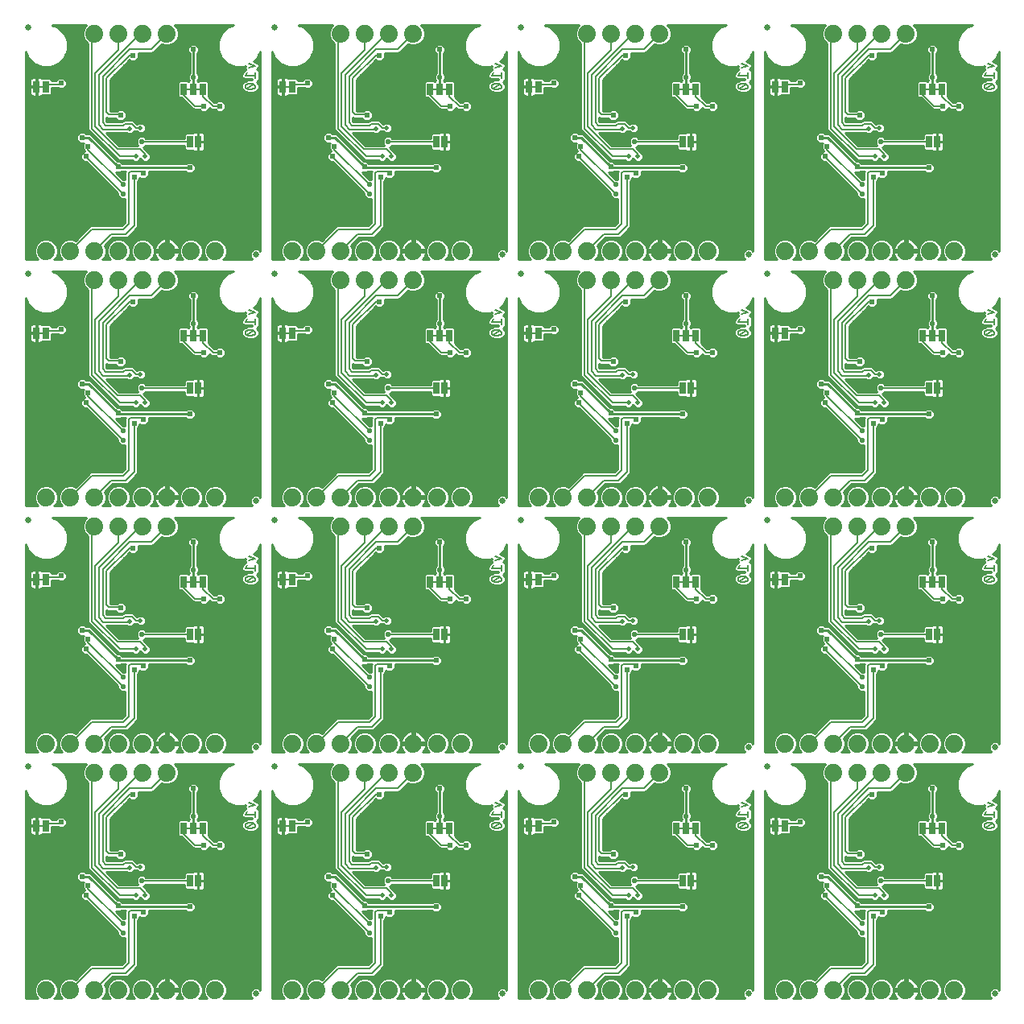
<source format=gbl>
G75*
%MOIN*%
%OFA0B0*%
%FSLAX25Y25*%
%IPPOS*%
%LPD*%
%AMOC8*
5,1,8,0,0,1.08239X$1,22.5*
%
%ADD10C,0.00800*%
%ADD11R,0.02500X0.05000*%
%ADD12R,0.01600X0.01000*%
%ADD13C,0.07400*%
%ADD14C,0.02500*%
%ADD15C,0.01000*%
%ADD16C,0.02400*%
%ADD17C,0.02200*%
%ADD18C,0.02000*%
D10*
X0048750Y0033750D02*
X0057750Y0042750D01*
X0070750Y0042750D01*
X0072850Y0044850D01*
X0072850Y0065850D01*
X0073650Y0066650D01*
X0078150Y0066650D01*
X0078850Y0065950D01*
X0075150Y0064350D02*
X0075150Y0044150D01*
X0071750Y0040750D01*
X0065750Y0040750D01*
X0058750Y0033750D01*
X0070550Y0057450D02*
X0055344Y0072656D01*
X0055344Y0072844D01*
X0056119Y0075681D02*
X0056119Y0077081D01*
X0056119Y0075681D02*
X0070650Y0061150D01*
X0069150Y0072850D02*
X0057550Y0084450D01*
X0057550Y0122550D01*
X0058750Y0123750D01*
X0068750Y0123750D02*
X0068750Y0116950D01*
X0059050Y0107250D01*
X0059050Y0085150D01*
X0068250Y0075950D01*
X0077650Y0075950D01*
X0079750Y0073850D01*
X0079750Y0072850D01*
X0075850Y0072850D02*
X0069150Y0072850D01*
X0078350Y0078950D02*
X0098450Y0078950D01*
X0100450Y0093750D02*
X0095750Y0098450D01*
X0095750Y0100750D01*
X0103750Y0100750D02*
X0103750Y0097750D01*
X0107850Y0093650D01*
X0110650Y0093650D01*
X0103950Y0093750D02*
X0100450Y0093750D01*
X0122083Y0100933D02*
X0124417Y0102800D01*
X0125350Y0101867D02*
X0125348Y0101811D01*
X0125343Y0101755D01*
X0125333Y0101699D01*
X0125321Y0101644D01*
X0125304Y0101590D01*
X0125285Y0101538D01*
X0125261Y0101486D01*
X0125235Y0101436D01*
X0125205Y0101389D01*
X0125173Y0101343D01*
X0125137Y0101299D01*
X0125098Y0101258D01*
X0125057Y0101219D01*
X0125014Y0101184D01*
X0124968Y0101151D01*
X0124920Y0101121D01*
X0124871Y0101094D01*
X0124820Y0101071D01*
X0124767Y0101051D01*
X0125350Y0101867D02*
X0125348Y0101923D01*
X0125343Y0101979D01*
X0125333Y0102035D01*
X0125321Y0102090D01*
X0125304Y0102144D01*
X0125285Y0102196D01*
X0125261Y0102248D01*
X0125235Y0102298D01*
X0125205Y0102345D01*
X0125173Y0102391D01*
X0125137Y0102435D01*
X0125098Y0102476D01*
X0125057Y0102515D01*
X0125014Y0102550D01*
X0124968Y0102583D01*
X0124920Y0102613D01*
X0124871Y0102640D01*
X0124820Y0102663D01*
X0124767Y0102683D01*
X0123250Y0100700D02*
X0123138Y0100702D01*
X0123026Y0100707D01*
X0122914Y0100716D01*
X0122803Y0100729D01*
X0122692Y0100745D01*
X0122581Y0100765D01*
X0122472Y0100789D01*
X0122363Y0100816D01*
X0122255Y0100846D01*
X0122148Y0100880D01*
X0122042Y0100917D01*
X0121938Y0100958D01*
X0121835Y0101002D01*
X0121733Y0101050D01*
X0121150Y0101867D02*
X0121152Y0101923D01*
X0121157Y0101979D01*
X0121167Y0102035D01*
X0121179Y0102090D01*
X0121196Y0102144D01*
X0121215Y0102196D01*
X0121239Y0102248D01*
X0121265Y0102298D01*
X0121295Y0102345D01*
X0121328Y0102391D01*
X0121363Y0102435D01*
X0121402Y0102476D01*
X0121443Y0102515D01*
X0121486Y0102550D01*
X0121532Y0102583D01*
X0121580Y0102613D01*
X0121629Y0102640D01*
X0121680Y0102663D01*
X0121733Y0102683D01*
X0121150Y0101867D02*
X0121152Y0101811D01*
X0121157Y0101755D01*
X0121167Y0101699D01*
X0121179Y0101644D01*
X0121196Y0101590D01*
X0121215Y0101538D01*
X0121239Y0101486D01*
X0121265Y0101436D01*
X0121295Y0101389D01*
X0121327Y0101343D01*
X0121363Y0101299D01*
X0121402Y0101258D01*
X0121443Y0101219D01*
X0121486Y0101184D01*
X0121532Y0101151D01*
X0121580Y0101121D01*
X0121629Y0101094D01*
X0121680Y0101071D01*
X0121733Y0101051D01*
X0121733Y0102683D02*
X0121835Y0102731D01*
X0121938Y0102775D01*
X0122042Y0102816D01*
X0122148Y0102853D01*
X0122255Y0102887D01*
X0122363Y0102917D01*
X0122472Y0102944D01*
X0122581Y0102968D01*
X0122692Y0102988D01*
X0122803Y0103004D01*
X0122914Y0103017D01*
X0123026Y0103026D01*
X0123138Y0103031D01*
X0123250Y0103033D01*
X0123250Y0100700D02*
X0123362Y0100702D01*
X0123474Y0100707D01*
X0123586Y0100716D01*
X0123697Y0100729D01*
X0123808Y0100745D01*
X0123919Y0100765D01*
X0124028Y0100789D01*
X0124137Y0100816D01*
X0124245Y0100846D01*
X0124352Y0100880D01*
X0124458Y0100917D01*
X0124562Y0100958D01*
X0124665Y0101002D01*
X0124767Y0101050D01*
X0124767Y0102683D02*
X0124665Y0102731D01*
X0124562Y0102775D01*
X0124458Y0102816D01*
X0124352Y0102853D01*
X0124245Y0102887D01*
X0124137Y0102917D01*
X0124028Y0102944D01*
X0123919Y0102968D01*
X0123808Y0102988D01*
X0123697Y0103004D01*
X0123586Y0103017D01*
X0123474Y0103026D01*
X0123362Y0103031D01*
X0123250Y0103033D01*
X0125350Y0105200D02*
X0125350Y0107533D01*
X0125350Y0106367D02*
X0121150Y0106367D01*
X0122083Y0107533D01*
X0122550Y0109483D02*
X0125350Y0110417D01*
X0122550Y0111350D01*
X0140750Y0101750D02*
X0141750Y0102750D01*
X0146450Y0102750D01*
X0146850Y0103150D01*
X0161050Y0107250D02*
X0161050Y0085150D01*
X0170250Y0075950D01*
X0179650Y0075950D01*
X0181750Y0073850D01*
X0181750Y0072850D01*
X0177850Y0072850D02*
X0171150Y0072850D01*
X0159550Y0084450D01*
X0159550Y0122550D01*
X0160750Y0123750D01*
X0170750Y0123750D02*
X0170750Y0116950D01*
X0161050Y0107250D01*
X0162550Y0106550D02*
X0179750Y0123750D01*
X0180750Y0123750D01*
X0184150Y0117150D02*
X0175350Y0117150D01*
X0164150Y0105950D01*
X0164150Y0086850D01*
X0165350Y0085650D01*
X0172750Y0085650D01*
X0173450Y0086350D01*
X0176150Y0086350D01*
X0177850Y0084650D01*
X0179750Y0084650D01*
X0175250Y0084250D02*
X0175050Y0084050D01*
X0164350Y0084050D01*
X0162550Y0085850D01*
X0162550Y0106550D01*
X0165650Y0105250D02*
X0175150Y0114750D01*
X0176750Y0114750D01*
X0184150Y0117150D02*
X0190750Y0123750D01*
X0197750Y0100750D02*
X0197750Y0098450D01*
X0202450Y0093750D01*
X0205950Y0093750D01*
X0209850Y0093650D02*
X0205750Y0097750D01*
X0205750Y0100750D01*
X0209850Y0093650D02*
X0212650Y0093650D01*
X0224083Y0100933D02*
X0226417Y0102800D01*
X0227350Y0101867D02*
X0227348Y0101811D01*
X0227343Y0101755D01*
X0227333Y0101699D01*
X0227321Y0101644D01*
X0227304Y0101590D01*
X0227285Y0101538D01*
X0227261Y0101486D01*
X0227235Y0101436D01*
X0227205Y0101389D01*
X0227173Y0101343D01*
X0227137Y0101299D01*
X0227098Y0101258D01*
X0227057Y0101219D01*
X0227014Y0101184D01*
X0226968Y0101151D01*
X0226920Y0101121D01*
X0226871Y0101094D01*
X0226820Y0101071D01*
X0226767Y0101051D01*
X0227350Y0101867D02*
X0227348Y0101923D01*
X0227343Y0101979D01*
X0227333Y0102035D01*
X0227321Y0102090D01*
X0227304Y0102144D01*
X0227285Y0102196D01*
X0227261Y0102248D01*
X0227235Y0102298D01*
X0227205Y0102345D01*
X0227173Y0102391D01*
X0227137Y0102435D01*
X0227098Y0102476D01*
X0227057Y0102515D01*
X0227014Y0102550D01*
X0226968Y0102583D01*
X0226920Y0102613D01*
X0226871Y0102640D01*
X0226820Y0102663D01*
X0226767Y0102683D01*
X0225250Y0100700D02*
X0225138Y0100702D01*
X0225026Y0100707D01*
X0224914Y0100716D01*
X0224803Y0100729D01*
X0224692Y0100745D01*
X0224581Y0100765D01*
X0224472Y0100789D01*
X0224363Y0100816D01*
X0224255Y0100846D01*
X0224148Y0100880D01*
X0224042Y0100917D01*
X0223938Y0100958D01*
X0223835Y0101002D01*
X0223733Y0101050D01*
X0223150Y0101867D02*
X0223152Y0101923D01*
X0223157Y0101979D01*
X0223167Y0102035D01*
X0223179Y0102090D01*
X0223196Y0102144D01*
X0223215Y0102196D01*
X0223239Y0102248D01*
X0223265Y0102298D01*
X0223295Y0102345D01*
X0223328Y0102391D01*
X0223363Y0102435D01*
X0223402Y0102476D01*
X0223443Y0102515D01*
X0223486Y0102550D01*
X0223532Y0102583D01*
X0223580Y0102613D01*
X0223629Y0102640D01*
X0223680Y0102663D01*
X0223733Y0102683D01*
X0223150Y0101867D02*
X0223152Y0101811D01*
X0223157Y0101755D01*
X0223167Y0101699D01*
X0223179Y0101644D01*
X0223196Y0101590D01*
X0223215Y0101538D01*
X0223239Y0101486D01*
X0223265Y0101436D01*
X0223295Y0101389D01*
X0223327Y0101343D01*
X0223363Y0101299D01*
X0223402Y0101258D01*
X0223443Y0101219D01*
X0223486Y0101184D01*
X0223532Y0101151D01*
X0223580Y0101121D01*
X0223629Y0101094D01*
X0223680Y0101071D01*
X0223733Y0101051D01*
X0223733Y0102683D02*
X0223835Y0102731D01*
X0223938Y0102775D01*
X0224042Y0102816D01*
X0224148Y0102853D01*
X0224255Y0102887D01*
X0224363Y0102917D01*
X0224472Y0102944D01*
X0224581Y0102968D01*
X0224692Y0102988D01*
X0224803Y0103004D01*
X0224914Y0103017D01*
X0225026Y0103026D01*
X0225138Y0103031D01*
X0225250Y0103033D01*
X0225250Y0100700D02*
X0225362Y0100702D01*
X0225474Y0100707D01*
X0225586Y0100716D01*
X0225697Y0100729D01*
X0225808Y0100745D01*
X0225919Y0100765D01*
X0226028Y0100789D01*
X0226137Y0100816D01*
X0226245Y0100846D01*
X0226352Y0100880D01*
X0226458Y0100917D01*
X0226562Y0100958D01*
X0226665Y0101002D01*
X0226767Y0101050D01*
X0226767Y0102683D02*
X0226665Y0102731D01*
X0226562Y0102775D01*
X0226458Y0102816D01*
X0226352Y0102853D01*
X0226245Y0102887D01*
X0226137Y0102917D01*
X0226028Y0102944D01*
X0225919Y0102968D01*
X0225808Y0102988D01*
X0225697Y0103004D01*
X0225586Y0103017D01*
X0225474Y0103026D01*
X0225362Y0103031D01*
X0225250Y0103033D01*
X0227350Y0105200D02*
X0227350Y0107533D01*
X0227350Y0106367D02*
X0223150Y0106367D01*
X0224083Y0107533D01*
X0224550Y0109483D02*
X0227350Y0110417D01*
X0224550Y0111350D01*
X0242750Y0101750D02*
X0243750Y0102750D01*
X0248450Y0102750D01*
X0248850Y0103150D01*
X0263050Y0107250D02*
X0263050Y0085150D01*
X0272250Y0075950D01*
X0281650Y0075950D01*
X0283750Y0073850D01*
X0283750Y0072850D01*
X0279850Y0072850D02*
X0273150Y0072850D01*
X0261550Y0084450D01*
X0261550Y0122550D01*
X0262750Y0123750D01*
X0272750Y0123750D02*
X0272750Y0116950D01*
X0263050Y0107250D01*
X0264550Y0106550D02*
X0281750Y0123750D01*
X0282750Y0123750D01*
X0286150Y0117150D02*
X0277350Y0117150D01*
X0266150Y0105950D01*
X0266150Y0086850D01*
X0267350Y0085650D01*
X0274750Y0085650D01*
X0275450Y0086350D01*
X0278150Y0086350D01*
X0279850Y0084650D01*
X0281750Y0084650D01*
X0277250Y0084250D02*
X0277050Y0084050D01*
X0266350Y0084050D01*
X0264550Y0085850D01*
X0264550Y0106550D01*
X0267650Y0105250D02*
X0277150Y0114750D01*
X0278750Y0114750D01*
X0286150Y0117150D02*
X0292750Y0123750D01*
X0299750Y0100750D02*
X0299750Y0098450D01*
X0304450Y0093750D01*
X0307950Y0093750D01*
X0311850Y0093650D02*
X0307750Y0097750D01*
X0307750Y0100750D01*
X0311850Y0093650D02*
X0314650Y0093650D01*
X0326083Y0100933D02*
X0328417Y0102800D01*
X0329350Y0101867D02*
X0329348Y0101811D01*
X0329343Y0101755D01*
X0329333Y0101699D01*
X0329321Y0101644D01*
X0329304Y0101590D01*
X0329285Y0101538D01*
X0329261Y0101486D01*
X0329235Y0101436D01*
X0329205Y0101389D01*
X0329173Y0101343D01*
X0329137Y0101299D01*
X0329098Y0101258D01*
X0329057Y0101219D01*
X0329014Y0101184D01*
X0328968Y0101151D01*
X0328920Y0101121D01*
X0328871Y0101094D01*
X0328820Y0101071D01*
X0328767Y0101051D01*
X0329350Y0101867D02*
X0329348Y0101923D01*
X0329343Y0101979D01*
X0329333Y0102035D01*
X0329321Y0102090D01*
X0329304Y0102144D01*
X0329285Y0102196D01*
X0329261Y0102248D01*
X0329235Y0102298D01*
X0329205Y0102345D01*
X0329173Y0102391D01*
X0329137Y0102435D01*
X0329098Y0102476D01*
X0329057Y0102515D01*
X0329014Y0102550D01*
X0328968Y0102583D01*
X0328920Y0102613D01*
X0328871Y0102640D01*
X0328820Y0102663D01*
X0328767Y0102683D01*
X0327250Y0100700D02*
X0327138Y0100702D01*
X0327026Y0100707D01*
X0326914Y0100716D01*
X0326803Y0100729D01*
X0326692Y0100745D01*
X0326581Y0100765D01*
X0326472Y0100789D01*
X0326363Y0100816D01*
X0326255Y0100846D01*
X0326148Y0100880D01*
X0326042Y0100917D01*
X0325938Y0100958D01*
X0325835Y0101002D01*
X0325733Y0101050D01*
X0325150Y0101867D02*
X0325152Y0101923D01*
X0325157Y0101979D01*
X0325167Y0102035D01*
X0325179Y0102090D01*
X0325196Y0102144D01*
X0325215Y0102196D01*
X0325239Y0102248D01*
X0325265Y0102298D01*
X0325295Y0102345D01*
X0325328Y0102391D01*
X0325363Y0102435D01*
X0325402Y0102476D01*
X0325443Y0102515D01*
X0325486Y0102550D01*
X0325532Y0102583D01*
X0325580Y0102613D01*
X0325629Y0102640D01*
X0325680Y0102663D01*
X0325733Y0102683D01*
X0325150Y0101867D02*
X0325152Y0101811D01*
X0325157Y0101755D01*
X0325167Y0101699D01*
X0325179Y0101644D01*
X0325196Y0101590D01*
X0325215Y0101538D01*
X0325239Y0101486D01*
X0325265Y0101436D01*
X0325295Y0101389D01*
X0325327Y0101343D01*
X0325363Y0101299D01*
X0325402Y0101258D01*
X0325443Y0101219D01*
X0325486Y0101184D01*
X0325532Y0101151D01*
X0325580Y0101121D01*
X0325629Y0101094D01*
X0325680Y0101071D01*
X0325733Y0101051D01*
X0325733Y0102683D02*
X0325835Y0102731D01*
X0325938Y0102775D01*
X0326042Y0102816D01*
X0326148Y0102853D01*
X0326255Y0102887D01*
X0326363Y0102917D01*
X0326472Y0102944D01*
X0326581Y0102968D01*
X0326692Y0102988D01*
X0326803Y0103004D01*
X0326914Y0103017D01*
X0327026Y0103026D01*
X0327138Y0103031D01*
X0327250Y0103033D01*
X0327250Y0100700D02*
X0327362Y0100702D01*
X0327474Y0100707D01*
X0327586Y0100716D01*
X0327697Y0100729D01*
X0327808Y0100745D01*
X0327919Y0100765D01*
X0328028Y0100789D01*
X0328137Y0100816D01*
X0328245Y0100846D01*
X0328352Y0100880D01*
X0328458Y0100917D01*
X0328562Y0100958D01*
X0328665Y0101002D01*
X0328767Y0101050D01*
X0328767Y0102683D02*
X0328665Y0102731D01*
X0328562Y0102775D01*
X0328458Y0102816D01*
X0328352Y0102853D01*
X0328245Y0102887D01*
X0328137Y0102917D01*
X0328028Y0102944D01*
X0327919Y0102968D01*
X0327808Y0102988D01*
X0327697Y0103004D01*
X0327586Y0103017D01*
X0327474Y0103026D01*
X0327362Y0103031D01*
X0327250Y0103033D01*
X0329350Y0105200D02*
X0329350Y0107533D01*
X0329350Y0106367D02*
X0325150Y0106367D01*
X0326083Y0107533D01*
X0326550Y0109483D02*
X0329350Y0110417D01*
X0326550Y0111350D01*
X0344750Y0101750D02*
X0345750Y0102750D01*
X0350450Y0102750D01*
X0350850Y0103150D01*
X0365050Y0107250D02*
X0365050Y0085150D01*
X0374250Y0075950D01*
X0383650Y0075950D01*
X0385750Y0073850D01*
X0385750Y0072850D01*
X0381850Y0072850D02*
X0375150Y0072850D01*
X0363550Y0084450D01*
X0363550Y0122550D01*
X0364750Y0123750D01*
X0374750Y0123750D02*
X0374750Y0116950D01*
X0365050Y0107250D01*
X0366550Y0106550D02*
X0383750Y0123750D01*
X0384750Y0123750D01*
X0388150Y0117150D02*
X0379350Y0117150D01*
X0368150Y0105950D01*
X0368150Y0086850D01*
X0369350Y0085650D01*
X0376750Y0085650D01*
X0377450Y0086350D01*
X0380150Y0086350D01*
X0381850Y0084650D01*
X0383750Y0084650D01*
X0379250Y0084250D02*
X0379050Y0084050D01*
X0368350Y0084050D01*
X0366550Y0085850D01*
X0366550Y0106550D01*
X0369650Y0105250D02*
X0379150Y0114750D01*
X0380750Y0114750D01*
X0388150Y0117150D02*
X0394750Y0123750D01*
X0401750Y0100750D02*
X0401750Y0098450D01*
X0406450Y0093750D01*
X0409950Y0093750D01*
X0413850Y0093650D02*
X0409750Y0097750D01*
X0409750Y0100750D01*
X0413850Y0093650D02*
X0416650Y0093650D01*
X0428083Y0100933D02*
X0430417Y0102800D01*
X0431350Y0101867D02*
X0431348Y0101811D01*
X0431343Y0101755D01*
X0431333Y0101699D01*
X0431321Y0101644D01*
X0431304Y0101590D01*
X0431285Y0101538D01*
X0431261Y0101486D01*
X0431235Y0101436D01*
X0431205Y0101389D01*
X0431173Y0101343D01*
X0431137Y0101299D01*
X0431098Y0101258D01*
X0431057Y0101219D01*
X0431014Y0101184D01*
X0430968Y0101151D01*
X0430920Y0101121D01*
X0430871Y0101094D01*
X0430820Y0101071D01*
X0430767Y0101051D01*
X0431350Y0101867D02*
X0431348Y0101923D01*
X0431343Y0101979D01*
X0431333Y0102035D01*
X0431321Y0102090D01*
X0431304Y0102144D01*
X0431285Y0102196D01*
X0431261Y0102248D01*
X0431235Y0102298D01*
X0431205Y0102345D01*
X0431173Y0102391D01*
X0431137Y0102435D01*
X0431098Y0102476D01*
X0431057Y0102515D01*
X0431014Y0102550D01*
X0430968Y0102583D01*
X0430920Y0102613D01*
X0430871Y0102640D01*
X0430820Y0102663D01*
X0430767Y0102683D01*
X0429250Y0100700D02*
X0429138Y0100702D01*
X0429026Y0100707D01*
X0428914Y0100716D01*
X0428803Y0100729D01*
X0428692Y0100745D01*
X0428581Y0100765D01*
X0428472Y0100789D01*
X0428363Y0100816D01*
X0428255Y0100846D01*
X0428148Y0100880D01*
X0428042Y0100917D01*
X0427938Y0100958D01*
X0427835Y0101002D01*
X0427733Y0101050D01*
X0427150Y0101867D02*
X0427152Y0101923D01*
X0427157Y0101979D01*
X0427167Y0102035D01*
X0427179Y0102090D01*
X0427196Y0102144D01*
X0427215Y0102196D01*
X0427239Y0102248D01*
X0427265Y0102298D01*
X0427295Y0102345D01*
X0427328Y0102391D01*
X0427363Y0102435D01*
X0427402Y0102476D01*
X0427443Y0102515D01*
X0427486Y0102550D01*
X0427532Y0102583D01*
X0427580Y0102613D01*
X0427629Y0102640D01*
X0427680Y0102663D01*
X0427733Y0102683D01*
X0427150Y0101867D02*
X0427152Y0101811D01*
X0427157Y0101755D01*
X0427167Y0101699D01*
X0427179Y0101644D01*
X0427196Y0101590D01*
X0427215Y0101538D01*
X0427239Y0101486D01*
X0427265Y0101436D01*
X0427295Y0101389D01*
X0427327Y0101343D01*
X0427363Y0101299D01*
X0427402Y0101258D01*
X0427443Y0101219D01*
X0427486Y0101184D01*
X0427532Y0101151D01*
X0427580Y0101121D01*
X0427629Y0101094D01*
X0427680Y0101071D01*
X0427733Y0101051D01*
X0427733Y0102683D02*
X0427835Y0102731D01*
X0427938Y0102775D01*
X0428042Y0102816D01*
X0428148Y0102853D01*
X0428255Y0102887D01*
X0428363Y0102917D01*
X0428472Y0102944D01*
X0428581Y0102968D01*
X0428692Y0102988D01*
X0428803Y0103004D01*
X0428914Y0103017D01*
X0429026Y0103026D01*
X0429138Y0103031D01*
X0429250Y0103033D01*
X0429250Y0100700D02*
X0429362Y0100702D01*
X0429474Y0100707D01*
X0429586Y0100716D01*
X0429697Y0100729D01*
X0429808Y0100745D01*
X0429919Y0100765D01*
X0430028Y0100789D01*
X0430137Y0100816D01*
X0430245Y0100846D01*
X0430352Y0100880D01*
X0430458Y0100917D01*
X0430562Y0100958D01*
X0430665Y0101002D01*
X0430767Y0101050D01*
X0430767Y0102683D02*
X0430665Y0102731D01*
X0430562Y0102775D01*
X0430458Y0102816D01*
X0430352Y0102853D01*
X0430245Y0102887D01*
X0430137Y0102917D01*
X0430028Y0102944D01*
X0429919Y0102968D01*
X0429808Y0102988D01*
X0429697Y0103004D01*
X0429586Y0103017D01*
X0429474Y0103026D01*
X0429362Y0103031D01*
X0429250Y0103033D01*
X0431350Y0105200D02*
X0431350Y0107533D01*
X0431350Y0106367D02*
X0427150Y0106367D01*
X0428083Y0107533D01*
X0428550Y0109483D02*
X0431350Y0110417D01*
X0428550Y0111350D01*
X0404450Y0078950D02*
X0384350Y0078950D01*
X0384150Y0066650D02*
X0379650Y0066650D01*
X0378850Y0065850D01*
X0378850Y0044850D01*
X0376750Y0042750D01*
X0363750Y0042750D01*
X0354750Y0033750D01*
X0364750Y0033750D02*
X0371750Y0040750D01*
X0377750Y0040750D01*
X0381150Y0044150D01*
X0381150Y0064350D01*
X0384150Y0066650D02*
X0384850Y0065950D01*
X0376650Y0061150D02*
X0362119Y0075681D01*
X0362119Y0077081D01*
X0361344Y0072844D02*
X0361344Y0072656D01*
X0376550Y0057450D01*
X0375550Y0089850D02*
X0375150Y0090250D01*
X0370650Y0090250D01*
X0369650Y0091250D01*
X0369650Y0105250D01*
X0364750Y0135750D02*
X0371750Y0142750D01*
X0377750Y0142750D01*
X0381150Y0146150D01*
X0381150Y0166350D01*
X0378850Y0167850D02*
X0378850Y0146850D01*
X0376750Y0144750D01*
X0363750Y0144750D01*
X0354750Y0135750D01*
X0376550Y0159450D02*
X0361344Y0174656D01*
X0361344Y0174844D01*
X0362119Y0177681D02*
X0362119Y0179081D01*
X0362119Y0177681D02*
X0376650Y0163150D01*
X0378850Y0167850D02*
X0379650Y0168650D01*
X0384150Y0168650D01*
X0384850Y0167950D01*
X0385750Y0174850D02*
X0385750Y0175850D01*
X0383650Y0177950D01*
X0374250Y0177950D01*
X0365050Y0187150D01*
X0365050Y0209250D01*
X0374750Y0218950D01*
X0374750Y0225750D01*
X0379350Y0219150D02*
X0368150Y0207950D01*
X0368150Y0188850D01*
X0369350Y0187650D01*
X0376750Y0187650D01*
X0377450Y0188350D01*
X0380150Y0188350D01*
X0381850Y0186650D01*
X0383750Y0186650D01*
X0379250Y0186250D02*
X0379050Y0186050D01*
X0368350Y0186050D01*
X0366550Y0187850D01*
X0366550Y0208550D01*
X0383750Y0225750D01*
X0384750Y0225750D01*
X0388150Y0219150D02*
X0379350Y0219150D01*
X0379150Y0216750D02*
X0380750Y0216750D01*
X0379150Y0216750D02*
X0369650Y0207250D01*
X0369650Y0193250D01*
X0370650Y0192250D01*
X0375150Y0192250D01*
X0375550Y0191850D01*
X0363550Y0186450D02*
X0363550Y0224550D01*
X0364750Y0225750D01*
X0364750Y0237750D02*
X0371750Y0244750D01*
X0377750Y0244750D01*
X0381150Y0248150D01*
X0381150Y0268350D01*
X0378850Y0269850D02*
X0378850Y0248850D01*
X0376750Y0246750D01*
X0363750Y0246750D01*
X0354750Y0237750D01*
X0376550Y0261450D02*
X0361344Y0276656D01*
X0361344Y0276844D01*
X0362119Y0279681D02*
X0362119Y0281081D01*
X0362119Y0279681D02*
X0376650Y0265150D01*
X0378850Y0269850D02*
X0379650Y0270650D01*
X0384150Y0270650D01*
X0384850Y0269950D01*
X0385750Y0276850D02*
X0385750Y0277850D01*
X0383650Y0279950D01*
X0374250Y0279950D01*
X0365050Y0289150D01*
X0365050Y0311250D01*
X0374750Y0320950D01*
X0374750Y0327750D01*
X0379350Y0321150D02*
X0368150Y0309950D01*
X0368150Y0290850D01*
X0369350Y0289650D01*
X0376750Y0289650D01*
X0377450Y0290350D01*
X0380150Y0290350D01*
X0381850Y0288650D01*
X0383750Y0288650D01*
X0379250Y0288250D02*
X0379050Y0288050D01*
X0368350Y0288050D01*
X0366550Y0289850D01*
X0366550Y0310550D01*
X0383750Y0327750D01*
X0384750Y0327750D01*
X0388150Y0321150D02*
X0379350Y0321150D01*
X0379150Y0318750D02*
X0380750Y0318750D01*
X0379150Y0318750D02*
X0369650Y0309250D01*
X0369650Y0295250D01*
X0370650Y0294250D01*
X0375150Y0294250D01*
X0375550Y0293850D01*
X0363550Y0288450D02*
X0363550Y0326550D01*
X0364750Y0327750D01*
X0364750Y0339750D02*
X0371750Y0346750D01*
X0377750Y0346750D01*
X0381150Y0350150D01*
X0381150Y0370350D01*
X0378850Y0371850D02*
X0378850Y0350850D01*
X0376750Y0348750D01*
X0363750Y0348750D01*
X0354750Y0339750D01*
X0376550Y0363450D02*
X0361344Y0378656D01*
X0361344Y0378844D01*
X0362119Y0381681D02*
X0362119Y0383081D01*
X0362119Y0381681D02*
X0376650Y0367150D01*
X0378850Y0371850D02*
X0379650Y0372650D01*
X0384150Y0372650D01*
X0384850Y0371950D01*
X0385750Y0378850D02*
X0385750Y0379850D01*
X0383650Y0381950D01*
X0374250Y0381950D01*
X0365050Y0391150D01*
X0365050Y0413250D01*
X0374750Y0422950D01*
X0374750Y0429750D01*
X0379350Y0423150D02*
X0368150Y0411950D01*
X0368150Y0392850D01*
X0369350Y0391650D01*
X0376750Y0391650D01*
X0377450Y0392350D01*
X0380150Y0392350D01*
X0381850Y0390650D01*
X0383750Y0390650D01*
X0379250Y0390250D02*
X0379050Y0390050D01*
X0368350Y0390050D01*
X0366550Y0391850D01*
X0366550Y0412550D01*
X0383750Y0429750D01*
X0384750Y0429750D01*
X0388150Y0423150D02*
X0379350Y0423150D01*
X0379150Y0420750D02*
X0380750Y0420750D01*
X0379150Y0420750D02*
X0369650Y0411250D01*
X0369650Y0397250D01*
X0370650Y0396250D01*
X0375150Y0396250D01*
X0375550Y0395850D01*
X0363550Y0390450D02*
X0363550Y0428550D01*
X0364750Y0429750D01*
X0350850Y0409150D02*
X0350450Y0408750D01*
X0345750Y0408750D01*
X0344750Y0407750D01*
X0329350Y0411200D02*
X0329350Y0413533D01*
X0329350Y0412367D02*
X0325150Y0412367D01*
X0326083Y0413533D01*
X0326550Y0415483D02*
X0329350Y0416417D01*
X0326550Y0417350D01*
X0328767Y0407050D02*
X0328665Y0407002D01*
X0328562Y0406958D01*
X0328458Y0406917D01*
X0328352Y0406880D01*
X0328245Y0406846D01*
X0328137Y0406816D01*
X0328028Y0406789D01*
X0327919Y0406765D01*
X0327808Y0406745D01*
X0327697Y0406729D01*
X0327586Y0406716D01*
X0327474Y0406707D01*
X0327362Y0406702D01*
X0327250Y0406700D01*
X0327250Y0409033D02*
X0327138Y0409031D01*
X0327026Y0409026D01*
X0326914Y0409017D01*
X0326803Y0409004D01*
X0326692Y0408988D01*
X0326581Y0408968D01*
X0326472Y0408944D01*
X0326363Y0408917D01*
X0326255Y0408887D01*
X0326148Y0408853D01*
X0326042Y0408816D01*
X0325938Y0408775D01*
X0325835Y0408731D01*
X0325733Y0408683D01*
X0325680Y0408663D01*
X0325629Y0408640D01*
X0325580Y0408613D01*
X0325532Y0408583D01*
X0325486Y0408550D01*
X0325443Y0408515D01*
X0325402Y0408476D01*
X0325363Y0408435D01*
X0325328Y0408391D01*
X0325295Y0408345D01*
X0325265Y0408298D01*
X0325239Y0408248D01*
X0325215Y0408196D01*
X0325196Y0408144D01*
X0325179Y0408090D01*
X0325167Y0408035D01*
X0325157Y0407979D01*
X0325152Y0407923D01*
X0325150Y0407867D01*
X0325152Y0407811D01*
X0325157Y0407755D01*
X0325167Y0407699D01*
X0325179Y0407644D01*
X0325196Y0407590D01*
X0325215Y0407538D01*
X0325239Y0407486D01*
X0325265Y0407436D01*
X0325295Y0407389D01*
X0325327Y0407343D01*
X0325363Y0407299D01*
X0325402Y0407258D01*
X0325443Y0407219D01*
X0325486Y0407184D01*
X0325532Y0407151D01*
X0325580Y0407121D01*
X0325629Y0407094D01*
X0325680Y0407071D01*
X0325733Y0407051D01*
X0326083Y0406933D02*
X0328417Y0408800D01*
X0329350Y0407867D02*
X0329348Y0407811D01*
X0329343Y0407755D01*
X0329333Y0407699D01*
X0329321Y0407644D01*
X0329304Y0407590D01*
X0329285Y0407538D01*
X0329261Y0407486D01*
X0329235Y0407436D01*
X0329205Y0407389D01*
X0329173Y0407343D01*
X0329137Y0407299D01*
X0329098Y0407258D01*
X0329057Y0407219D01*
X0329014Y0407184D01*
X0328968Y0407151D01*
X0328920Y0407121D01*
X0328871Y0407094D01*
X0328820Y0407071D01*
X0328767Y0407051D01*
X0329350Y0407867D02*
X0329348Y0407923D01*
X0329343Y0407979D01*
X0329333Y0408035D01*
X0329321Y0408090D01*
X0329304Y0408144D01*
X0329285Y0408196D01*
X0329261Y0408248D01*
X0329235Y0408298D01*
X0329205Y0408345D01*
X0329173Y0408391D01*
X0329137Y0408435D01*
X0329098Y0408476D01*
X0329057Y0408515D01*
X0329014Y0408550D01*
X0328968Y0408583D01*
X0328920Y0408613D01*
X0328871Y0408640D01*
X0328820Y0408663D01*
X0328767Y0408683D01*
X0327250Y0406700D02*
X0327138Y0406702D01*
X0327026Y0406707D01*
X0326914Y0406716D01*
X0326803Y0406729D01*
X0326692Y0406745D01*
X0326581Y0406765D01*
X0326472Y0406789D01*
X0326363Y0406816D01*
X0326255Y0406846D01*
X0326148Y0406880D01*
X0326042Y0406917D01*
X0325938Y0406958D01*
X0325835Y0407002D01*
X0325733Y0407050D01*
X0327250Y0409033D02*
X0327362Y0409031D01*
X0327474Y0409026D01*
X0327586Y0409017D01*
X0327697Y0409004D01*
X0327808Y0408988D01*
X0327919Y0408968D01*
X0328028Y0408944D01*
X0328137Y0408917D01*
X0328245Y0408887D01*
X0328352Y0408853D01*
X0328458Y0408816D01*
X0328562Y0408775D01*
X0328665Y0408731D01*
X0328767Y0408683D01*
X0314650Y0399650D02*
X0311850Y0399650D01*
X0307750Y0403750D01*
X0307750Y0406750D01*
X0307950Y0399750D02*
X0304450Y0399750D01*
X0299750Y0404450D01*
X0299750Y0406750D01*
X0281750Y0390650D02*
X0279850Y0390650D01*
X0278150Y0392350D01*
X0275450Y0392350D01*
X0274750Y0391650D01*
X0267350Y0391650D01*
X0266150Y0392850D01*
X0266150Y0411950D01*
X0277350Y0423150D01*
X0286150Y0423150D01*
X0292750Y0429750D01*
X0282750Y0429750D02*
X0281750Y0429750D01*
X0264550Y0412550D01*
X0264550Y0391850D01*
X0266350Y0390050D01*
X0277050Y0390050D01*
X0277250Y0390250D01*
X0273550Y0395850D02*
X0273150Y0396250D01*
X0268650Y0396250D01*
X0267650Y0397250D01*
X0267650Y0411250D01*
X0277150Y0420750D01*
X0278750Y0420750D01*
X0272750Y0422950D02*
X0263050Y0413250D01*
X0263050Y0391150D01*
X0272250Y0381950D01*
X0281650Y0381950D01*
X0283750Y0379850D01*
X0283750Y0378850D01*
X0279850Y0378850D02*
X0273150Y0378850D01*
X0261550Y0390450D01*
X0261550Y0428550D01*
X0262750Y0429750D01*
X0272750Y0429750D02*
X0272750Y0422950D01*
X0248850Y0409150D02*
X0248450Y0408750D01*
X0243750Y0408750D01*
X0242750Y0407750D01*
X0227350Y0411200D02*
X0227350Y0413533D01*
X0227350Y0412367D02*
X0223150Y0412367D01*
X0224083Y0413533D01*
X0224550Y0415483D02*
X0227350Y0416417D01*
X0224550Y0417350D01*
X0226767Y0407050D02*
X0226665Y0407002D01*
X0226562Y0406958D01*
X0226458Y0406917D01*
X0226352Y0406880D01*
X0226245Y0406846D01*
X0226137Y0406816D01*
X0226028Y0406789D01*
X0225919Y0406765D01*
X0225808Y0406745D01*
X0225697Y0406729D01*
X0225586Y0406716D01*
X0225474Y0406707D01*
X0225362Y0406702D01*
X0225250Y0406700D01*
X0225250Y0409033D02*
X0225138Y0409031D01*
X0225026Y0409026D01*
X0224914Y0409017D01*
X0224803Y0409004D01*
X0224692Y0408988D01*
X0224581Y0408968D01*
X0224472Y0408944D01*
X0224363Y0408917D01*
X0224255Y0408887D01*
X0224148Y0408853D01*
X0224042Y0408816D01*
X0223938Y0408775D01*
X0223835Y0408731D01*
X0223733Y0408683D01*
X0223680Y0408663D01*
X0223629Y0408640D01*
X0223580Y0408613D01*
X0223532Y0408583D01*
X0223486Y0408550D01*
X0223443Y0408515D01*
X0223402Y0408476D01*
X0223363Y0408435D01*
X0223328Y0408391D01*
X0223295Y0408345D01*
X0223265Y0408298D01*
X0223239Y0408248D01*
X0223215Y0408196D01*
X0223196Y0408144D01*
X0223179Y0408090D01*
X0223167Y0408035D01*
X0223157Y0407979D01*
X0223152Y0407923D01*
X0223150Y0407867D01*
X0223152Y0407811D01*
X0223157Y0407755D01*
X0223167Y0407699D01*
X0223179Y0407644D01*
X0223196Y0407590D01*
X0223215Y0407538D01*
X0223239Y0407486D01*
X0223265Y0407436D01*
X0223295Y0407389D01*
X0223327Y0407343D01*
X0223363Y0407299D01*
X0223402Y0407258D01*
X0223443Y0407219D01*
X0223486Y0407184D01*
X0223532Y0407151D01*
X0223580Y0407121D01*
X0223629Y0407094D01*
X0223680Y0407071D01*
X0223733Y0407051D01*
X0224083Y0406933D02*
X0226417Y0408800D01*
X0227350Y0407867D02*
X0227348Y0407811D01*
X0227343Y0407755D01*
X0227333Y0407699D01*
X0227321Y0407644D01*
X0227304Y0407590D01*
X0227285Y0407538D01*
X0227261Y0407486D01*
X0227235Y0407436D01*
X0227205Y0407389D01*
X0227173Y0407343D01*
X0227137Y0407299D01*
X0227098Y0407258D01*
X0227057Y0407219D01*
X0227014Y0407184D01*
X0226968Y0407151D01*
X0226920Y0407121D01*
X0226871Y0407094D01*
X0226820Y0407071D01*
X0226767Y0407051D01*
X0227350Y0407867D02*
X0227348Y0407923D01*
X0227343Y0407979D01*
X0227333Y0408035D01*
X0227321Y0408090D01*
X0227304Y0408144D01*
X0227285Y0408196D01*
X0227261Y0408248D01*
X0227235Y0408298D01*
X0227205Y0408345D01*
X0227173Y0408391D01*
X0227137Y0408435D01*
X0227098Y0408476D01*
X0227057Y0408515D01*
X0227014Y0408550D01*
X0226968Y0408583D01*
X0226920Y0408613D01*
X0226871Y0408640D01*
X0226820Y0408663D01*
X0226767Y0408683D01*
X0225250Y0406700D02*
X0225138Y0406702D01*
X0225026Y0406707D01*
X0224914Y0406716D01*
X0224803Y0406729D01*
X0224692Y0406745D01*
X0224581Y0406765D01*
X0224472Y0406789D01*
X0224363Y0406816D01*
X0224255Y0406846D01*
X0224148Y0406880D01*
X0224042Y0406917D01*
X0223938Y0406958D01*
X0223835Y0407002D01*
X0223733Y0407050D01*
X0225250Y0409033D02*
X0225362Y0409031D01*
X0225474Y0409026D01*
X0225586Y0409017D01*
X0225697Y0409004D01*
X0225808Y0408988D01*
X0225919Y0408968D01*
X0226028Y0408944D01*
X0226137Y0408917D01*
X0226245Y0408887D01*
X0226352Y0408853D01*
X0226458Y0408816D01*
X0226562Y0408775D01*
X0226665Y0408731D01*
X0226767Y0408683D01*
X0212650Y0399650D02*
X0209850Y0399650D01*
X0205750Y0403750D01*
X0205750Y0406750D01*
X0205950Y0399750D02*
X0202450Y0399750D01*
X0197750Y0404450D01*
X0197750Y0406750D01*
X0179750Y0390650D02*
X0177850Y0390650D01*
X0176150Y0392350D01*
X0173450Y0392350D01*
X0172750Y0391650D01*
X0165350Y0391650D01*
X0164150Y0392850D01*
X0164150Y0411950D01*
X0175350Y0423150D01*
X0184150Y0423150D01*
X0190750Y0429750D01*
X0180750Y0429750D02*
X0179750Y0429750D01*
X0162550Y0412550D01*
X0162550Y0391850D01*
X0164350Y0390050D01*
X0175050Y0390050D01*
X0175250Y0390250D01*
X0171550Y0395850D02*
X0171150Y0396250D01*
X0166650Y0396250D01*
X0165650Y0397250D01*
X0165650Y0411250D01*
X0175150Y0420750D01*
X0176750Y0420750D01*
X0170750Y0422950D02*
X0161050Y0413250D01*
X0161050Y0391150D01*
X0170250Y0381950D01*
X0179650Y0381950D01*
X0181750Y0379850D01*
X0181750Y0378850D01*
X0177850Y0378850D02*
X0171150Y0378850D01*
X0159550Y0390450D01*
X0159550Y0428550D01*
X0160750Y0429750D01*
X0170750Y0429750D02*
X0170750Y0422950D01*
X0146850Y0409150D02*
X0146450Y0408750D01*
X0141750Y0408750D01*
X0140750Y0407750D01*
X0125350Y0411200D02*
X0125350Y0413533D01*
X0125350Y0412367D02*
X0121150Y0412367D01*
X0122083Y0413533D01*
X0122550Y0415483D02*
X0125350Y0416417D01*
X0122550Y0417350D01*
X0124767Y0407050D02*
X0124665Y0407002D01*
X0124562Y0406958D01*
X0124458Y0406917D01*
X0124352Y0406880D01*
X0124245Y0406846D01*
X0124137Y0406816D01*
X0124028Y0406789D01*
X0123919Y0406765D01*
X0123808Y0406745D01*
X0123697Y0406729D01*
X0123586Y0406716D01*
X0123474Y0406707D01*
X0123362Y0406702D01*
X0123250Y0406700D01*
X0123250Y0409033D02*
X0123138Y0409031D01*
X0123026Y0409026D01*
X0122914Y0409017D01*
X0122803Y0409004D01*
X0122692Y0408988D01*
X0122581Y0408968D01*
X0122472Y0408944D01*
X0122363Y0408917D01*
X0122255Y0408887D01*
X0122148Y0408853D01*
X0122042Y0408816D01*
X0121938Y0408775D01*
X0121835Y0408731D01*
X0121733Y0408683D01*
X0121680Y0408663D01*
X0121629Y0408640D01*
X0121580Y0408613D01*
X0121532Y0408583D01*
X0121486Y0408550D01*
X0121443Y0408515D01*
X0121402Y0408476D01*
X0121363Y0408435D01*
X0121328Y0408391D01*
X0121295Y0408345D01*
X0121265Y0408298D01*
X0121239Y0408248D01*
X0121215Y0408196D01*
X0121196Y0408144D01*
X0121179Y0408090D01*
X0121167Y0408035D01*
X0121157Y0407979D01*
X0121152Y0407923D01*
X0121150Y0407867D01*
X0121152Y0407811D01*
X0121157Y0407755D01*
X0121167Y0407699D01*
X0121179Y0407644D01*
X0121196Y0407590D01*
X0121215Y0407538D01*
X0121239Y0407486D01*
X0121265Y0407436D01*
X0121295Y0407389D01*
X0121327Y0407343D01*
X0121363Y0407299D01*
X0121402Y0407258D01*
X0121443Y0407219D01*
X0121486Y0407184D01*
X0121532Y0407151D01*
X0121580Y0407121D01*
X0121629Y0407094D01*
X0121680Y0407071D01*
X0121733Y0407051D01*
X0122083Y0406933D02*
X0124417Y0408800D01*
X0125350Y0407867D02*
X0125348Y0407811D01*
X0125343Y0407755D01*
X0125333Y0407699D01*
X0125321Y0407644D01*
X0125304Y0407590D01*
X0125285Y0407538D01*
X0125261Y0407486D01*
X0125235Y0407436D01*
X0125205Y0407389D01*
X0125173Y0407343D01*
X0125137Y0407299D01*
X0125098Y0407258D01*
X0125057Y0407219D01*
X0125014Y0407184D01*
X0124968Y0407151D01*
X0124920Y0407121D01*
X0124871Y0407094D01*
X0124820Y0407071D01*
X0124767Y0407051D01*
X0125350Y0407867D02*
X0125348Y0407923D01*
X0125343Y0407979D01*
X0125333Y0408035D01*
X0125321Y0408090D01*
X0125304Y0408144D01*
X0125285Y0408196D01*
X0125261Y0408248D01*
X0125235Y0408298D01*
X0125205Y0408345D01*
X0125173Y0408391D01*
X0125137Y0408435D01*
X0125098Y0408476D01*
X0125057Y0408515D01*
X0125014Y0408550D01*
X0124968Y0408583D01*
X0124920Y0408613D01*
X0124871Y0408640D01*
X0124820Y0408663D01*
X0124767Y0408683D01*
X0123250Y0406700D02*
X0123138Y0406702D01*
X0123026Y0406707D01*
X0122914Y0406716D01*
X0122803Y0406729D01*
X0122692Y0406745D01*
X0122581Y0406765D01*
X0122472Y0406789D01*
X0122363Y0406816D01*
X0122255Y0406846D01*
X0122148Y0406880D01*
X0122042Y0406917D01*
X0121938Y0406958D01*
X0121835Y0407002D01*
X0121733Y0407050D01*
X0123250Y0409033D02*
X0123362Y0409031D01*
X0123474Y0409026D01*
X0123586Y0409017D01*
X0123697Y0409004D01*
X0123808Y0408988D01*
X0123919Y0408968D01*
X0124028Y0408944D01*
X0124137Y0408917D01*
X0124245Y0408887D01*
X0124352Y0408853D01*
X0124458Y0408816D01*
X0124562Y0408775D01*
X0124665Y0408731D01*
X0124767Y0408683D01*
X0110650Y0399650D02*
X0107850Y0399650D01*
X0103750Y0403750D01*
X0103750Y0406750D01*
X0103950Y0399750D02*
X0100450Y0399750D01*
X0095750Y0404450D01*
X0095750Y0406750D01*
X0077750Y0390650D02*
X0075850Y0390650D01*
X0074150Y0392350D01*
X0071450Y0392350D01*
X0070750Y0391650D01*
X0063350Y0391650D01*
X0062150Y0392850D01*
X0062150Y0411950D01*
X0073350Y0423150D01*
X0082150Y0423150D01*
X0088750Y0429750D01*
X0078750Y0429750D02*
X0077750Y0429750D01*
X0060550Y0412550D01*
X0060550Y0391850D01*
X0062350Y0390050D01*
X0073050Y0390050D01*
X0073250Y0390250D01*
X0069550Y0395850D02*
X0069150Y0396250D01*
X0064650Y0396250D01*
X0063650Y0397250D01*
X0063650Y0411250D01*
X0073150Y0420750D01*
X0074750Y0420750D01*
X0068750Y0422950D02*
X0059050Y0413250D01*
X0059050Y0391150D01*
X0068250Y0381950D01*
X0077650Y0381950D01*
X0079750Y0379850D01*
X0079750Y0378850D01*
X0075850Y0378850D02*
X0069150Y0378850D01*
X0057550Y0390450D01*
X0057550Y0428550D01*
X0058750Y0429750D01*
X0068750Y0429750D02*
X0068750Y0422950D01*
X0044850Y0409150D02*
X0044450Y0408750D01*
X0039750Y0408750D01*
X0038750Y0407750D01*
X0056119Y0383081D02*
X0056119Y0381681D01*
X0070650Y0367150D01*
X0070550Y0363450D02*
X0055344Y0378656D01*
X0055344Y0378844D01*
X0072850Y0371850D02*
X0072850Y0350850D01*
X0070750Y0348750D01*
X0057750Y0348750D01*
X0048750Y0339750D01*
X0058750Y0339750D02*
X0065750Y0346750D01*
X0071750Y0346750D01*
X0075150Y0350150D01*
X0075150Y0370350D01*
X0073650Y0372650D02*
X0072850Y0371850D01*
X0073650Y0372650D02*
X0078150Y0372650D01*
X0078850Y0371950D01*
X0078350Y0384950D02*
X0098450Y0384950D01*
X0150750Y0339750D02*
X0159750Y0348750D01*
X0172750Y0348750D01*
X0174850Y0350850D01*
X0174850Y0371850D01*
X0175650Y0372650D01*
X0180150Y0372650D01*
X0180850Y0371950D01*
X0177150Y0370350D02*
X0177150Y0350150D01*
X0173750Y0346750D01*
X0167750Y0346750D01*
X0160750Y0339750D01*
X0160750Y0327750D02*
X0159550Y0326550D01*
X0159550Y0288450D01*
X0171150Y0276850D01*
X0177850Y0276850D01*
X0179650Y0279950D02*
X0181750Y0277850D01*
X0181750Y0276850D01*
X0179650Y0279950D02*
X0170250Y0279950D01*
X0161050Y0289150D01*
X0161050Y0311250D01*
X0170750Y0320950D01*
X0170750Y0327750D01*
X0175350Y0321150D02*
X0164150Y0309950D01*
X0164150Y0290850D01*
X0165350Y0289650D01*
X0172750Y0289650D01*
X0173450Y0290350D01*
X0176150Y0290350D01*
X0177850Y0288650D01*
X0179750Y0288650D01*
X0175250Y0288250D02*
X0175050Y0288050D01*
X0164350Y0288050D01*
X0162550Y0289850D01*
X0162550Y0310550D01*
X0179750Y0327750D01*
X0180750Y0327750D01*
X0184150Y0321150D02*
X0175350Y0321150D01*
X0175150Y0318750D02*
X0176750Y0318750D01*
X0175150Y0318750D02*
X0165650Y0309250D01*
X0165650Y0295250D01*
X0166650Y0294250D01*
X0171150Y0294250D01*
X0171550Y0293850D01*
X0180350Y0282950D02*
X0200450Y0282950D01*
X0202450Y0297750D02*
X0197750Y0302450D01*
X0197750Y0304750D01*
X0202450Y0297750D02*
X0205950Y0297750D01*
X0209850Y0297650D02*
X0205750Y0301750D01*
X0205750Y0304750D01*
X0209850Y0297650D02*
X0212650Y0297650D01*
X0224083Y0304933D02*
X0226417Y0306800D01*
X0227350Y0305867D02*
X0227348Y0305811D01*
X0227343Y0305755D01*
X0227333Y0305699D01*
X0227321Y0305644D01*
X0227304Y0305590D01*
X0227285Y0305538D01*
X0227261Y0305486D01*
X0227235Y0305436D01*
X0227205Y0305389D01*
X0227173Y0305343D01*
X0227137Y0305299D01*
X0227098Y0305258D01*
X0227057Y0305219D01*
X0227014Y0305184D01*
X0226968Y0305151D01*
X0226920Y0305121D01*
X0226871Y0305094D01*
X0226820Y0305071D01*
X0226767Y0305051D01*
X0227350Y0305867D02*
X0227348Y0305923D01*
X0227343Y0305979D01*
X0227333Y0306035D01*
X0227321Y0306090D01*
X0227304Y0306144D01*
X0227285Y0306196D01*
X0227261Y0306248D01*
X0227235Y0306298D01*
X0227205Y0306345D01*
X0227173Y0306391D01*
X0227137Y0306435D01*
X0227098Y0306476D01*
X0227057Y0306515D01*
X0227014Y0306550D01*
X0226968Y0306583D01*
X0226920Y0306613D01*
X0226871Y0306640D01*
X0226820Y0306663D01*
X0226767Y0306683D01*
X0225250Y0304700D02*
X0225138Y0304702D01*
X0225026Y0304707D01*
X0224914Y0304716D01*
X0224803Y0304729D01*
X0224692Y0304745D01*
X0224581Y0304765D01*
X0224472Y0304789D01*
X0224363Y0304816D01*
X0224255Y0304846D01*
X0224148Y0304880D01*
X0224042Y0304917D01*
X0223938Y0304958D01*
X0223835Y0305002D01*
X0223733Y0305050D01*
X0223150Y0305867D02*
X0223152Y0305923D01*
X0223157Y0305979D01*
X0223167Y0306035D01*
X0223179Y0306090D01*
X0223196Y0306144D01*
X0223215Y0306196D01*
X0223239Y0306248D01*
X0223265Y0306298D01*
X0223295Y0306345D01*
X0223328Y0306391D01*
X0223363Y0306435D01*
X0223402Y0306476D01*
X0223443Y0306515D01*
X0223486Y0306550D01*
X0223532Y0306583D01*
X0223580Y0306613D01*
X0223629Y0306640D01*
X0223680Y0306663D01*
X0223733Y0306683D01*
X0223150Y0305867D02*
X0223152Y0305811D01*
X0223157Y0305755D01*
X0223167Y0305699D01*
X0223179Y0305644D01*
X0223196Y0305590D01*
X0223215Y0305538D01*
X0223239Y0305486D01*
X0223265Y0305436D01*
X0223295Y0305389D01*
X0223327Y0305343D01*
X0223363Y0305299D01*
X0223402Y0305258D01*
X0223443Y0305219D01*
X0223486Y0305184D01*
X0223532Y0305151D01*
X0223580Y0305121D01*
X0223629Y0305094D01*
X0223680Y0305071D01*
X0223733Y0305051D01*
X0223733Y0306683D02*
X0223835Y0306731D01*
X0223938Y0306775D01*
X0224042Y0306816D01*
X0224148Y0306853D01*
X0224255Y0306887D01*
X0224363Y0306917D01*
X0224472Y0306944D01*
X0224581Y0306968D01*
X0224692Y0306988D01*
X0224803Y0307004D01*
X0224914Y0307017D01*
X0225026Y0307026D01*
X0225138Y0307031D01*
X0225250Y0307033D01*
X0225250Y0304700D02*
X0225362Y0304702D01*
X0225474Y0304707D01*
X0225586Y0304716D01*
X0225697Y0304729D01*
X0225808Y0304745D01*
X0225919Y0304765D01*
X0226028Y0304789D01*
X0226137Y0304816D01*
X0226245Y0304846D01*
X0226352Y0304880D01*
X0226458Y0304917D01*
X0226562Y0304958D01*
X0226665Y0305002D01*
X0226767Y0305050D01*
X0226767Y0306683D02*
X0226665Y0306731D01*
X0226562Y0306775D01*
X0226458Y0306816D01*
X0226352Y0306853D01*
X0226245Y0306887D01*
X0226137Y0306917D01*
X0226028Y0306944D01*
X0225919Y0306968D01*
X0225808Y0306988D01*
X0225697Y0307004D01*
X0225586Y0307017D01*
X0225474Y0307026D01*
X0225362Y0307031D01*
X0225250Y0307033D01*
X0227350Y0309200D02*
X0227350Y0311533D01*
X0227350Y0310367D02*
X0223150Y0310367D01*
X0224083Y0311533D01*
X0224550Y0313483D02*
X0227350Y0314417D01*
X0224550Y0315350D01*
X0242750Y0305750D02*
X0243750Y0306750D01*
X0248450Y0306750D01*
X0248850Y0307150D01*
X0263050Y0311250D02*
X0263050Y0289150D01*
X0272250Y0279950D01*
X0281650Y0279950D01*
X0283750Y0277850D01*
X0283750Y0276850D01*
X0279850Y0276850D02*
X0273150Y0276850D01*
X0261550Y0288450D01*
X0261550Y0326550D01*
X0262750Y0327750D01*
X0272750Y0327750D02*
X0272750Y0320950D01*
X0263050Y0311250D01*
X0264550Y0310550D02*
X0281750Y0327750D01*
X0282750Y0327750D01*
X0286150Y0321150D02*
X0277350Y0321150D01*
X0266150Y0309950D01*
X0266150Y0290850D01*
X0267350Y0289650D01*
X0274750Y0289650D01*
X0275450Y0290350D01*
X0278150Y0290350D01*
X0279850Y0288650D01*
X0281750Y0288650D01*
X0277250Y0288250D02*
X0277050Y0288050D01*
X0266350Y0288050D01*
X0264550Y0289850D01*
X0264550Y0310550D01*
X0267650Y0309250D02*
X0277150Y0318750D01*
X0278750Y0318750D01*
X0286150Y0321150D02*
X0292750Y0327750D01*
X0275750Y0346750D02*
X0269750Y0346750D01*
X0262750Y0339750D01*
X0261750Y0348750D02*
X0252750Y0339750D01*
X0261750Y0348750D02*
X0274750Y0348750D01*
X0276850Y0350850D01*
X0276850Y0371850D01*
X0277650Y0372650D01*
X0282150Y0372650D01*
X0282850Y0371950D01*
X0279150Y0370350D02*
X0279150Y0350150D01*
X0275750Y0346750D01*
X0274550Y0363450D02*
X0259344Y0378656D01*
X0259344Y0378844D01*
X0260119Y0381681D02*
X0260119Y0383081D01*
X0260119Y0381681D02*
X0274650Y0367150D01*
X0282350Y0384950D02*
X0302450Y0384950D01*
X0363550Y0390450D02*
X0375150Y0378850D01*
X0381850Y0378850D01*
X0384350Y0384950D02*
X0404450Y0384950D01*
X0406450Y0399750D02*
X0401750Y0404450D01*
X0401750Y0406750D01*
X0406450Y0399750D02*
X0409950Y0399750D01*
X0413850Y0399650D02*
X0409750Y0403750D01*
X0409750Y0406750D01*
X0413850Y0399650D02*
X0416650Y0399650D01*
X0428083Y0406933D02*
X0430417Y0408800D01*
X0431350Y0407867D02*
X0431348Y0407811D01*
X0431343Y0407755D01*
X0431333Y0407699D01*
X0431321Y0407644D01*
X0431304Y0407590D01*
X0431285Y0407538D01*
X0431261Y0407486D01*
X0431235Y0407436D01*
X0431205Y0407389D01*
X0431173Y0407343D01*
X0431137Y0407299D01*
X0431098Y0407258D01*
X0431057Y0407219D01*
X0431014Y0407184D01*
X0430968Y0407151D01*
X0430920Y0407121D01*
X0430871Y0407094D01*
X0430820Y0407071D01*
X0430767Y0407051D01*
X0431350Y0407867D02*
X0431348Y0407923D01*
X0431343Y0407979D01*
X0431333Y0408035D01*
X0431321Y0408090D01*
X0431304Y0408144D01*
X0431285Y0408196D01*
X0431261Y0408248D01*
X0431235Y0408298D01*
X0431205Y0408345D01*
X0431173Y0408391D01*
X0431137Y0408435D01*
X0431098Y0408476D01*
X0431057Y0408515D01*
X0431014Y0408550D01*
X0430968Y0408583D01*
X0430920Y0408613D01*
X0430871Y0408640D01*
X0430820Y0408663D01*
X0430767Y0408683D01*
X0429250Y0406700D02*
X0429138Y0406702D01*
X0429026Y0406707D01*
X0428914Y0406716D01*
X0428803Y0406729D01*
X0428692Y0406745D01*
X0428581Y0406765D01*
X0428472Y0406789D01*
X0428363Y0406816D01*
X0428255Y0406846D01*
X0428148Y0406880D01*
X0428042Y0406917D01*
X0427938Y0406958D01*
X0427835Y0407002D01*
X0427733Y0407050D01*
X0427150Y0407867D02*
X0427152Y0407923D01*
X0427157Y0407979D01*
X0427167Y0408035D01*
X0427179Y0408090D01*
X0427196Y0408144D01*
X0427215Y0408196D01*
X0427239Y0408248D01*
X0427265Y0408298D01*
X0427295Y0408345D01*
X0427328Y0408391D01*
X0427363Y0408435D01*
X0427402Y0408476D01*
X0427443Y0408515D01*
X0427486Y0408550D01*
X0427532Y0408583D01*
X0427580Y0408613D01*
X0427629Y0408640D01*
X0427680Y0408663D01*
X0427733Y0408683D01*
X0427150Y0407867D02*
X0427152Y0407811D01*
X0427157Y0407755D01*
X0427167Y0407699D01*
X0427179Y0407644D01*
X0427196Y0407590D01*
X0427215Y0407538D01*
X0427239Y0407486D01*
X0427265Y0407436D01*
X0427295Y0407389D01*
X0427327Y0407343D01*
X0427363Y0407299D01*
X0427402Y0407258D01*
X0427443Y0407219D01*
X0427486Y0407184D01*
X0427532Y0407151D01*
X0427580Y0407121D01*
X0427629Y0407094D01*
X0427680Y0407071D01*
X0427733Y0407051D01*
X0427733Y0408683D02*
X0427835Y0408731D01*
X0427938Y0408775D01*
X0428042Y0408816D01*
X0428148Y0408853D01*
X0428255Y0408887D01*
X0428363Y0408917D01*
X0428472Y0408944D01*
X0428581Y0408968D01*
X0428692Y0408988D01*
X0428803Y0409004D01*
X0428914Y0409017D01*
X0429026Y0409026D01*
X0429138Y0409031D01*
X0429250Y0409033D01*
X0429250Y0406700D02*
X0429362Y0406702D01*
X0429474Y0406707D01*
X0429586Y0406716D01*
X0429697Y0406729D01*
X0429808Y0406745D01*
X0429919Y0406765D01*
X0430028Y0406789D01*
X0430137Y0406816D01*
X0430245Y0406846D01*
X0430352Y0406880D01*
X0430458Y0406917D01*
X0430562Y0406958D01*
X0430665Y0407002D01*
X0430767Y0407050D01*
X0430767Y0408683D02*
X0430665Y0408731D01*
X0430562Y0408775D01*
X0430458Y0408816D01*
X0430352Y0408853D01*
X0430245Y0408887D01*
X0430137Y0408917D01*
X0430028Y0408944D01*
X0429919Y0408968D01*
X0429808Y0408988D01*
X0429697Y0409004D01*
X0429586Y0409017D01*
X0429474Y0409026D01*
X0429362Y0409031D01*
X0429250Y0409033D01*
X0431350Y0411200D02*
X0431350Y0413533D01*
X0431350Y0412367D02*
X0427150Y0412367D01*
X0428083Y0413533D01*
X0428550Y0415483D02*
X0431350Y0416417D01*
X0428550Y0417350D01*
X0394750Y0429750D02*
X0388150Y0423150D01*
X0394750Y0327750D02*
X0388150Y0321150D01*
X0401750Y0304750D02*
X0401750Y0302450D01*
X0406450Y0297750D01*
X0409950Y0297750D01*
X0413850Y0297650D02*
X0409750Y0301750D01*
X0409750Y0304750D01*
X0413850Y0297650D02*
X0416650Y0297650D01*
X0428083Y0304933D02*
X0430417Y0306800D01*
X0431350Y0305867D02*
X0431348Y0305811D01*
X0431343Y0305755D01*
X0431333Y0305699D01*
X0431321Y0305644D01*
X0431304Y0305590D01*
X0431285Y0305538D01*
X0431261Y0305486D01*
X0431235Y0305436D01*
X0431205Y0305389D01*
X0431173Y0305343D01*
X0431137Y0305299D01*
X0431098Y0305258D01*
X0431057Y0305219D01*
X0431014Y0305184D01*
X0430968Y0305151D01*
X0430920Y0305121D01*
X0430871Y0305094D01*
X0430820Y0305071D01*
X0430767Y0305051D01*
X0431350Y0305867D02*
X0431348Y0305923D01*
X0431343Y0305979D01*
X0431333Y0306035D01*
X0431321Y0306090D01*
X0431304Y0306144D01*
X0431285Y0306196D01*
X0431261Y0306248D01*
X0431235Y0306298D01*
X0431205Y0306345D01*
X0431173Y0306391D01*
X0431137Y0306435D01*
X0431098Y0306476D01*
X0431057Y0306515D01*
X0431014Y0306550D01*
X0430968Y0306583D01*
X0430920Y0306613D01*
X0430871Y0306640D01*
X0430820Y0306663D01*
X0430767Y0306683D01*
X0429250Y0304700D02*
X0429138Y0304702D01*
X0429026Y0304707D01*
X0428914Y0304716D01*
X0428803Y0304729D01*
X0428692Y0304745D01*
X0428581Y0304765D01*
X0428472Y0304789D01*
X0428363Y0304816D01*
X0428255Y0304846D01*
X0428148Y0304880D01*
X0428042Y0304917D01*
X0427938Y0304958D01*
X0427835Y0305002D01*
X0427733Y0305050D01*
X0427150Y0305867D02*
X0427152Y0305923D01*
X0427157Y0305979D01*
X0427167Y0306035D01*
X0427179Y0306090D01*
X0427196Y0306144D01*
X0427215Y0306196D01*
X0427239Y0306248D01*
X0427265Y0306298D01*
X0427295Y0306345D01*
X0427328Y0306391D01*
X0427363Y0306435D01*
X0427402Y0306476D01*
X0427443Y0306515D01*
X0427486Y0306550D01*
X0427532Y0306583D01*
X0427580Y0306613D01*
X0427629Y0306640D01*
X0427680Y0306663D01*
X0427733Y0306683D01*
X0427150Y0305867D02*
X0427152Y0305811D01*
X0427157Y0305755D01*
X0427167Y0305699D01*
X0427179Y0305644D01*
X0427196Y0305590D01*
X0427215Y0305538D01*
X0427239Y0305486D01*
X0427265Y0305436D01*
X0427295Y0305389D01*
X0427327Y0305343D01*
X0427363Y0305299D01*
X0427402Y0305258D01*
X0427443Y0305219D01*
X0427486Y0305184D01*
X0427532Y0305151D01*
X0427580Y0305121D01*
X0427629Y0305094D01*
X0427680Y0305071D01*
X0427733Y0305051D01*
X0427733Y0306683D02*
X0427835Y0306731D01*
X0427938Y0306775D01*
X0428042Y0306816D01*
X0428148Y0306853D01*
X0428255Y0306887D01*
X0428363Y0306917D01*
X0428472Y0306944D01*
X0428581Y0306968D01*
X0428692Y0306988D01*
X0428803Y0307004D01*
X0428914Y0307017D01*
X0429026Y0307026D01*
X0429138Y0307031D01*
X0429250Y0307033D01*
X0429250Y0304700D02*
X0429362Y0304702D01*
X0429474Y0304707D01*
X0429586Y0304716D01*
X0429697Y0304729D01*
X0429808Y0304745D01*
X0429919Y0304765D01*
X0430028Y0304789D01*
X0430137Y0304816D01*
X0430245Y0304846D01*
X0430352Y0304880D01*
X0430458Y0304917D01*
X0430562Y0304958D01*
X0430665Y0305002D01*
X0430767Y0305050D01*
X0430767Y0306683D02*
X0430665Y0306731D01*
X0430562Y0306775D01*
X0430458Y0306816D01*
X0430352Y0306853D01*
X0430245Y0306887D01*
X0430137Y0306917D01*
X0430028Y0306944D01*
X0429919Y0306968D01*
X0429808Y0306988D01*
X0429697Y0307004D01*
X0429586Y0307017D01*
X0429474Y0307026D01*
X0429362Y0307031D01*
X0429250Y0307033D01*
X0431350Y0309200D02*
X0431350Y0311533D01*
X0431350Y0310367D02*
X0427150Y0310367D01*
X0428083Y0311533D01*
X0428550Y0313483D02*
X0431350Y0314417D01*
X0428550Y0315350D01*
X0404450Y0282950D02*
X0384350Y0282950D01*
X0381850Y0276850D02*
X0375150Y0276850D01*
X0363550Y0288450D01*
X0350450Y0306750D02*
X0345750Y0306750D01*
X0344750Y0305750D01*
X0350450Y0306750D02*
X0350850Y0307150D01*
X0329350Y0309200D02*
X0329350Y0311533D01*
X0329350Y0310367D02*
X0325150Y0310367D01*
X0326083Y0311533D01*
X0326550Y0313483D02*
X0329350Y0314417D01*
X0326550Y0315350D01*
X0328767Y0305050D02*
X0328665Y0305002D01*
X0328562Y0304958D01*
X0328458Y0304917D01*
X0328352Y0304880D01*
X0328245Y0304846D01*
X0328137Y0304816D01*
X0328028Y0304789D01*
X0327919Y0304765D01*
X0327808Y0304745D01*
X0327697Y0304729D01*
X0327586Y0304716D01*
X0327474Y0304707D01*
X0327362Y0304702D01*
X0327250Y0304700D01*
X0327250Y0307033D02*
X0327138Y0307031D01*
X0327026Y0307026D01*
X0326914Y0307017D01*
X0326803Y0307004D01*
X0326692Y0306988D01*
X0326581Y0306968D01*
X0326472Y0306944D01*
X0326363Y0306917D01*
X0326255Y0306887D01*
X0326148Y0306853D01*
X0326042Y0306816D01*
X0325938Y0306775D01*
X0325835Y0306731D01*
X0325733Y0306683D01*
X0325680Y0306663D01*
X0325629Y0306640D01*
X0325580Y0306613D01*
X0325532Y0306583D01*
X0325486Y0306550D01*
X0325443Y0306515D01*
X0325402Y0306476D01*
X0325363Y0306435D01*
X0325328Y0306391D01*
X0325295Y0306345D01*
X0325265Y0306298D01*
X0325239Y0306248D01*
X0325215Y0306196D01*
X0325196Y0306144D01*
X0325179Y0306090D01*
X0325167Y0306035D01*
X0325157Y0305979D01*
X0325152Y0305923D01*
X0325150Y0305867D01*
X0325152Y0305811D01*
X0325157Y0305755D01*
X0325167Y0305699D01*
X0325179Y0305644D01*
X0325196Y0305590D01*
X0325215Y0305538D01*
X0325239Y0305486D01*
X0325265Y0305436D01*
X0325295Y0305389D01*
X0325327Y0305343D01*
X0325363Y0305299D01*
X0325402Y0305258D01*
X0325443Y0305219D01*
X0325486Y0305184D01*
X0325532Y0305151D01*
X0325580Y0305121D01*
X0325629Y0305094D01*
X0325680Y0305071D01*
X0325733Y0305051D01*
X0326083Y0304933D02*
X0328417Y0306800D01*
X0329350Y0305867D02*
X0329348Y0305811D01*
X0329343Y0305755D01*
X0329333Y0305699D01*
X0329321Y0305644D01*
X0329304Y0305590D01*
X0329285Y0305538D01*
X0329261Y0305486D01*
X0329235Y0305436D01*
X0329205Y0305389D01*
X0329173Y0305343D01*
X0329137Y0305299D01*
X0329098Y0305258D01*
X0329057Y0305219D01*
X0329014Y0305184D01*
X0328968Y0305151D01*
X0328920Y0305121D01*
X0328871Y0305094D01*
X0328820Y0305071D01*
X0328767Y0305051D01*
X0329350Y0305867D02*
X0329348Y0305923D01*
X0329343Y0305979D01*
X0329333Y0306035D01*
X0329321Y0306090D01*
X0329304Y0306144D01*
X0329285Y0306196D01*
X0329261Y0306248D01*
X0329235Y0306298D01*
X0329205Y0306345D01*
X0329173Y0306391D01*
X0329137Y0306435D01*
X0329098Y0306476D01*
X0329057Y0306515D01*
X0329014Y0306550D01*
X0328968Y0306583D01*
X0328920Y0306613D01*
X0328871Y0306640D01*
X0328820Y0306663D01*
X0328767Y0306683D01*
X0327250Y0304700D02*
X0327138Y0304702D01*
X0327026Y0304707D01*
X0326914Y0304716D01*
X0326803Y0304729D01*
X0326692Y0304745D01*
X0326581Y0304765D01*
X0326472Y0304789D01*
X0326363Y0304816D01*
X0326255Y0304846D01*
X0326148Y0304880D01*
X0326042Y0304917D01*
X0325938Y0304958D01*
X0325835Y0305002D01*
X0325733Y0305050D01*
X0327250Y0307033D02*
X0327362Y0307031D01*
X0327474Y0307026D01*
X0327586Y0307017D01*
X0327697Y0307004D01*
X0327808Y0306988D01*
X0327919Y0306968D01*
X0328028Y0306944D01*
X0328137Y0306917D01*
X0328245Y0306887D01*
X0328352Y0306853D01*
X0328458Y0306816D01*
X0328562Y0306775D01*
X0328665Y0306731D01*
X0328767Y0306683D01*
X0314650Y0297650D02*
X0311850Y0297650D01*
X0307750Y0301750D01*
X0307750Y0304750D01*
X0307950Y0297750D02*
X0304450Y0297750D01*
X0299750Y0302450D01*
X0299750Y0304750D01*
X0302450Y0282950D02*
X0282350Y0282950D01*
X0273550Y0293850D02*
X0273150Y0294250D01*
X0268650Y0294250D01*
X0267650Y0295250D01*
X0267650Y0309250D01*
X0260119Y0281081D02*
X0260119Y0279681D01*
X0274650Y0265150D01*
X0274550Y0261450D02*
X0259344Y0276656D01*
X0259344Y0276844D01*
X0276850Y0269850D02*
X0276850Y0248850D01*
X0274750Y0246750D01*
X0261750Y0246750D01*
X0252750Y0237750D01*
X0262750Y0237750D02*
X0269750Y0244750D01*
X0275750Y0244750D01*
X0279150Y0248150D01*
X0279150Y0268350D01*
X0277650Y0270650D02*
X0276850Y0269850D01*
X0277650Y0270650D02*
X0282150Y0270650D01*
X0282850Y0269950D01*
X0282750Y0225750D02*
X0281750Y0225750D01*
X0264550Y0208550D01*
X0264550Y0187850D01*
X0266350Y0186050D01*
X0277050Y0186050D01*
X0277250Y0186250D01*
X0278150Y0188350D02*
X0275450Y0188350D01*
X0274750Y0187650D01*
X0267350Y0187650D01*
X0266150Y0188850D01*
X0266150Y0207950D01*
X0277350Y0219150D01*
X0286150Y0219150D01*
X0292750Y0225750D01*
X0278750Y0216750D02*
X0277150Y0216750D01*
X0267650Y0207250D01*
X0267650Y0193250D01*
X0268650Y0192250D01*
X0273150Y0192250D01*
X0273550Y0191850D01*
X0278150Y0188350D02*
X0279850Y0186650D01*
X0281750Y0186650D01*
X0282350Y0180950D02*
X0302450Y0180950D01*
X0304450Y0195750D02*
X0299750Y0200450D01*
X0299750Y0202750D01*
X0307750Y0202750D02*
X0307750Y0199750D01*
X0311850Y0195650D01*
X0314650Y0195650D01*
X0307950Y0195750D02*
X0304450Y0195750D01*
X0326083Y0202933D02*
X0328417Y0204800D01*
X0329350Y0203867D02*
X0329348Y0203811D01*
X0329343Y0203755D01*
X0329333Y0203699D01*
X0329321Y0203644D01*
X0329304Y0203590D01*
X0329285Y0203538D01*
X0329261Y0203486D01*
X0329235Y0203436D01*
X0329205Y0203389D01*
X0329173Y0203343D01*
X0329137Y0203299D01*
X0329098Y0203258D01*
X0329057Y0203219D01*
X0329014Y0203184D01*
X0328968Y0203151D01*
X0328920Y0203121D01*
X0328871Y0203094D01*
X0328820Y0203071D01*
X0328767Y0203051D01*
X0329350Y0203867D02*
X0329348Y0203923D01*
X0329343Y0203979D01*
X0329333Y0204035D01*
X0329321Y0204090D01*
X0329304Y0204144D01*
X0329285Y0204196D01*
X0329261Y0204248D01*
X0329235Y0204298D01*
X0329205Y0204345D01*
X0329173Y0204391D01*
X0329137Y0204435D01*
X0329098Y0204476D01*
X0329057Y0204515D01*
X0329014Y0204550D01*
X0328968Y0204583D01*
X0328920Y0204613D01*
X0328871Y0204640D01*
X0328820Y0204663D01*
X0328767Y0204683D01*
X0327250Y0202700D02*
X0327138Y0202702D01*
X0327026Y0202707D01*
X0326914Y0202716D01*
X0326803Y0202729D01*
X0326692Y0202745D01*
X0326581Y0202765D01*
X0326472Y0202789D01*
X0326363Y0202816D01*
X0326255Y0202846D01*
X0326148Y0202880D01*
X0326042Y0202917D01*
X0325938Y0202958D01*
X0325835Y0203002D01*
X0325733Y0203050D01*
X0325150Y0203867D02*
X0325152Y0203923D01*
X0325157Y0203979D01*
X0325167Y0204035D01*
X0325179Y0204090D01*
X0325196Y0204144D01*
X0325215Y0204196D01*
X0325239Y0204248D01*
X0325265Y0204298D01*
X0325295Y0204345D01*
X0325328Y0204391D01*
X0325363Y0204435D01*
X0325402Y0204476D01*
X0325443Y0204515D01*
X0325486Y0204550D01*
X0325532Y0204583D01*
X0325580Y0204613D01*
X0325629Y0204640D01*
X0325680Y0204663D01*
X0325733Y0204683D01*
X0325150Y0203867D02*
X0325152Y0203811D01*
X0325157Y0203755D01*
X0325167Y0203699D01*
X0325179Y0203644D01*
X0325196Y0203590D01*
X0325215Y0203538D01*
X0325239Y0203486D01*
X0325265Y0203436D01*
X0325295Y0203389D01*
X0325327Y0203343D01*
X0325363Y0203299D01*
X0325402Y0203258D01*
X0325443Y0203219D01*
X0325486Y0203184D01*
X0325532Y0203151D01*
X0325580Y0203121D01*
X0325629Y0203094D01*
X0325680Y0203071D01*
X0325733Y0203051D01*
X0325733Y0204683D02*
X0325835Y0204731D01*
X0325938Y0204775D01*
X0326042Y0204816D01*
X0326148Y0204853D01*
X0326255Y0204887D01*
X0326363Y0204917D01*
X0326472Y0204944D01*
X0326581Y0204968D01*
X0326692Y0204988D01*
X0326803Y0205004D01*
X0326914Y0205017D01*
X0327026Y0205026D01*
X0327138Y0205031D01*
X0327250Y0205033D01*
X0327250Y0202700D02*
X0327362Y0202702D01*
X0327474Y0202707D01*
X0327586Y0202716D01*
X0327697Y0202729D01*
X0327808Y0202745D01*
X0327919Y0202765D01*
X0328028Y0202789D01*
X0328137Y0202816D01*
X0328245Y0202846D01*
X0328352Y0202880D01*
X0328458Y0202917D01*
X0328562Y0202958D01*
X0328665Y0203002D01*
X0328767Y0203050D01*
X0328767Y0204683D02*
X0328665Y0204731D01*
X0328562Y0204775D01*
X0328458Y0204816D01*
X0328352Y0204853D01*
X0328245Y0204887D01*
X0328137Y0204917D01*
X0328028Y0204944D01*
X0327919Y0204968D01*
X0327808Y0204988D01*
X0327697Y0205004D01*
X0327586Y0205017D01*
X0327474Y0205026D01*
X0327362Y0205031D01*
X0327250Y0205033D01*
X0329350Y0207200D02*
X0329350Y0209533D01*
X0329350Y0208367D02*
X0325150Y0208367D01*
X0326083Y0209533D01*
X0326550Y0211483D02*
X0329350Y0212417D01*
X0326550Y0213350D01*
X0344750Y0203750D02*
X0345750Y0204750D01*
X0350450Y0204750D01*
X0350850Y0205150D01*
X0363550Y0186450D02*
X0375150Y0174850D01*
X0381850Y0174850D01*
X0384350Y0180950D02*
X0404450Y0180950D01*
X0406450Y0195750D02*
X0401750Y0200450D01*
X0401750Y0202750D01*
X0409750Y0202750D02*
X0409750Y0199750D01*
X0413850Y0195650D01*
X0416650Y0195650D01*
X0409950Y0195750D02*
X0406450Y0195750D01*
X0428083Y0202933D02*
X0430417Y0204800D01*
X0431350Y0203867D02*
X0431348Y0203811D01*
X0431343Y0203755D01*
X0431333Y0203699D01*
X0431321Y0203644D01*
X0431304Y0203590D01*
X0431285Y0203538D01*
X0431261Y0203486D01*
X0431235Y0203436D01*
X0431205Y0203389D01*
X0431173Y0203343D01*
X0431137Y0203299D01*
X0431098Y0203258D01*
X0431057Y0203219D01*
X0431014Y0203184D01*
X0430968Y0203151D01*
X0430920Y0203121D01*
X0430871Y0203094D01*
X0430820Y0203071D01*
X0430767Y0203051D01*
X0431350Y0203867D02*
X0431348Y0203923D01*
X0431343Y0203979D01*
X0431333Y0204035D01*
X0431321Y0204090D01*
X0431304Y0204144D01*
X0431285Y0204196D01*
X0431261Y0204248D01*
X0431235Y0204298D01*
X0431205Y0204345D01*
X0431173Y0204391D01*
X0431137Y0204435D01*
X0431098Y0204476D01*
X0431057Y0204515D01*
X0431014Y0204550D01*
X0430968Y0204583D01*
X0430920Y0204613D01*
X0430871Y0204640D01*
X0430820Y0204663D01*
X0430767Y0204683D01*
X0429250Y0202700D02*
X0429138Y0202702D01*
X0429026Y0202707D01*
X0428914Y0202716D01*
X0428803Y0202729D01*
X0428692Y0202745D01*
X0428581Y0202765D01*
X0428472Y0202789D01*
X0428363Y0202816D01*
X0428255Y0202846D01*
X0428148Y0202880D01*
X0428042Y0202917D01*
X0427938Y0202958D01*
X0427835Y0203002D01*
X0427733Y0203050D01*
X0427150Y0203867D02*
X0427152Y0203923D01*
X0427157Y0203979D01*
X0427167Y0204035D01*
X0427179Y0204090D01*
X0427196Y0204144D01*
X0427215Y0204196D01*
X0427239Y0204248D01*
X0427265Y0204298D01*
X0427295Y0204345D01*
X0427328Y0204391D01*
X0427363Y0204435D01*
X0427402Y0204476D01*
X0427443Y0204515D01*
X0427486Y0204550D01*
X0427532Y0204583D01*
X0427580Y0204613D01*
X0427629Y0204640D01*
X0427680Y0204663D01*
X0427733Y0204683D01*
X0427150Y0203867D02*
X0427152Y0203811D01*
X0427157Y0203755D01*
X0427167Y0203699D01*
X0427179Y0203644D01*
X0427196Y0203590D01*
X0427215Y0203538D01*
X0427239Y0203486D01*
X0427265Y0203436D01*
X0427295Y0203389D01*
X0427327Y0203343D01*
X0427363Y0203299D01*
X0427402Y0203258D01*
X0427443Y0203219D01*
X0427486Y0203184D01*
X0427532Y0203151D01*
X0427580Y0203121D01*
X0427629Y0203094D01*
X0427680Y0203071D01*
X0427733Y0203051D01*
X0427733Y0204683D02*
X0427835Y0204731D01*
X0427938Y0204775D01*
X0428042Y0204816D01*
X0428148Y0204853D01*
X0428255Y0204887D01*
X0428363Y0204917D01*
X0428472Y0204944D01*
X0428581Y0204968D01*
X0428692Y0204988D01*
X0428803Y0205004D01*
X0428914Y0205017D01*
X0429026Y0205026D01*
X0429138Y0205031D01*
X0429250Y0205033D01*
X0429250Y0202700D02*
X0429362Y0202702D01*
X0429474Y0202707D01*
X0429586Y0202716D01*
X0429697Y0202729D01*
X0429808Y0202745D01*
X0429919Y0202765D01*
X0430028Y0202789D01*
X0430137Y0202816D01*
X0430245Y0202846D01*
X0430352Y0202880D01*
X0430458Y0202917D01*
X0430562Y0202958D01*
X0430665Y0203002D01*
X0430767Y0203050D01*
X0430767Y0204683D02*
X0430665Y0204731D01*
X0430562Y0204775D01*
X0430458Y0204816D01*
X0430352Y0204853D01*
X0430245Y0204887D01*
X0430137Y0204917D01*
X0430028Y0204944D01*
X0429919Y0204968D01*
X0429808Y0204988D01*
X0429697Y0205004D01*
X0429586Y0205017D01*
X0429474Y0205026D01*
X0429362Y0205031D01*
X0429250Y0205033D01*
X0431350Y0207200D02*
X0431350Y0209533D01*
X0431350Y0208367D02*
X0427150Y0208367D01*
X0428083Y0209533D01*
X0428550Y0211483D02*
X0431350Y0212417D01*
X0428550Y0213350D01*
X0394750Y0225750D02*
X0388150Y0219150D01*
X0283750Y0175850D02*
X0281650Y0177950D01*
X0272250Y0177950D01*
X0263050Y0187150D01*
X0263050Y0209250D01*
X0272750Y0218950D01*
X0272750Y0225750D01*
X0262750Y0225750D02*
X0261550Y0224550D01*
X0261550Y0186450D01*
X0273150Y0174850D01*
X0279850Y0174850D01*
X0283750Y0174850D02*
X0283750Y0175850D01*
X0282150Y0168650D02*
X0277650Y0168650D01*
X0276850Y0167850D01*
X0276850Y0146850D01*
X0274750Y0144750D01*
X0261750Y0144750D01*
X0252750Y0135750D01*
X0262750Y0135750D02*
X0269750Y0142750D01*
X0275750Y0142750D01*
X0279150Y0146150D01*
X0279150Y0166350D01*
X0282150Y0168650D02*
X0282850Y0167950D01*
X0274650Y0163150D02*
X0260119Y0177681D01*
X0260119Y0179081D01*
X0259344Y0174844D02*
X0259344Y0174656D01*
X0274550Y0159450D01*
X0248450Y0204750D02*
X0243750Y0204750D01*
X0242750Y0203750D01*
X0248450Y0204750D02*
X0248850Y0205150D01*
X0227350Y0207200D02*
X0227350Y0209533D01*
X0227350Y0208367D02*
X0223150Y0208367D01*
X0224083Y0209533D01*
X0224550Y0211483D02*
X0227350Y0212417D01*
X0224550Y0213350D01*
X0226767Y0203050D02*
X0226665Y0203002D01*
X0226562Y0202958D01*
X0226458Y0202917D01*
X0226352Y0202880D01*
X0226245Y0202846D01*
X0226137Y0202816D01*
X0226028Y0202789D01*
X0225919Y0202765D01*
X0225808Y0202745D01*
X0225697Y0202729D01*
X0225586Y0202716D01*
X0225474Y0202707D01*
X0225362Y0202702D01*
X0225250Y0202700D01*
X0225250Y0205033D02*
X0225138Y0205031D01*
X0225026Y0205026D01*
X0224914Y0205017D01*
X0224803Y0205004D01*
X0224692Y0204988D01*
X0224581Y0204968D01*
X0224472Y0204944D01*
X0224363Y0204917D01*
X0224255Y0204887D01*
X0224148Y0204853D01*
X0224042Y0204816D01*
X0223938Y0204775D01*
X0223835Y0204731D01*
X0223733Y0204683D01*
X0223680Y0204663D01*
X0223629Y0204640D01*
X0223580Y0204613D01*
X0223532Y0204583D01*
X0223486Y0204550D01*
X0223443Y0204515D01*
X0223402Y0204476D01*
X0223363Y0204435D01*
X0223328Y0204391D01*
X0223295Y0204345D01*
X0223265Y0204298D01*
X0223239Y0204248D01*
X0223215Y0204196D01*
X0223196Y0204144D01*
X0223179Y0204090D01*
X0223167Y0204035D01*
X0223157Y0203979D01*
X0223152Y0203923D01*
X0223150Y0203867D01*
X0223152Y0203811D01*
X0223157Y0203755D01*
X0223167Y0203699D01*
X0223179Y0203644D01*
X0223196Y0203590D01*
X0223215Y0203538D01*
X0223239Y0203486D01*
X0223265Y0203436D01*
X0223295Y0203389D01*
X0223327Y0203343D01*
X0223363Y0203299D01*
X0223402Y0203258D01*
X0223443Y0203219D01*
X0223486Y0203184D01*
X0223532Y0203151D01*
X0223580Y0203121D01*
X0223629Y0203094D01*
X0223680Y0203071D01*
X0223733Y0203051D01*
X0224083Y0202933D02*
X0226417Y0204800D01*
X0227350Y0203867D02*
X0227348Y0203811D01*
X0227343Y0203755D01*
X0227333Y0203699D01*
X0227321Y0203644D01*
X0227304Y0203590D01*
X0227285Y0203538D01*
X0227261Y0203486D01*
X0227235Y0203436D01*
X0227205Y0203389D01*
X0227173Y0203343D01*
X0227137Y0203299D01*
X0227098Y0203258D01*
X0227057Y0203219D01*
X0227014Y0203184D01*
X0226968Y0203151D01*
X0226920Y0203121D01*
X0226871Y0203094D01*
X0226820Y0203071D01*
X0226767Y0203051D01*
X0227350Y0203867D02*
X0227348Y0203923D01*
X0227343Y0203979D01*
X0227333Y0204035D01*
X0227321Y0204090D01*
X0227304Y0204144D01*
X0227285Y0204196D01*
X0227261Y0204248D01*
X0227235Y0204298D01*
X0227205Y0204345D01*
X0227173Y0204391D01*
X0227137Y0204435D01*
X0227098Y0204476D01*
X0227057Y0204515D01*
X0227014Y0204550D01*
X0226968Y0204583D01*
X0226920Y0204613D01*
X0226871Y0204640D01*
X0226820Y0204663D01*
X0226767Y0204683D01*
X0225250Y0202700D02*
X0225138Y0202702D01*
X0225026Y0202707D01*
X0224914Y0202716D01*
X0224803Y0202729D01*
X0224692Y0202745D01*
X0224581Y0202765D01*
X0224472Y0202789D01*
X0224363Y0202816D01*
X0224255Y0202846D01*
X0224148Y0202880D01*
X0224042Y0202917D01*
X0223938Y0202958D01*
X0223835Y0203002D01*
X0223733Y0203050D01*
X0225250Y0205033D02*
X0225362Y0205031D01*
X0225474Y0205026D01*
X0225586Y0205017D01*
X0225697Y0205004D01*
X0225808Y0204988D01*
X0225919Y0204968D01*
X0226028Y0204944D01*
X0226137Y0204917D01*
X0226245Y0204887D01*
X0226352Y0204853D01*
X0226458Y0204816D01*
X0226562Y0204775D01*
X0226665Y0204731D01*
X0226767Y0204683D01*
X0212650Y0195650D02*
X0209850Y0195650D01*
X0205750Y0199750D01*
X0205750Y0202750D01*
X0205950Y0195750D02*
X0202450Y0195750D01*
X0197750Y0200450D01*
X0197750Y0202750D01*
X0184150Y0219150D02*
X0190750Y0225750D01*
X0184150Y0219150D02*
X0175350Y0219150D01*
X0164150Y0207950D01*
X0164150Y0188850D01*
X0165350Y0187650D01*
X0172750Y0187650D01*
X0173450Y0188350D01*
X0176150Y0188350D01*
X0177850Y0186650D01*
X0179750Y0186650D01*
X0175250Y0186250D02*
X0175050Y0186050D01*
X0164350Y0186050D01*
X0162550Y0187850D01*
X0162550Y0208550D01*
X0179750Y0225750D01*
X0180750Y0225750D01*
X0176750Y0216750D02*
X0175150Y0216750D01*
X0165650Y0207250D01*
X0165650Y0193250D01*
X0166650Y0192250D01*
X0171150Y0192250D01*
X0171550Y0191850D01*
X0161050Y0187150D02*
X0161050Y0209250D01*
X0170750Y0218950D01*
X0170750Y0225750D01*
X0160750Y0225750D02*
X0159550Y0224550D01*
X0159550Y0186450D01*
X0171150Y0174850D01*
X0177850Y0174850D01*
X0179650Y0177950D02*
X0181750Y0175850D01*
X0181750Y0174850D01*
X0179650Y0177950D02*
X0170250Y0177950D01*
X0161050Y0187150D01*
X0158119Y0179081D02*
X0158119Y0177681D01*
X0172650Y0163150D01*
X0172550Y0159450D02*
X0157344Y0174656D01*
X0157344Y0174844D01*
X0174850Y0167850D02*
X0174850Y0146850D01*
X0172750Y0144750D01*
X0159750Y0144750D01*
X0150750Y0135750D01*
X0160750Y0135750D02*
X0167750Y0142750D01*
X0173750Y0142750D01*
X0177150Y0146150D01*
X0177150Y0166350D01*
X0175650Y0168650D02*
X0174850Y0167850D01*
X0175650Y0168650D02*
X0180150Y0168650D01*
X0180850Y0167950D01*
X0180350Y0180950D02*
X0200450Y0180950D01*
X0146850Y0205150D02*
X0146450Y0204750D01*
X0141750Y0204750D01*
X0140750Y0203750D01*
X0125350Y0207200D02*
X0125350Y0209533D01*
X0125350Y0208367D02*
X0121150Y0208367D01*
X0122083Y0209533D01*
X0122550Y0211483D02*
X0125350Y0212417D01*
X0122550Y0213350D01*
X0124767Y0203050D02*
X0124665Y0203002D01*
X0124562Y0202958D01*
X0124458Y0202917D01*
X0124352Y0202880D01*
X0124245Y0202846D01*
X0124137Y0202816D01*
X0124028Y0202789D01*
X0123919Y0202765D01*
X0123808Y0202745D01*
X0123697Y0202729D01*
X0123586Y0202716D01*
X0123474Y0202707D01*
X0123362Y0202702D01*
X0123250Y0202700D01*
X0123250Y0205033D02*
X0123138Y0205031D01*
X0123026Y0205026D01*
X0122914Y0205017D01*
X0122803Y0205004D01*
X0122692Y0204988D01*
X0122581Y0204968D01*
X0122472Y0204944D01*
X0122363Y0204917D01*
X0122255Y0204887D01*
X0122148Y0204853D01*
X0122042Y0204816D01*
X0121938Y0204775D01*
X0121835Y0204731D01*
X0121733Y0204683D01*
X0121680Y0204663D01*
X0121629Y0204640D01*
X0121580Y0204613D01*
X0121532Y0204583D01*
X0121486Y0204550D01*
X0121443Y0204515D01*
X0121402Y0204476D01*
X0121363Y0204435D01*
X0121328Y0204391D01*
X0121295Y0204345D01*
X0121265Y0204298D01*
X0121239Y0204248D01*
X0121215Y0204196D01*
X0121196Y0204144D01*
X0121179Y0204090D01*
X0121167Y0204035D01*
X0121157Y0203979D01*
X0121152Y0203923D01*
X0121150Y0203867D01*
X0121152Y0203811D01*
X0121157Y0203755D01*
X0121167Y0203699D01*
X0121179Y0203644D01*
X0121196Y0203590D01*
X0121215Y0203538D01*
X0121239Y0203486D01*
X0121265Y0203436D01*
X0121295Y0203389D01*
X0121327Y0203343D01*
X0121363Y0203299D01*
X0121402Y0203258D01*
X0121443Y0203219D01*
X0121486Y0203184D01*
X0121532Y0203151D01*
X0121580Y0203121D01*
X0121629Y0203094D01*
X0121680Y0203071D01*
X0121733Y0203051D01*
X0122083Y0202933D02*
X0124417Y0204800D01*
X0125350Y0203867D02*
X0125348Y0203811D01*
X0125343Y0203755D01*
X0125333Y0203699D01*
X0125321Y0203644D01*
X0125304Y0203590D01*
X0125285Y0203538D01*
X0125261Y0203486D01*
X0125235Y0203436D01*
X0125205Y0203389D01*
X0125173Y0203343D01*
X0125137Y0203299D01*
X0125098Y0203258D01*
X0125057Y0203219D01*
X0125014Y0203184D01*
X0124968Y0203151D01*
X0124920Y0203121D01*
X0124871Y0203094D01*
X0124820Y0203071D01*
X0124767Y0203051D01*
X0125350Y0203867D02*
X0125348Y0203923D01*
X0125343Y0203979D01*
X0125333Y0204035D01*
X0125321Y0204090D01*
X0125304Y0204144D01*
X0125285Y0204196D01*
X0125261Y0204248D01*
X0125235Y0204298D01*
X0125205Y0204345D01*
X0125173Y0204391D01*
X0125137Y0204435D01*
X0125098Y0204476D01*
X0125057Y0204515D01*
X0125014Y0204550D01*
X0124968Y0204583D01*
X0124920Y0204613D01*
X0124871Y0204640D01*
X0124820Y0204663D01*
X0124767Y0204683D01*
X0123250Y0202700D02*
X0123138Y0202702D01*
X0123026Y0202707D01*
X0122914Y0202716D01*
X0122803Y0202729D01*
X0122692Y0202745D01*
X0122581Y0202765D01*
X0122472Y0202789D01*
X0122363Y0202816D01*
X0122255Y0202846D01*
X0122148Y0202880D01*
X0122042Y0202917D01*
X0121938Y0202958D01*
X0121835Y0203002D01*
X0121733Y0203050D01*
X0123250Y0205033D02*
X0123362Y0205031D01*
X0123474Y0205026D01*
X0123586Y0205017D01*
X0123697Y0205004D01*
X0123808Y0204988D01*
X0123919Y0204968D01*
X0124028Y0204944D01*
X0124137Y0204917D01*
X0124245Y0204887D01*
X0124352Y0204853D01*
X0124458Y0204816D01*
X0124562Y0204775D01*
X0124665Y0204731D01*
X0124767Y0204683D01*
X0110650Y0195650D02*
X0107850Y0195650D01*
X0103750Y0199750D01*
X0103750Y0202750D01*
X0103950Y0195750D02*
X0100450Y0195750D01*
X0095750Y0200450D01*
X0095750Y0202750D01*
X0082150Y0219150D02*
X0088750Y0225750D01*
X0082150Y0219150D02*
X0073350Y0219150D01*
X0062150Y0207950D01*
X0062150Y0188850D01*
X0063350Y0187650D01*
X0070750Y0187650D01*
X0071450Y0188350D01*
X0074150Y0188350D01*
X0075850Y0186650D01*
X0077750Y0186650D01*
X0073250Y0186250D02*
X0073050Y0186050D01*
X0062350Y0186050D01*
X0060550Y0187850D01*
X0060550Y0208550D01*
X0077750Y0225750D01*
X0078750Y0225750D01*
X0074750Y0216750D02*
X0073150Y0216750D01*
X0063650Y0207250D01*
X0063650Y0193250D01*
X0064650Y0192250D01*
X0069150Y0192250D01*
X0069550Y0191850D01*
X0059050Y0187150D02*
X0059050Y0209250D01*
X0068750Y0218950D01*
X0068750Y0225750D01*
X0058750Y0225750D02*
X0057550Y0224550D01*
X0057550Y0186450D01*
X0069150Y0174850D01*
X0075850Y0174850D01*
X0077650Y0177950D02*
X0079750Y0175850D01*
X0079750Y0174850D01*
X0077650Y0177950D02*
X0068250Y0177950D01*
X0059050Y0187150D01*
X0056119Y0179081D02*
X0056119Y0177681D01*
X0070650Y0163150D01*
X0070550Y0159450D02*
X0055344Y0174656D01*
X0055344Y0174844D01*
X0072850Y0167850D02*
X0072850Y0146850D01*
X0070750Y0144750D01*
X0057750Y0144750D01*
X0048750Y0135750D01*
X0058750Y0135750D02*
X0065750Y0142750D01*
X0071750Y0142750D01*
X0075150Y0146150D01*
X0075150Y0166350D01*
X0073650Y0168650D02*
X0072850Y0167850D01*
X0073650Y0168650D02*
X0078150Y0168650D01*
X0078850Y0167950D01*
X0078350Y0180950D02*
X0098450Y0180950D01*
X0044850Y0205150D02*
X0044450Y0204750D01*
X0039750Y0204750D01*
X0038750Y0203750D01*
X0048750Y0237750D02*
X0057750Y0246750D01*
X0070750Y0246750D01*
X0072850Y0248850D01*
X0072850Y0269850D01*
X0073650Y0270650D01*
X0078150Y0270650D01*
X0078850Y0269950D01*
X0075150Y0268350D02*
X0075150Y0248150D01*
X0071750Y0244750D01*
X0065750Y0244750D01*
X0058750Y0237750D01*
X0070550Y0261450D02*
X0055344Y0276656D01*
X0055344Y0276844D01*
X0056119Y0279681D02*
X0056119Y0281081D01*
X0056119Y0279681D02*
X0070650Y0265150D01*
X0069150Y0276850D02*
X0057550Y0288450D01*
X0057550Y0326550D01*
X0058750Y0327750D01*
X0068750Y0327750D02*
X0068750Y0320950D01*
X0059050Y0311250D01*
X0059050Y0289150D01*
X0068250Y0279950D01*
X0077650Y0279950D01*
X0079750Y0277850D01*
X0079750Y0276850D01*
X0075850Y0276850D02*
X0069150Y0276850D01*
X0078350Y0282950D02*
X0098450Y0282950D01*
X0100450Y0297750D02*
X0095750Y0302450D01*
X0095750Y0304750D01*
X0100450Y0297750D02*
X0103950Y0297750D01*
X0107850Y0297650D02*
X0103750Y0301750D01*
X0103750Y0304750D01*
X0107850Y0297650D02*
X0110650Y0297650D01*
X0122083Y0304933D02*
X0124417Y0306800D01*
X0125350Y0305867D02*
X0125348Y0305811D01*
X0125343Y0305755D01*
X0125333Y0305699D01*
X0125321Y0305644D01*
X0125304Y0305590D01*
X0125285Y0305538D01*
X0125261Y0305486D01*
X0125235Y0305436D01*
X0125205Y0305389D01*
X0125173Y0305343D01*
X0125137Y0305299D01*
X0125098Y0305258D01*
X0125057Y0305219D01*
X0125014Y0305184D01*
X0124968Y0305151D01*
X0124920Y0305121D01*
X0124871Y0305094D01*
X0124820Y0305071D01*
X0124767Y0305051D01*
X0125350Y0305867D02*
X0125348Y0305923D01*
X0125343Y0305979D01*
X0125333Y0306035D01*
X0125321Y0306090D01*
X0125304Y0306144D01*
X0125285Y0306196D01*
X0125261Y0306248D01*
X0125235Y0306298D01*
X0125205Y0306345D01*
X0125173Y0306391D01*
X0125137Y0306435D01*
X0125098Y0306476D01*
X0125057Y0306515D01*
X0125014Y0306550D01*
X0124968Y0306583D01*
X0124920Y0306613D01*
X0124871Y0306640D01*
X0124820Y0306663D01*
X0124767Y0306683D01*
X0123250Y0304700D02*
X0123138Y0304702D01*
X0123026Y0304707D01*
X0122914Y0304716D01*
X0122803Y0304729D01*
X0122692Y0304745D01*
X0122581Y0304765D01*
X0122472Y0304789D01*
X0122363Y0304816D01*
X0122255Y0304846D01*
X0122148Y0304880D01*
X0122042Y0304917D01*
X0121938Y0304958D01*
X0121835Y0305002D01*
X0121733Y0305050D01*
X0121150Y0305867D02*
X0121152Y0305923D01*
X0121157Y0305979D01*
X0121167Y0306035D01*
X0121179Y0306090D01*
X0121196Y0306144D01*
X0121215Y0306196D01*
X0121239Y0306248D01*
X0121265Y0306298D01*
X0121295Y0306345D01*
X0121328Y0306391D01*
X0121363Y0306435D01*
X0121402Y0306476D01*
X0121443Y0306515D01*
X0121486Y0306550D01*
X0121532Y0306583D01*
X0121580Y0306613D01*
X0121629Y0306640D01*
X0121680Y0306663D01*
X0121733Y0306683D01*
X0121150Y0305867D02*
X0121152Y0305811D01*
X0121157Y0305755D01*
X0121167Y0305699D01*
X0121179Y0305644D01*
X0121196Y0305590D01*
X0121215Y0305538D01*
X0121239Y0305486D01*
X0121265Y0305436D01*
X0121295Y0305389D01*
X0121327Y0305343D01*
X0121363Y0305299D01*
X0121402Y0305258D01*
X0121443Y0305219D01*
X0121486Y0305184D01*
X0121532Y0305151D01*
X0121580Y0305121D01*
X0121629Y0305094D01*
X0121680Y0305071D01*
X0121733Y0305051D01*
X0121733Y0306683D02*
X0121835Y0306731D01*
X0121938Y0306775D01*
X0122042Y0306816D01*
X0122148Y0306853D01*
X0122255Y0306887D01*
X0122363Y0306917D01*
X0122472Y0306944D01*
X0122581Y0306968D01*
X0122692Y0306988D01*
X0122803Y0307004D01*
X0122914Y0307017D01*
X0123026Y0307026D01*
X0123138Y0307031D01*
X0123250Y0307033D01*
X0123250Y0304700D02*
X0123362Y0304702D01*
X0123474Y0304707D01*
X0123586Y0304716D01*
X0123697Y0304729D01*
X0123808Y0304745D01*
X0123919Y0304765D01*
X0124028Y0304789D01*
X0124137Y0304816D01*
X0124245Y0304846D01*
X0124352Y0304880D01*
X0124458Y0304917D01*
X0124562Y0304958D01*
X0124665Y0305002D01*
X0124767Y0305050D01*
X0124767Y0306683D02*
X0124665Y0306731D01*
X0124562Y0306775D01*
X0124458Y0306816D01*
X0124352Y0306853D01*
X0124245Y0306887D01*
X0124137Y0306917D01*
X0124028Y0306944D01*
X0123919Y0306968D01*
X0123808Y0306988D01*
X0123697Y0307004D01*
X0123586Y0307017D01*
X0123474Y0307026D01*
X0123362Y0307031D01*
X0123250Y0307033D01*
X0125350Y0309200D02*
X0125350Y0311533D01*
X0125350Y0310367D02*
X0121150Y0310367D01*
X0122083Y0311533D01*
X0122550Y0313483D02*
X0125350Y0314417D01*
X0122550Y0315350D01*
X0140750Y0305750D02*
X0141750Y0306750D01*
X0146450Y0306750D01*
X0146850Y0307150D01*
X0158119Y0281081D02*
X0158119Y0279681D01*
X0172650Y0265150D01*
X0172550Y0261450D02*
X0157344Y0276656D01*
X0157344Y0276844D01*
X0174850Y0269850D02*
X0174850Y0248850D01*
X0172750Y0246750D01*
X0159750Y0246750D01*
X0150750Y0237750D01*
X0160750Y0237750D02*
X0167750Y0244750D01*
X0173750Y0244750D01*
X0177150Y0248150D01*
X0177150Y0268350D01*
X0175650Y0270650D02*
X0174850Y0269850D01*
X0175650Y0270650D02*
X0180150Y0270650D01*
X0180850Y0269950D01*
X0184150Y0321150D02*
X0190750Y0327750D01*
X0172550Y0363450D02*
X0157344Y0378656D01*
X0157344Y0378844D01*
X0158119Y0381681D02*
X0158119Y0383081D01*
X0158119Y0381681D02*
X0172650Y0367150D01*
X0180350Y0384950D02*
X0200450Y0384950D01*
X0088750Y0327750D02*
X0082150Y0321150D01*
X0073350Y0321150D01*
X0062150Y0309950D01*
X0062150Y0290850D01*
X0063350Y0289650D01*
X0070750Y0289650D01*
X0071450Y0290350D01*
X0074150Y0290350D01*
X0075850Y0288650D01*
X0077750Y0288650D01*
X0073250Y0288250D02*
X0073050Y0288050D01*
X0062350Y0288050D01*
X0060550Y0289850D01*
X0060550Y0310550D01*
X0077750Y0327750D01*
X0078750Y0327750D01*
X0074750Y0318750D02*
X0073150Y0318750D01*
X0063650Y0309250D01*
X0063650Y0295250D01*
X0064650Y0294250D01*
X0069150Y0294250D01*
X0069550Y0293850D01*
X0044850Y0307150D02*
X0044450Y0306750D01*
X0039750Y0306750D01*
X0038750Y0305750D01*
X0077750Y0123750D02*
X0078750Y0123750D01*
X0077750Y0123750D02*
X0060550Y0106550D01*
X0060550Y0085850D01*
X0062350Y0084050D01*
X0073050Y0084050D01*
X0073250Y0084250D01*
X0074150Y0086350D02*
X0071450Y0086350D01*
X0070750Y0085650D01*
X0063350Y0085650D01*
X0062150Y0086850D01*
X0062150Y0105950D01*
X0073350Y0117150D01*
X0082150Y0117150D01*
X0088750Y0123750D01*
X0074750Y0114750D02*
X0073150Y0114750D01*
X0063650Y0105250D01*
X0063650Y0091250D01*
X0064650Y0090250D01*
X0069150Y0090250D01*
X0069550Y0089850D01*
X0074150Y0086350D02*
X0075850Y0084650D01*
X0077750Y0084650D01*
X0044850Y0103150D02*
X0044450Y0102750D01*
X0039750Y0102750D01*
X0038750Y0101750D01*
X0150750Y0033750D02*
X0159750Y0042750D01*
X0172750Y0042750D01*
X0174850Y0044850D01*
X0174850Y0065850D01*
X0175650Y0066650D01*
X0180150Y0066650D01*
X0180850Y0065950D01*
X0177150Y0064350D02*
X0177150Y0044150D01*
X0173750Y0040750D01*
X0167750Y0040750D01*
X0160750Y0033750D01*
X0172550Y0057450D02*
X0157344Y0072656D01*
X0157344Y0072844D01*
X0158119Y0075681D02*
X0158119Y0077081D01*
X0158119Y0075681D02*
X0172650Y0061150D01*
X0180350Y0078950D02*
X0200450Y0078950D01*
X0171550Y0089850D02*
X0171150Y0090250D01*
X0166650Y0090250D01*
X0165650Y0091250D01*
X0165650Y0105250D01*
X0252750Y0033750D02*
X0261750Y0042750D01*
X0274750Y0042750D01*
X0276850Y0044850D01*
X0276850Y0065850D01*
X0277650Y0066650D01*
X0282150Y0066650D01*
X0282850Y0065950D01*
X0279150Y0064350D02*
X0279150Y0044150D01*
X0275750Y0040750D01*
X0269750Y0040750D01*
X0262750Y0033750D01*
X0274550Y0057450D02*
X0259344Y0072656D01*
X0259344Y0072844D01*
X0260119Y0075681D02*
X0260119Y0077081D01*
X0260119Y0075681D02*
X0274650Y0061150D01*
X0282350Y0078950D02*
X0302450Y0078950D01*
X0273550Y0089850D02*
X0273150Y0090250D01*
X0268650Y0090250D01*
X0267650Y0091250D01*
X0267650Y0105250D01*
D11*
X0242750Y0101750D03*
X0238750Y0101750D03*
X0205750Y0100750D03*
X0201750Y0100750D03*
X0197750Y0100750D03*
X0200450Y0078950D03*
X0203650Y0078950D03*
X0140750Y0101750D03*
X0136750Y0101750D03*
X0103750Y0100750D03*
X0099750Y0100750D03*
X0095750Y0100750D03*
X0098450Y0078950D03*
X0101650Y0078950D03*
X0038750Y0101750D03*
X0034750Y0101750D03*
X0098450Y0180950D03*
X0101650Y0180950D03*
X0099750Y0202750D03*
X0095750Y0202750D03*
X0103750Y0202750D03*
X0136750Y0203750D03*
X0140750Y0203750D03*
X0197750Y0202750D03*
X0201750Y0202750D03*
X0205750Y0202750D03*
X0203650Y0180950D03*
X0200450Y0180950D03*
X0238750Y0203750D03*
X0242750Y0203750D03*
X0299750Y0202750D03*
X0303750Y0202750D03*
X0307750Y0202750D03*
X0305650Y0180950D03*
X0302450Y0180950D03*
X0340750Y0203750D03*
X0344750Y0203750D03*
X0401750Y0202750D03*
X0405750Y0202750D03*
X0409750Y0202750D03*
X0407650Y0180950D03*
X0404450Y0180950D03*
X0405750Y0100750D03*
X0401750Y0100750D03*
X0409750Y0100750D03*
X0407650Y0078950D03*
X0404450Y0078950D03*
X0344750Y0101750D03*
X0340750Y0101750D03*
X0307750Y0100750D03*
X0303750Y0100750D03*
X0299750Y0100750D03*
X0302450Y0078950D03*
X0305650Y0078950D03*
X0305650Y0282950D03*
X0302450Y0282950D03*
X0303750Y0304750D03*
X0299750Y0304750D03*
X0307750Y0304750D03*
X0340750Y0305750D03*
X0344750Y0305750D03*
X0401750Y0304750D03*
X0405750Y0304750D03*
X0409750Y0304750D03*
X0407650Y0282950D03*
X0404450Y0282950D03*
X0404450Y0384950D03*
X0407650Y0384950D03*
X0405750Y0406750D03*
X0401750Y0406750D03*
X0409750Y0406750D03*
X0344750Y0407750D03*
X0340750Y0407750D03*
X0307750Y0406750D03*
X0303750Y0406750D03*
X0299750Y0406750D03*
X0302450Y0384950D03*
X0305650Y0384950D03*
X0242750Y0407750D03*
X0238750Y0407750D03*
X0205750Y0406750D03*
X0201750Y0406750D03*
X0197750Y0406750D03*
X0200450Y0384950D03*
X0203650Y0384950D03*
X0140750Y0407750D03*
X0136750Y0407750D03*
X0103750Y0406750D03*
X0099750Y0406750D03*
X0095750Y0406750D03*
X0098450Y0384950D03*
X0101650Y0384950D03*
X0038750Y0407750D03*
X0034750Y0407750D03*
X0034750Y0305750D03*
X0038750Y0305750D03*
X0095750Y0304750D03*
X0099750Y0304750D03*
X0103750Y0304750D03*
X0101650Y0282950D03*
X0098450Y0282950D03*
X0136750Y0305750D03*
X0140750Y0305750D03*
X0197750Y0304750D03*
X0201750Y0304750D03*
X0205750Y0304750D03*
X0203650Y0282950D03*
X0200450Y0282950D03*
X0238750Y0305750D03*
X0242750Y0305750D03*
X0038750Y0203750D03*
X0034750Y0203750D03*
D12*
X0036750Y0203750D03*
X0097750Y0202750D03*
X0101750Y0202750D03*
X0138750Y0203750D03*
X0199750Y0202750D03*
X0203750Y0202750D03*
X0240750Y0203750D03*
X0301750Y0202750D03*
X0305750Y0202750D03*
X0342750Y0203750D03*
X0403750Y0202750D03*
X0407750Y0202750D03*
X0407750Y0100750D03*
X0403750Y0100750D03*
X0342750Y0101750D03*
X0305750Y0100750D03*
X0301750Y0100750D03*
X0240750Y0101750D03*
X0203750Y0100750D03*
X0199750Y0100750D03*
X0138750Y0101750D03*
X0101750Y0100750D03*
X0097750Y0100750D03*
X0036750Y0101750D03*
X0036750Y0305750D03*
X0097750Y0304750D03*
X0101750Y0304750D03*
X0138750Y0305750D03*
X0199750Y0304750D03*
X0203750Y0304750D03*
X0240750Y0305750D03*
X0301750Y0304750D03*
X0305750Y0304750D03*
X0342750Y0305750D03*
X0403750Y0304750D03*
X0407750Y0304750D03*
X0407750Y0406750D03*
X0403750Y0406750D03*
X0342750Y0407750D03*
X0305750Y0406750D03*
X0301750Y0406750D03*
X0240750Y0407750D03*
X0203750Y0406750D03*
X0199750Y0406750D03*
X0138750Y0407750D03*
X0101750Y0406750D03*
X0097750Y0406750D03*
X0036750Y0407750D03*
D13*
X0058750Y0429750D03*
X0068750Y0429750D03*
X0078750Y0429750D03*
X0088750Y0429750D03*
X0160750Y0429750D03*
X0170750Y0429750D03*
X0180750Y0429750D03*
X0190750Y0429750D03*
X0262750Y0429750D03*
X0272750Y0429750D03*
X0282750Y0429750D03*
X0292750Y0429750D03*
X0364750Y0429750D03*
X0374750Y0429750D03*
X0384750Y0429750D03*
X0394750Y0429750D03*
X0394750Y0339750D03*
X0384750Y0339750D03*
X0374750Y0339750D03*
X0364750Y0339750D03*
X0354750Y0339750D03*
X0344750Y0339750D03*
X0364750Y0327750D03*
X0374750Y0327750D03*
X0384750Y0327750D03*
X0394750Y0327750D03*
X0404750Y0339750D03*
X0414750Y0339750D03*
X0312750Y0339750D03*
X0302750Y0339750D03*
X0292750Y0339750D03*
X0282750Y0339750D03*
X0272750Y0339750D03*
X0262750Y0339750D03*
X0252750Y0339750D03*
X0242750Y0339750D03*
X0262750Y0327750D03*
X0272750Y0327750D03*
X0282750Y0327750D03*
X0292750Y0327750D03*
X0210750Y0339750D03*
X0200750Y0339750D03*
X0190750Y0339750D03*
X0180750Y0339750D03*
X0170750Y0339750D03*
X0160750Y0339750D03*
X0150750Y0339750D03*
X0140750Y0339750D03*
X0160750Y0327750D03*
X0170750Y0327750D03*
X0180750Y0327750D03*
X0190750Y0327750D03*
X0108750Y0339750D03*
X0098750Y0339750D03*
X0088750Y0339750D03*
X0078750Y0339750D03*
X0068750Y0339750D03*
X0058750Y0339750D03*
X0048750Y0339750D03*
X0038750Y0339750D03*
X0058750Y0327750D03*
X0068750Y0327750D03*
X0078750Y0327750D03*
X0088750Y0327750D03*
X0088750Y0237750D03*
X0078750Y0237750D03*
X0068750Y0237750D03*
X0058750Y0237750D03*
X0048750Y0237750D03*
X0038750Y0237750D03*
X0058750Y0225750D03*
X0068750Y0225750D03*
X0078750Y0225750D03*
X0088750Y0225750D03*
X0098750Y0237750D03*
X0108750Y0237750D03*
X0140750Y0237750D03*
X0150750Y0237750D03*
X0160750Y0237750D03*
X0170750Y0237750D03*
X0180750Y0237750D03*
X0190750Y0237750D03*
X0200750Y0237750D03*
X0210750Y0237750D03*
X0190750Y0225750D03*
X0180750Y0225750D03*
X0170750Y0225750D03*
X0160750Y0225750D03*
X0242750Y0237750D03*
X0252750Y0237750D03*
X0262750Y0237750D03*
X0272750Y0237750D03*
X0282750Y0237750D03*
X0292750Y0237750D03*
X0302750Y0237750D03*
X0312750Y0237750D03*
X0292750Y0225750D03*
X0282750Y0225750D03*
X0272750Y0225750D03*
X0262750Y0225750D03*
X0344750Y0237750D03*
X0354750Y0237750D03*
X0364750Y0237750D03*
X0374750Y0237750D03*
X0384750Y0237750D03*
X0394750Y0237750D03*
X0404750Y0237750D03*
X0414750Y0237750D03*
X0394750Y0225750D03*
X0384750Y0225750D03*
X0374750Y0225750D03*
X0364750Y0225750D03*
X0364750Y0135750D03*
X0354750Y0135750D03*
X0344750Y0135750D03*
X0364750Y0123750D03*
X0374750Y0123750D03*
X0384750Y0123750D03*
X0394750Y0123750D03*
X0394750Y0135750D03*
X0384750Y0135750D03*
X0374750Y0135750D03*
X0404750Y0135750D03*
X0414750Y0135750D03*
X0312750Y0135750D03*
X0302750Y0135750D03*
X0292750Y0135750D03*
X0282750Y0135750D03*
X0272750Y0135750D03*
X0262750Y0135750D03*
X0252750Y0135750D03*
X0242750Y0135750D03*
X0262750Y0123750D03*
X0272750Y0123750D03*
X0282750Y0123750D03*
X0292750Y0123750D03*
X0210750Y0135750D03*
X0200750Y0135750D03*
X0190750Y0135750D03*
X0180750Y0135750D03*
X0170750Y0135750D03*
X0160750Y0135750D03*
X0150750Y0135750D03*
X0140750Y0135750D03*
X0160750Y0123750D03*
X0170750Y0123750D03*
X0180750Y0123750D03*
X0190750Y0123750D03*
X0108750Y0135750D03*
X0098750Y0135750D03*
X0088750Y0135750D03*
X0078750Y0135750D03*
X0068750Y0135750D03*
X0058750Y0135750D03*
X0048750Y0135750D03*
X0038750Y0135750D03*
X0058750Y0123750D03*
X0068750Y0123750D03*
X0078750Y0123750D03*
X0088750Y0123750D03*
X0088750Y0033750D03*
X0078750Y0033750D03*
X0068750Y0033750D03*
X0058750Y0033750D03*
X0048750Y0033750D03*
X0038750Y0033750D03*
X0098750Y0033750D03*
X0108750Y0033750D03*
X0140750Y0033750D03*
X0150750Y0033750D03*
X0160750Y0033750D03*
X0170750Y0033750D03*
X0180750Y0033750D03*
X0190750Y0033750D03*
X0200750Y0033750D03*
X0210750Y0033750D03*
X0242750Y0033750D03*
X0252750Y0033750D03*
X0262750Y0033750D03*
X0272750Y0033750D03*
X0282750Y0033750D03*
X0292750Y0033750D03*
X0302750Y0033750D03*
X0312750Y0033750D03*
X0344750Y0033750D03*
X0354750Y0033750D03*
X0364750Y0033750D03*
X0374750Y0033750D03*
X0384750Y0033750D03*
X0394750Y0033750D03*
X0404750Y0033750D03*
X0414750Y0033750D03*
D14*
X0431550Y0032150D03*
X0329550Y0032150D03*
X0337350Y0126250D03*
X0329550Y0134150D03*
X0235350Y0126250D03*
X0227550Y0134150D03*
X0133350Y0126250D03*
X0125550Y0134150D03*
X0031350Y0126250D03*
X0125550Y0032150D03*
X0227550Y0032150D03*
X0431550Y0134150D03*
X0337350Y0228250D03*
X0329550Y0236150D03*
X0235350Y0228250D03*
X0227550Y0236150D03*
X0133350Y0228250D03*
X0125550Y0236150D03*
X0031350Y0228250D03*
X0031350Y0330250D03*
X0125550Y0338150D03*
X0133350Y0330250D03*
X0227550Y0338150D03*
X0235350Y0330250D03*
X0329550Y0338150D03*
X0337350Y0330250D03*
X0431550Y0338150D03*
X0337350Y0432250D03*
X0235350Y0432250D03*
X0133350Y0432250D03*
X0031350Y0432250D03*
X0431550Y0236150D03*
D15*
X0030250Y0116275D02*
X0030250Y0030250D01*
X0035462Y0030250D01*
X0034681Y0031031D01*
X0033950Y0032795D01*
X0033950Y0034705D01*
X0034681Y0036469D01*
X0036031Y0037819D01*
X0037795Y0038550D01*
X0039705Y0038550D01*
X0041469Y0037819D01*
X0042819Y0036469D01*
X0043550Y0034705D01*
X0043550Y0032795D01*
X0042819Y0031031D01*
X0042038Y0030250D01*
X0045462Y0030250D01*
X0044681Y0031031D01*
X0043950Y0032795D01*
X0043950Y0034705D01*
X0044681Y0036469D01*
X0046031Y0037819D01*
X0047795Y0038550D01*
X0049705Y0038550D01*
X0050924Y0038045D01*
X0057129Y0044250D01*
X0070129Y0044250D01*
X0071350Y0045471D01*
X0071350Y0055250D01*
X0069639Y0055250D01*
X0068350Y0056539D01*
X0068350Y0057529D01*
X0055334Y0070544D01*
X0054392Y0070544D01*
X0053044Y0071892D01*
X0053044Y0073797D01*
X0054392Y0075144D01*
X0054619Y0075144D01*
X0054619Y0075329D01*
X0053819Y0076129D01*
X0053819Y0078034D01*
X0054234Y0078450D01*
X0052797Y0078450D01*
X0051450Y0079797D01*
X0051450Y0081703D01*
X0052797Y0083050D01*
X0054703Y0083050D01*
X0055403Y0082350D01*
X0057013Y0082350D01*
X0068463Y0070900D01*
X0069453Y0070900D01*
X0070403Y0069950D01*
X0096797Y0069950D01*
X0097297Y0070450D01*
X0099203Y0070450D01*
X0100550Y0069103D01*
X0100550Y0067197D01*
X0099203Y0065850D01*
X0097297Y0065850D01*
X0096397Y0066750D01*
X0081150Y0066750D01*
X0081150Y0064997D01*
X0079803Y0063650D01*
X0077897Y0063650D01*
X0077450Y0064097D01*
X0077450Y0063397D01*
X0076650Y0062597D01*
X0076650Y0043529D01*
X0075771Y0042650D01*
X0075771Y0042650D01*
X0073250Y0040129D01*
X0072371Y0039250D01*
X0066371Y0039250D01*
X0063045Y0035924D01*
X0063550Y0034705D01*
X0063550Y0032795D01*
X0062819Y0031031D01*
X0062038Y0030250D01*
X0065462Y0030250D01*
X0064681Y0031031D01*
X0063950Y0032795D01*
X0063950Y0034705D01*
X0064681Y0036469D01*
X0066031Y0037819D01*
X0067795Y0038550D01*
X0069705Y0038550D01*
X0071469Y0037819D01*
X0072819Y0036469D01*
X0073550Y0034705D01*
X0073550Y0032795D01*
X0072819Y0031031D01*
X0072038Y0030250D01*
X0075462Y0030250D01*
X0074681Y0031031D01*
X0073950Y0032795D01*
X0073950Y0034705D01*
X0074681Y0036469D01*
X0076031Y0037819D01*
X0077795Y0038550D01*
X0079705Y0038550D01*
X0081469Y0037819D01*
X0082819Y0036469D01*
X0083550Y0034705D01*
X0083550Y0032795D01*
X0082819Y0031031D01*
X0082038Y0030250D01*
X0084896Y0030250D01*
X0084784Y0030362D01*
X0084303Y0031025D01*
X0083931Y0031754D01*
X0083678Y0032532D01*
X0083564Y0033250D01*
X0088250Y0033250D01*
X0088250Y0034250D01*
X0088250Y0038936D01*
X0087532Y0038822D01*
X0086754Y0038569D01*
X0086025Y0038197D01*
X0085362Y0037716D01*
X0084784Y0037138D01*
X0084303Y0036475D01*
X0083931Y0035746D01*
X0083678Y0034968D01*
X0083564Y0034250D01*
X0088250Y0034250D01*
X0089250Y0034250D01*
X0089250Y0038936D01*
X0089968Y0038822D01*
X0090746Y0038569D01*
X0091475Y0038197D01*
X0092138Y0037716D01*
X0092716Y0037138D01*
X0093197Y0036475D01*
X0093569Y0035746D01*
X0093822Y0034968D01*
X0093936Y0034250D01*
X0089250Y0034250D01*
X0089250Y0033250D01*
X0093936Y0033250D01*
X0093822Y0032532D01*
X0093569Y0031754D01*
X0093197Y0031025D01*
X0092716Y0030362D01*
X0092604Y0030250D01*
X0095462Y0030250D01*
X0094681Y0031031D01*
X0093950Y0032795D01*
X0093950Y0034705D01*
X0094681Y0036469D01*
X0096031Y0037819D01*
X0097795Y0038550D01*
X0099705Y0038550D01*
X0101469Y0037819D01*
X0102819Y0036469D01*
X0103550Y0034705D01*
X0103550Y0032795D01*
X0102819Y0031031D01*
X0102038Y0030250D01*
X0105462Y0030250D01*
X0104681Y0031031D01*
X0103950Y0032795D01*
X0103950Y0034705D01*
X0104681Y0036469D01*
X0106031Y0037819D01*
X0107795Y0038550D01*
X0109705Y0038550D01*
X0111469Y0037819D01*
X0112819Y0036469D01*
X0113550Y0034705D01*
X0113550Y0032795D01*
X0112819Y0031031D01*
X0112038Y0030250D01*
X0124127Y0030250D01*
X0123200Y0031177D01*
X0123200Y0033123D01*
X0124577Y0034500D01*
X0126523Y0034500D01*
X0127250Y0033773D01*
X0127250Y0116275D01*
X0126210Y0113765D01*
X0126210Y0113765D01*
X0124670Y0112225D01*
X0125350Y0111998D01*
X0125465Y0112036D01*
X0125925Y0111806D01*
X0126414Y0111643D01*
X0126468Y0111535D01*
X0126577Y0111480D01*
X0126739Y0110992D01*
X0126969Y0110532D01*
X0126931Y0110417D01*
X0126969Y0110302D01*
X0126739Y0109841D01*
X0126577Y0109353D01*
X0126468Y0109299D01*
X0126414Y0109190D01*
X0125943Y0109033D01*
X0125971Y0109033D01*
X0126850Y0108155D01*
X0126850Y0104579D01*
X0126036Y0103764D01*
X0126850Y0102624D01*
X0126850Y0101109D01*
X0125970Y0099877D01*
X0125970Y0099877D01*
X0125341Y0099661D01*
X0124395Y0099200D01*
X0122105Y0099200D01*
X0121516Y0099487D01*
X0121300Y0099511D01*
X0121194Y0099644D01*
X0106100Y0099644D01*
X0106100Y0098646D02*
X0127250Y0098646D01*
X0127250Y0099644D02*
X0125306Y0099644D01*
X0126517Y0100643D02*
X0127250Y0100643D01*
X0127250Y0101641D02*
X0126850Y0101641D01*
X0126839Y0102640D02*
X0127250Y0102640D01*
X0127250Y0103638D02*
X0126125Y0103638D01*
X0126850Y0104637D02*
X0127250Y0104637D01*
X0127250Y0105635D02*
X0126850Y0105635D01*
X0126850Y0106634D02*
X0127250Y0106634D01*
X0127250Y0107632D02*
X0126850Y0107632D01*
X0127250Y0108631D02*
X0126374Y0108631D01*
X0126669Y0109629D02*
X0127250Y0109629D01*
X0127250Y0110628D02*
X0126921Y0110628D01*
X0127250Y0111626D02*
X0126422Y0111626D01*
X0127250Y0112625D02*
X0125070Y0112625D01*
X0126069Y0113623D02*
X0127250Y0113623D01*
X0127250Y0114622D02*
X0126565Y0114622D01*
X0126979Y0115620D02*
X0127250Y0115620D01*
X0132250Y0115620D02*
X0132521Y0115620D01*
X0132250Y0116275D02*
X0133290Y0113765D01*
X0135765Y0111290D01*
X0139000Y0109950D01*
X0142500Y0109950D01*
X0145735Y0111290D01*
X0148210Y0113765D01*
X0149550Y0117000D01*
X0149550Y0120500D01*
X0148210Y0123735D01*
X0145735Y0126210D01*
X0145735Y0126210D01*
X0143225Y0127250D01*
X0157462Y0127250D01*
X0156681Y0126469D01*
X0155950Y0124705D01*
X0155950Y0122795D01*
X0156681Y0121031D01*
X0158031Y0119681D01*
X0158050Y0119673D01*
X0158050Y0083829D01*
X0158929Y0082950D01*
X0170529Y0071350D01*
X0176380Y0071350D01*
X0176980Y0070750D01*
X0178720Y0070750D01*
X0179800Y0071830D01*
X0180880Y0070750D01*
X0182620Y0070750D01*
X0183850Y0071980D01*
X0183850Y0073720D01*
X0183250Y0074320D01*
X0183250Y0074471D01*
X0180971Y0076750D01*
X0181261Y0076750D01*
X0181961Y0077450D01*
X0198100Y0077450D01*
X0198100Y0075994D01*
X0198744Y0075350D01*
X0201379Y0075350D01*
X0201479Y0075250D01*
X0201821Y0075052D01*
X0202203Y0074950D01*
X0203525Y0074950D01*
X0203525Y0078825D01*
X0203775Y0078825D01*
X0203775Y0079075D01*
X0203525Y0079075D01*
X0203525Y0082950D01*
X0202203Y0082950D01*
X0201821Y0082848D01*
X0201479Y0082650D01*
X0201379Y0082550D01*
X0198744Y0082550D01*
X0198100Y0081906D01*
X0198100Y0080450D01*
X0181961Y0080450D01*
X0181261Y0081150D01*
X0179439Y0081150D01*
X0178150Y0079861D01*
X0178150Y0078039D01*
X0178739Y0077450D01*
X0170871Y0077450D01*
X0165771Y0082550D01*
X0173980Y0082550D01*
X0174380Y0082150D01*
X0176120Y0082150D01*
X0177174Y0083204D01*
X0177229Y0083150D01*
X0178280Y0083150D01*
X0178880Y0082550D01*
X0180620Y0082550D01*
X0181850Y0083780D01*
X0181850Y0085520D01*
X0180620Y0086750D01*
X0178880Y0086750D01*
X0178376Y0086246D01*
X0177650Y0086971D01*
X0176771Y0087850D01*
X0172829Y0087850D01*
X0172129Y0087150D01*
X0165971Y0087150D01*
X0165650Y0087471D01*
X0165650Y0089129D01*
X0166029Y0088750D01*
X0169397Y0088750D01*
X0170597Y0087550D01*
X0172503Y0087550D01*
X0173850Y0088897D01*
X0173850Y0090803D01*
X0172503Y0092150D01*
X0170597Y0092150D01*
X0170197Y0091750D01*
X0167271Y0091750D01*
X0167150Y0091871D01*
X0167150Y0104629D01*
X0175384Y0112863D01*
X0175797Y0112450D01*
X0177703Y0112450D01*
X0179050Y0113797D01*
X0179050Y0115650D01*
X0184771Y0115650D01*
X0188576Y0119455D01*
X0189795Y0118950D01*
X0191705Y0118950D01*
X0193469Y0119681D01*
X0194819Y0121031D01*
X0195550Y0122795D01*
X0195550Y0124705D01*
X0194819Y0126469D01*
X0194038Y0127250D01*
X0218275Y0127250D01*
X0215765Y0126210D01*
X0213290Y0123735D01*
X0213290Y0123735D01*
X0211950Y0120500D01*
X0211950Y0117000D01*
X0213290Y0113765D01*
X0215765Y0111290D01*
X0219000Y0109950D01*
X0222500Y0109950D01*
X0223265Y0110267D01*
X0222930Y0109598D01*
X0223191Y0108818D01*
X0222031Y0107369D01*
X0221650Y0106988D01*
X0221650Y0106893D01*
X0221591Y0106819D01*
X0221650Y0106284D01*
X0221650Y0105745D01*
X0221717Y0105678D01*
X0221728Y0105584D01*
X0222148Y0105247D01*
X0222529Y0104867D01*
X0222624Y0104867D01*
X0222698Y0104807D01*
X0223233Y0104867D01*
X0225850Y0104867D01*
X0225850Y0104579D01*
X0225895Y0104533D01*
X0224105Y0104533D01*
X0223159Y0104072D01*
X0222530Y0103857D01*
X0221650Y0102624D01*
X0221650Y0101109D01*
X0222530Y0099877D01*
X0222530Y0099877D01*
X0222530Y0099877D01*
X0223159Y0099661D01*
X0223194Y0099644D01*
X0208100Y0099644D01*
X0208100Y0098646D02*
X0229250Y0098646D01*
X0229250Y0099644D02*
X0227306Y0099644D01*
X0227341Y0099661D02*
X0227970Y0099877D01*
X0228850Y0101109D01*
X0228850Y0102624D01*
X0228036Y0103764D01*
X0228850Y0104579D01*
X0228850Y0108155D01*
X0227971Y0109033D01*
X0227943Y0109033D01*
X0228414Y0109190D01*
X0228468Y0109299D01*
X0228577Y0109353D01*
X0228739Y0109841D01*
X0228969Y0110302D01*
X0228931Y0110417D01*
X0228969Y0110532D01*
X0228739Y0110992D01*
X0228577Y0111480D01*
X0228468Y0111535D01*
X0228414Y0111643D01*
X0227925Y0111806D01*
X0227465Y0112036D01*
X0227350Y0111998D01*
X0226670Y0112225D01*
X0228210Y0113765D01*
X0229250Y0116275D01*
X0229250Y0033773D01*
X0228523Y0034500D01*
X0226577Y0034500D01*
X0225200Y0033123D01*
X0225200Y0031177D01*
X0226127Y0030250D01*
X0214038Y0030250D01*
X0214819Y0031031D01*
X0215550Y0032795D01*
X0215550Y0034705D01*
X0214819Y0036469D01*
X0213469Y0037819D01*
X0211705Y0038550D01*
X0209795Y0038550D01*
X0208031Y0037819D01*
X0206681Y0036469D01*
X0205950Y0034705D01*
X0205950Y0032795D01*
X0206681Y0031031D01*
X0207462Y0030250D01*
X0204038Y0030250D01*
X0204819Y0031031D01*
X0205550Y0032795D01*
X0205550Y0034705D01*
X0204819Y0036469D01*
X0203469Y0037819D01*
X0201705Y0038550D01*
X0199795Y0038550D01*
X0198031Y0037819D01*
X0196681Y0036469D01*
X0195950Y0034705D01*
X0195950Y0032795D01*
X0196681Y0031031D01*
X0197462Y0030250D01*
X0194604Y0030250D01*
X0194716Y0030362D01*
X0195197Y0031025D01*
X0195569Y0031754D01*
X0195822Y0032532D01*
X0195936Y0033250D01*
X0191250Y0033250D01*
X0191250Y0034250D01*
X0190250Y0034250D01*
X0190250Y0038936D01*
X0189532Y0038822D01*
X0188754Y0038569D01*
X0188025Y0038197D01*
X0187362Y0037716D01*
X0186784Y0037138D01*
X0186303Y0036475D01*
X0185931Y0035746D01*
X0185678Y0034968D01*
X0185564Y0034250D01*
X0190250Y0034250D01*
X0190250Y0033250D01*
X0185564Y0033250D01*
X0185678Y0032532D01*
X0185931Y0031754D01*
X0186303Y0031025D01*
X0186784Y0030362D01*
X0186896Y0030250D01*
X0184038Y0030250D01*
X0184819Y0031031D01*
X0185550Y0032795D01*
X0185550Y0034705D01*
X0184819Y0036469D01*
X0183469Y0037819D01*
X0181705Y0038550D01*
X0179795Y0038550D01*
X0178031Y0037819D01*
X0176681Y0036469D01*
X0175950Y0034705D01*
X0175950Y0032795D01*
X0176681Y0031031D01*
X0177462Y0030250D01*
X0174038Y0030250D01*
X0174819Y0031031D01*
X0175550Y0032795D01*
X0175550Y0034705D01*
X0174819Y0036469D01*
X0173469Y0037819D01*
X0171705Y0038550D01*
X0169795Y0038550D01*
X0168031Y0037819D01*
X0166681Y0036469D01*
X0165950Y0034705D01*
X0165950Y0032795D01*
X0166681Y0031031D01*
X0167462Y0030250D01*
X0164038Y0030250D01*
X0164819Y0031031D01*
X0165550Y0032795D01*
X0165550Y0034705D01*
X0165045Y0035924D01*
X0168371Y0039250D01*
X0174371Y0039250D01*
X0175250Y0040129D01*
X0177771Y0042650D01*
X0177771Y0042650D01*
X0178650Y0043529D01*
X0178650Y0062597D01*
X0179450Y0063397D01*
X0179450Y0064097D01*
X0179897Y0063650D01*
X0181803Y0063650D01*
X0183150Y0064997D01*
X0183150Y0066750D01*
X0198397Y0066750D01*
X0199297Y0065850D01*
X0201203Y0065850D01*
X0202550Y0067197D01*
X0202550Y0069103D01*
X0201203Y0070450D01*
X0199297Y0070450D01*
X0198797Y0069950D01*
X0172403Y0069950D01*
X0171453Y0070900D01*
X0170463Y0070900D01*
X0159013Y0082350D01*
X0157403Y0082350D01*
X0156703Y0083050D01*
X0154797Y0083050D01*
X0153450Y0081703D01*
X0153450Y0079797D01*
X0154797Y0078450D01*
X0156234Y0078450D01*
X0155819Y0078034D01*
X0155819Y0076129D01*
X0156619Y0075329D01*
X0156619Y0075144D01*
X0156392Y0075144D01*
X0155044Y0073797D01*
X0155044Y0071892D01*
X0156392Y0070544D01*
X0157334Y0070544D01*
X0170350Y0057529D01*
X0170350Y0056539D01*
X0171639Y0055250D01*
X0173350Y0055250D01*
X0173350Y0045471D01*
X0172129Y0044250D01*
X0159129Y0044250D01*
X0152924Y0038045D01*
X0151705Y0038550D01*
X0149795Y0038550D01*
X0148031Y0037819D01*
X0146681Y0036469D01*
X0145950Y0034705D01*
X0145950Y0032795D01*
X0146681Y0031031D01*
X0147462Y0030250D01*
X0144038Y0030250D01*
X0144819Y0031031D01*
X0145550Y0032795D01*
X0145550Y0034705D01*
X0144819Y0036469D01*
X0143469Y0037819D01*
X0141705Y0038550D01*
X0139795Y0038550D01*
X0138031Y0037819D01*
X0136681Y0036469D01*
X0135950Y0034705D01*
X0135950Y0032795D01*
X0136681Y0031031D01*
X0137462Y0030250D01*
X0132250Y0030250D01*
X0132250Y0116275D01*
X0132250Y0114622D02*
X0132935Y0114622D01*
X0133290Y0113765D02*
X0133290Y0113765D01*
X0133431Y0113623D02*
X0132250Y0113623D01*
X0132250Y0112625D02*
X0134430Y0112625D01*
X0135428Y0111626D02*
X0132250Y0111626D01*
X0132250Y0110628D02*
X0137363Y0110628D01*
X0135765Y0111290D02*
X0135765Y0111290D01*
X0132250Y0109629D02*
X0158050Y0109629D01*
X0158050Y0108631D02*
X0132250Y0108631D01*
X0132250Y0107632D02*
X0158050Y0107632D01*
X0158050Y0106634D02*
X0132250Y0106634D01*
X0132250Y0105635D02*
X0134900Y0105635D01*
X0134921Y0105648D02*
X0134579Y0105450D01*
X0134300Y0105171D01*
X0134102Y0104829D01*
X0134000Y0104447D01*
X0134000Y0101875D01*
X0136625Y0101875D01*
X0136625Y0105750D01*
X0135303Y0105750D01*
X0134921Y0105648D01*
X0134051Y0104637D02*
X0132250Y0104637D01*
X0132250Y0103638D02*
X0134000Y0103638D01*
X0134000Y0102640D02*
X0132250Y0102640D01*
X0132250Y0101641D02*
X0136625Y0101641D01*
X0136625Y0101625D02*
X0134000Y0101625D01*
X0134000Y0099053D01*
X0134102Y0098671D01*
X0134300Y0098329D01*
X0134579Y0098050D01*
X0134921Y0097852D01*
X0135303Y0097750D01*
X0136625Y0097750D01*
X0136625Y0101625D01*
X0136850Y0101625D01*
X0136850Y0100794D01*
X0136875Y0100769D01*
X0136875Y0097750D01*
X0138197Y0097750D01*
X0138579Y0097852D01*
X0138921Y0098050D01*
X0139033Y0098162D01*
X0139044Y0098150D01*
X0142456Y0098150D01*
X0143100Y0098794D01*
X0143100Y0101250D01*
X0145497Y0101250D01*
X0145897Y0100850D01*
X0147803Y0100850D01*
X0149150Y0102197D01*
X0149150Y0104103D01*
X0147803Y0105450D01*
X0145897Y0105450D01*
X0144697Y0104250D01*
X0143100Y0104250D01*
X0143100Y0104706D01*
X0142456Y0105350D01*
X0139044Y0105350D01*
X0139033Y0105338D01*
X0138921Y0105450D01*
X0138579Y0105648D01*
X0138197Y0105750D01*
X0136875Y0105750D01*
X0136875Y0102731D01*
X0136850Y0102706D01*
X0136850Y0101875D01*
X0136625Y0101875D01*
X0136625Y0101625D01*
X0136625Y0100643D02*
X0136875Y0100643D01*
X0136875Y0099644D02*
X0136625Y0099644D01*
X0136625Y0098646D02*
X0136875Y0098646D01*
X0134117Y0098646D02*
X0132250Y0098646D01*
X0132250Y0099644D02*
X0134000Y0099644D01*
X0134000Y0100643D02*
X0132250Y0100643D01*
X0132250Y0097647D02*
X0158050Y0097647D01*
X0158050Y0096649D02*
X0132250Y0096649D01*
X0132250Y0095650D02*
X0158050Y0095650D01*
X0158050Y0094652D02*
X0132250Y0094652D01*
X0132250Y0093653D02*
X0158050Y0093653D01*
X0158050Y0092655D02*
X0132250Y0092655D01*
X0132250Y0091656D02*
X0158050Y0091656D01*
X0158050Y0090658D02*
X0132250Y0090658D01*
X0132250Y0089659D02*
X0158050Y0089659D01*
X0158050Y0088661D02*
X0132250Y0088661D01*
X0132250Y0087662D02*
X0158050Y0087662D01*
X0158050Y0086664D02*
X0132250Y0086664D01*
X0132250Y0085665D02*
X0158050Y0085665D01*
X0158050Y0084667D02*
X0132250Y0084667D01*
X0132250Y0083668D02*
X0158211Y0083668D01*
X0159209Y0082670D02*
X0157083Y0082670D01*
X0158350Y0080750D02*
X0170500Y0068600D01*
X0170750Y0068350D01*
X0200050Y0068350D01*
X0200250Y0068150D01*
X0201964Y0069689D02*
X0229250Y0069689D01*
X0229250Y0070687D02*
X0171665Y0070687D01*
X0170193Y0071686D02*
X0169677Y0071686D01*
X0169194Y0072684D02*
X0168678Y0072684D01*
X0168196Y0073683D02*
X0167680Y0073683D01*
X0167197Y0074682D02*
X0166681Y0074682D01*
X0166199Y0075680D02*
X0165683Y0075680D01*
X0165200Y0076679D02*
X0164684Y0076679D01*
X0164202Y0077677D02*
X0163686Y0077677D01*
X0163203Y0078676D02*
X0162687Y0078676D01*
X0162205Y0079674D02*
X0161689Y0079674D01*
X0161206Y0080673D02*
X0160690Y0080673D01*
X0160208Y0081671D02*
X0159692Y0081671D01*
X0158350Y0080750D02*
X0155750Y0080750D01*
X0153450Y0080673D02*
X0132250Y0080673D01*
X0132250Y0081671D02*
X0153450Y0081671D01*
X0154417Y0082670D02*
X0132250Y0082670D01*
X0132250Y0079674D02*
X0153573Y0079674D01*
X0154572Y0078676D02*
X0132250Y0078676D01*
X0132250Y0077677D02*
X0155819Y0077677D01*
X0155819Y0076679D02*
X0132250Y0076679D01*
X0132250Y0075680D02*
X0156267Y0075680D01*
X0155929Y0074682D02*
X0132250Y0074682D01*
X0132250Y0073683D02*
X0155044Y0073683D01*
X0155044Y0072684D02*
X0132250Y0072684D01*
X0132250Y0071686D02*
X0155250Y0071686D01*
X0156249Y0070687D02*
X0132250Y0070687D01*
X0132250Y0069689D02*
X0158190Y0069689D01*
X0159188Y0068690D02*
X0132250Y0068690D01*
X0132250Y0067692D02*
X0160187Y0067692D01*
X0161185Y0066693D02*
X0132250Y0066693D01*
X0132250Y0065695D02*
X0162184Y0065695D01*
X0163182Y0064696D02*
X0132250Y0064696D01*
X0132250Y0063698D02*
X0164181Y0063698D01*
X0165179Y0062699D02*
X0132250Y0062699D01*
X0132250Y0061701D02*
X0166178Y0061701D01*
X0167176Y0060702D02*
X0132250Y0060702D01*
X0132250Y0059704D02*
X0168175Y0059704D01*
X0169173Y0058705D02*
X0132250Y0058705D01*
X0132250Y0057707D02*
X0170172Y0057707D01*
X0170350Y0056708D02*
X0132250Y0056708D01*
X0132250Y0055710D02*
X0171179Y0055710D01*
X0173350Y0054711D02*
X0132250Y0054711D01*
X0132250Y0053713D02*
X0173350Y0053713D01*
X0173350Y0052714D02*
X0132250Y0052714D01*
X0132250Y0051716D02*
X0173350Y0051716D01*
X0173350Y0050717D02*
X0132250Y0050717D01*
X0132250Y0049719D02*
X0173350Y0049719D01*
X0173350Y0048720D02*
X0132250Y0048720D01*
X0132250Y0047722D02*
X0173350Y0047722D01*
X0173350Y0046723D02*
X0132250Y0046723D01*
X0132250Y0045725D02*
X0173350Y0045725D01*
X0172605Y0044726D02*
X0132250Y0044726D01*
X0132250Y0043728D02*
X0158606Y0043728D01*
X0157608Y0042729D02*
X0132250Y0042729D01*
X0132250Y0041731D02*
X0156609Y0041731D01*
X0155611Y0040732D02*
X0132250Y0040732D01*
X0132250Y0039734D02*
X0154612Y0039734D01*
X0153614Y0038735D02*
X0132250Y0038735D01*
X0132250Y0037737D02*
X0137948Y0037737D01*
X0136950Y0036738D02*
X0132250Y0036738D01*
X0132250Y0035740D02*
X0136379Y0035740D01*
X0135965Y0034741D02*
X0132250Y0034741D01*
X0132250Y0033743D02*
X0135950Y0033743D01*
X0135971Y0032744D02*
X0132250Y0032744D01*
X0132250Y0031746D02*
X0136385Y0031746D01*
X0136965Y0030747D02*
X0132250Y0030747D01*
X0127250Y0034741D02*
X0113535Y0034741D01*
X0113550Y0033743D02*
X0123819Y0033743D01*
X0123200Y0032744D02*
X0113529Y0032744D01*
X0113115Y0031746D02*
X0123200Y0031746D01*
X0123630Y0030747D02*
X0112535Y0030747D01*
X0113121Y0035740D02*
X0127250Y0035740D01*
X0127250Y0036738D02*
X0112550Y0036738D01*
X0111552Y0037737D02*
X0127250Y0037737D01*
X0127250Y0038735D02*
X0090235Y0038735D01*
X0089250Y0038735D02*
X0088250Y0038735D01*
X0087265Y0038735D02*
X0065856Y0038735D01*
X0065948Y0037737D02*
X0064858Y0037737D01*
X0064950Y0036738D02*
X0063859Y0036738D01*
X0064379Y0035740D02*
X0063121Y0035740D01*
X0063535Y0034741D02*
X0063965Y0034741D01*
X0063950Y0033743D02*
X0063550Y0033743D01*
X0063529Y0032744D02*
X0063971Y0032744D01*
X0064385Y0031746D02*
X0063115Y0031746D01*
X0062535Y0030747D02*
X0064965Y0030747D01*
X0072535Y0030747D02*
X0074965Y0030747D01*
X0074385Y0031746D02*
X0073115Y0031746D01*
X0073529Y0032744D02*
X0073971Y0032744D01*
X0073950Y0033743D02*
X0073550Y0033743D01*
X0073535Y0034741D02*
X0073965Y0034741D01*
X0074379Y0035740D02*
X0073121Y0035740D01*
X0072550Y0036738D02*
X0074950Y0036738D01*
X0075948Y0037737D02*
X0071552Y0037737D01*
X0072855Y0039734D02*
X0127250Y0039734D01*
X0127250Y0040732D02*
X0073853Y0040732D01*
X0074852Y0041731D02*
X0127250Y0041731D01*
X0127250Y0042729D02*
X0075850Y0042729D01*
X0076650Y0043728D02*
X0127250Y0043728D01*
X0127250Y0044726D02*
X0076650Y0044726D01*
X0076650Y0045725D02*
X0127250Y0045725D01*
X0127250Y0046723D02*
X0076650Y0046723D01*
X0076650Y0047722D02*
X0127250Y0047722D01*
X0127250Y0048720D02*
X0076650Y0048720D01*
X0076650Y0049719D02*
X0127250Y0049719D01*
X0127250Y0050717D02*
X0076650Y0050717D01*
X0076650Y0051716D02*
X0127250Y0051716D01*
X0127250Y0052714D02*
X0076650Y0052714D01*
X0076650Y0053713D02*
X0127250Y0053713D01*
X0127250Y0054711D02*
X0076650Y0054711D01*
X0076650Y0055710D02*
X0127250Y0055710D01*
X0127250Y0056708D02*
X0076650Y0056708D01*
X0076650Y0057707D02*
X0127250Y0057707D01*
X0127250Y0058705D02*
X0076650Y0058705D01*
X0076650Y0059704D02*
X0127250Y0059704D01*
X0127250Y0060702D02*
X0076650Y0060702D01*
X0076650Y0061701D02*
X0127250Y0061701D01*
X0127250Y0062699D02*
X0076752Y0062699D01*
X0077450Y0063698D02*
X0077849Y0063698D01*
X0079851Y0063698D02*
X0127250Y0063698D01*
X0127250Y0064696D02*
X0080849Y0064696D01*
X0081150Y0065695D02*
X0127250Y0065695D01*
X0127250Y0066693D02*
X0100046Y0066693D01*
X0100550Y0067692D02*
X0127250Y0067692D01*
X0127250Y0068690D02*
X0100550Y0068690D01*
X0099964Y0069689D02*
X0127250Y0069689D01*
X0127250Y0070687D02*
X0069665Y0070687D01*
X0068529Y0071350D02*
X0074380Y0071350D01*
X0074980Y0070750D01*
X0076720Y0070750D01*
X0077800Y0071830D01*
X0078880Y0070750D01*
X0080620Y0070750D01*
X0081850Y0071980D01*
X0081850Y0073720D01*
X0081250Y0074320D01*
X0081250Y0074471D01*
X0080371Y0075350D01*
X0079150Y0076571D01*
X0079150Y0076571D01*
X0078971Y0076750D01*
X0079261Y0076750D01*
X0079961Y0077450D01*
X0096100Y0077450D01*
X0096100Y0075994D01*
X0096744Y0075350D01*
X0099379Y0075350D01*
X0099479Y0075250D01*
X0099821Y0075052D01*
X0100203Y0074950D01*
X0101525Y0074950D01*
X0101525Y0078825D01*
X0101775Y0078825D01*
X0101775Y0079075D01*
X0101525Y0079075D01*
X0101525Y0082950D01*
X0100203Y0082950D01*
X0099821Y0082848D01*
X0099479Y0082650D01*
X0099379Y0082550D01*
X0096744Y0082550D01*
X0096100Y0081906D01*
X0096100Y0080450D01*
X0079961Y0080450D01*
X0079261Y0081150D01*
X0077439Y0081150D01*
X0076150Y0079861D01*
X0076150Y0078039D01*
X0076739Y0077450D01*
X0068871Y0077450D01*
X0063771Y0082550D01*
X0071980Y0082550D01*
X0072380Y0082150D01*
X0074120Y0082150D01*
X0075174Y0083204D01*
X0075229Y0083150D01*
X0076280Y0083150D01*
X0076880Y0082550D01*
X0078620Y0082550D01*
X0079850Y0083780D01*
X0079850Y0085520D01*
X0078620Y0086750D01*
X0076880Y0086750D01*
X0076376Y0086246D01*
X0075650Y0086971D01*
X0074771Y0087850D01*
X0070829Y0087850D01*
X0070129Y0087150D01*
X0063971Y0087150D01*
X0063650Y0087471D01*
X0063650Y0089129D01*
X0064029Y0088750D01*
X0067397Y0088750D01*
X0068597Y0087550D01*
X0070503Y0087550D01*
X0071850Y0088897D01*
X0071850Y0090803D01*
X0070503Y0092150D01*
X0068597Y0092150D01*
X0068197Y0091750D01*
X0065271Y0091750D01*
X0065150Y0091871D01*
X0065150Y0104629D01*
X0073384Y0112863D01*
X0073797Y0112450D01*
X0075703Y0112450D01*
X0077050Y0113797D01*
X0077050Y0115650D01*
X0082771Y0115650D01*
X0086576Y0119455D01*
X0087795Y0118950D01*
X0089705Y0118950D01*
X0091469Y0119681D01*
X0092819Y0121031D01*
X0093550Y0122795D01*
X0093550Y0124705D01*
X0092819Y0126469D01*
X0092038Y0127250D01*
X0116275Y0127250D01*
X0113765Y0126210D01*
X0111290Y0123735D01*
X0111290Y0123735D01*
X0109950Y0120500D01*
X0109950Y0117000D01*
X0111290Y0113765D01*
X0113765Y0111290D01*
X0113765Y0111290D01*
X0117000Y0109950D01*
X0120500Y0109950D01*
X0121265Y0110267D01*
X0120930Y0109598D01*
X0121191Y0108818D01*
X0120031Y0107369D01*
X0119650Y0106988D01*
X0119650Y0106893D01*
X0119591Y0106819D01*
X0119650Y0106284D01*
X0119650Y0105745D01*
X0119717Y0105678D01*
X0119728Y0105584D01*
X0120148Y0105247D01*
X0120529Y0104867D01*
X0120624Y0104867D01*
X0120698Y0104807D01*
X0121233Y0104867D01*
X0123850Y0104867D01*
X0123850Y0104579D01*
X0123895Y0104533D01*
X0122105Y0104533D01*
X0121159Y0104072D01*
X0120530Y0103857D01*
X0119650Y0102624D01*
X0119650Y0101109D01*
X0120530Y0099877D01*
X0120530Y0099877D01*
X0120530Y0099877D01*
X0121159Y0099661D01*
X0121194Y0099644D01*
X0119983Y0100643D02*
X0106100Y0100643D01*
X0106100Y0101641D02*
X0119650Y0101641D01*
X0119661Y0102640D02*
X0106100Y0102640D01*
X0106100Y0103638D02*
X0120375Y0103638D01*
X0120530Y0103857D02*
X0120530Y0103857D01*
X0119722Y0105635D02*
X0101950Y0105635D01*
X0101950Y0104839D02*
X0101950Y0106661D01*
X0101350Y0107261D01*
X0101350Y0115497D01*
X0102050Y0116197D01*
X0102050Y0118103D01*
X0100703Y0119450D01*
X0098797Y0119450D01*
X0097450Y0118103D01*
X0097450Y0116197D01*
X0098150Y0115497D01*
X0098150Y0107261D01*
X0097550Y0106661D01*
X0097550Y0104839D01*
X0098042Y0104347D01*
X0097750Y0104056D01*
X0097456Y0104350D01*
X0094044Y0104350D01*
X0093400Y0103706D01*
X0093400Y0097794D01*
X0094044Y0097150D01*
X0094929Y0097150D01*
X0095129Y0096950D01*
X0099829Y0092250D01*
X0102197Y0092250D01*
X0102997Y0091450D01*
X0104903Y0091450D01*
X0106250Y0092797D01*
X0106250Y0093129D01*
X0107229Y0092150D01*
X0108897Y0092150D01*
X0109697Y0091350D01*
X0111603Y0091350D01*
X0112950Y0092697D01*
X0112950Y0094603D01*
X0111603Y0095950D01*
X0109697Y0095950D01*
X0108897Y0095150D01*
X0108471Y0095150D01*
X0105963Y0097658D01*
X0106100Y0097794D01*
X0106100Y0103706D01*
X0105456Y0104350D01*
X0102044Y0104350D01*
X0101750Y0104056D01*
X0101458Y0104347D01*
X0101950Y0104839D01*
X0101748Y0104637D02*
X0123850Y0104637D01*
X0119611Y0106634D02*
X0101950Y0106634D01*
X0101350Y0107632D02*
X0120242Y0107632D01*
X0121040Y0108631D02*
X0101350Y0108631D01*
X0101350Y0109629D02*
X0120946Y0109629D01*
X0115363Y0110628D02*
X0101350Y0110628D01*
X0101350Y0111626D02*
X0113428Y0111626D01*
X0112430Y0112625D02*
X0101350Y0112625D01*
X0101350Y0113623D02*
X0111431Y0113623D01*
X0111290Y0113765D02*
X0111290Y0113765D01*
X0110935Y0114622D02*
X0101350Y0114622D01*
X0101473Y0115620D02*
X0110521Y0115620D01*
X0110108Y0116619D02*
X0102050Y0116619D01*
X0102050Y0117618D02*
X0109950Y0117618D01*
X0109950Y0118616D02*
X0101537Y0118616D01*
X0099750Y0117150D02*
X0099750Y0105750D01*
X0099750Y0100750D01*
X0097752Y0104637D02*
X0065158Y0104637D01*
X0065150Y0103638D02*
X0093400Y0103638D01*
X0093400Y0102640D02*
X0065150Y0102640D01*
X0065150Y0101641D02*
X0093400Y0101641D01*
X0093400Y0100643D02*
X0065150Y0100643D01*
X0065150Y0099644D02*
X0093400Y0099644D01*
X0093400Y0098646D02*
X0065150Y0098646D01*
X0065150Y0097647D02*
X0093547Y0097647D01*
X0095430Y0096649D02*
X0065150Y0096649D01*
X0065150Y0095650D02*
X0096428Y0095650D01*
X0097427Y0094652D02*
X0065150Y0094652D01*
X0065150Y0093653D02*
X0098425Y0093653D01*
X0099424Y0092655D02*
X0065150Y0092655D01*
X0063650Y0088661D02*
X0067487Y0088661D01*
X0068485Y0087662D02*
X0063650Y0087662D01*
X0064650Y0081671D02*
X0096100Y0081671D01*
X0096100Y0080673D02*
X0079739Y0080673D01*
X0078739Y0082670D02*
X0099512Y0082670D01*
X0101525Y0082670D02*
X0101775Y0082670D01*
X0101775Y0082950D02*
X0101775Y0079075D01*
X0104400Y0079075D01*
X0104400Y0081647D01*
X0104298Y0082029D01*
X0104100Y0082371D01*
X0103821Y0082650D01*
X0103479Y0082848D01*
X0103097Y0082950D01*
X0101775Y0082950D01*
X0101775Y0081671D02*
X0101525Y0081671D01*
X0101525Y0080673D02*
X0101775Y0080673D01*
X0101775Y0079674D02*
X0101525Y0079674D01*
X0101775Y0078825D02*
X0104400Y0078825D01*
X0104400Y0076253D01*
X0104298Y0075871D01*
X0104100Y0075529D01*
X0103821Y0075250D01*
X0103479Y0075052D01*
X0103097Y0074950D01*
X0101775Y0074950D01*
X0101775Y0078825D01*
X0101775Y0078676D02*
X0101525Y0078676D01*
X0101525Y0077677D02*
X0101775Y0077677D01*
X0101775Y0076679D02*
X0101525Y0076679D01*
X0101525Y0075680D02*
X0101775Y0075680D01*
X0104187Y0075680D02*
X0127250Y0075680D01*
X0127250Y0074682D02*
X0081040Y0074682D01*
X0080371Y0075350D02*
X0080371Y0075350D01*
X0080041Y0075680D02*
X0096414Y0075680D01*
X0096100Y0076679D02*
X0079043Y0076679D01*
X0076512Y0077677D02*
X0068644Y0077677D01*
X0067646Y0078676D02*
X0076150Y0078676D01*
X0076150Y0079674D02*
X0066647Y0079674D01*
X0065649Y0080673D02*
X0076961Y0080673D01*
X0076761Y0082670D02*
X0074639Y0082670D01*
X0075958Y0086664D02*
X0076794Y0086664D01*
X0078706Y0086664D02*
X0127250Y0086664D01*
X0127250Y0087662D02*
X0074959Y0087662D01*
X0071613Y0088661D02*
X0127250Y0088661D01*
X0127250Y0089659D02*
X0071850Y0089659D01*
X0071850Y0090658D02*
X0127250Y0090658D01*
X0127250Y0091656D02*
X0111909Y0091656D01*
X0112907Y0092655D02*
X0127250Y0092655D01*
X0127250Y0093653D02*
X0112950Y0093653D01*
X0112901Y0094652D02*
X0127250Y0094652D01*
X0127250Y0095650D02*
X0111902Y0095650D01*
X0109398Y0095650D02*
X0107971Y0095650D01*
X0106973Y0096649D02*
X0127250Y0096649D01*
X0127250Y0097647D02*
X0105974Y0097647D01*
X0106107Y0092655D02*
X0106724Y0092655D01*
X0105109Y0091656D02*
X0109391Y0091656D01*
X0102791Y0091656D02*
X0070996Y0091656D01*
X0070641Y0087662D02*
X0070615Y0087662D01*
X0079705Y0085665D02*
X0127250Y0085665D01*
X0127250Y0084667D02*
X0079850Y0084667D01*
X0079738Y0083668D02*
X0127250Y0083668D01*
X0127250Y0082670D02*
X0103788Y0082670D01*
X0104394Y0081671D02*
X0127250Y0081671D01*
X0127250Y0080673D02*
X0104400Y0080673D01*
X0104400Y0079674D02*
X0127250Y0079674D01*
X0127250Y0078676D02*
X0104400Y0078676D01*
X0104400Y0077677D02*
X0127250Y0077677D01*
X0127250Y0076679D02*
X0104400Y0076679D01*
X0098050Y0068350D02*
X0098250Y0068150D01*
X0098050Y0068350D02*
X0068750Y0068350D01*
X0068500Y0068600D01*
X0056350Y0080750D01*
X0053750Y0080750D01*
X0051450Y0080673D02*
X0030250Y0080673D01*
X0030250Y0081671D02*
X0051450Y0081671D01*
X0052417Y0082670D02*
X0030250Y0082670D01*
X0030250Y0083668D02*
X0056211Y0083668D01*
X0056050Y0083829D02*
X0056929Y0082950D01*
X0068529Y0071350D01*
X0068193Y0071686D02*
X0067677Y0071686D01*
X0067194Y0072684D02*
X0066678Y0072684D01*
X0066196Y0073683D02*
X0065680Y0073683D01*
X0065197Y0074682D02*
X0064681Y0074682D01*
X0064199Y0075680D02*
X0063683Y0075680D01*
X0063200Y0076679D02*
X0062684Y0076679D01*
X0062202Y0077677D02*
X0061686Y0077677D01*
X0061203Y0078676D02*
X0060687Y0078676D01*
X0060205Y0079674D02*
X0059689Y0079674D01*
X0059206Y0080673D02*
X0058690Y0080673D01*
X0058208Y0081671D02*
X0057692Y0081671D01*
X0057209Y0082670D02*
X0055083Y0082670D01*
X0056050Y0083829D02*
X0056050Y0119673D01*
X0056031Y0119681D01*
X0054681Y0121031D01*
X0053950Y0122795D01*
X0053950Y0124705D01*
X0054681Y0126469D01*
X0055462Y0127250D01*
X0041225Y0127250D01*
X0043735Y0126210D01*
X0043735Y0126210D01*
X0046210Y0123735D01*
X0046210Y0123735D01*
X0047550Y0120500D01*
X0047550Y0117000D01*
X0046210Y0113765D01*
X0046210Y0113765D01*
X0043735Y0111290D01*
X0043735Y0111290D01*
X0040500Y0109950D01*
X0037000Y0109950D01*
X0033765Y0111290D01*
X0033765Y0111290D01*
X0031290Y0113765D01*
X0031290Y0113765D01*
X0030250Y0116275D01*
X0030250Y0115620D02*
X0030521Y0115620D01*
X0030250Y0114622D02*
X0030935Y0114622D01*
X0031431Y0113623D02*
X0030250Y0113623D01*
X0030250Y0112625D02*
X0032430Y0112625D01*
X0033428Y0111626D02*
X0030250Y0111626D01*
X0030250Y0110628D02*
X0035363Y0110628D01*
X0034875Y0105750D02*
X0034875Y0102731D01*
X0034850Y0102706D01*
X0034850Y0101875D01*
X0034625Y0101875D01*
X0034625Y0105750D01*
X0033303Y0105750D01*
X0032921Y0105648D01*
X0032579Y0105450D01*
X0032300Y0105171D01*
X0032102Y0104829D01*
X0032000Y0104447D01*
X0032000Y0101875D01*
X0034625Y0101875D01*
X0034625Y0101625D01*
X0034850Y0101625D01*
X0034850Y0100794D01*
X0034875Y0100769D01*
X0034875Y0097750D01*
X0036197Y0097750D01*
X0036579Y0097852D01*
X0036921Y0098050D01*
X0037033Y0098162D01*
X0037044Y0098150D01*
X0040456Y0098150D01*
X0041100Y0098794D01*
X0041100Y0101250D01*
X0043497Y0101250D01*
X0043897Y0100850D01*
X0045803Y0100850D01*
X0047150Y0102197D01*
X0047150Y0104103D01*
X0045803Y0105450D01*
X0043897Y0105450D01*
X0042697Y0104250D01*
X0041100Y0104250D01*
X0041100Y0104706D01*
X0040456Y0105350D01*
X0037044Y0105350D01*
X0037033Y0105338D01*
X0036921Y0105450D01*
X0036579Y0105648D01*
X0036197Y0105750D01*
X0034875Y0105750D01*
X0034875Y0105635D02*
X0034625Y0105635D01*
X0034625Y0104637D02*
X0034875Y0104637D01*
X0034875Y0103638D02*
X0034625Y0103638D01*
X0034625Y0102640D02*
X0034850Y0102640D01*
X0034625Y0101641D02*
X0030250Y0101641D01*
X0030250Y0100643D02*
X0032000Y0100643D01*
X0032000Y0101625D02*
X0032000Y0099053D01*
X0032102Y0098671D01*
X0032300Y0098329D01*
X0032579Y0098050D01*
X0032921Y0097852D01*
X0033303Y0097750D01*
X0034625Y0097750D01*
X0034625Y0101625D01*
X0032000Y0101625D01*
X0032000Y0102640D02*
X0030250Y0102640D01*
X0030250Y0103638D02*
X0032000Y0103638D01*
X0032051Y0104637D02*
X0030250Y0104637D01*
X0030250Y0105635D02*
X0032900Y0105635D01*
X0030250Y0106634D02*
X0056050Y0106634D01*
X0056050Y0107632D02*
X0030250Y0107632D01*
X0030250Y0108631D02*
X0056050Y0108631D01*
X0056050Y0109629D02*
X0030250Y0109629D01*
X0036600Y0105635D02*
X0056050Y0105635D01*
X0056050Y0104637D02*
X0046616Y0104637D01*
X0047150Y0103638D02*
X0056050Y0103638D01*
X0056050Y0102640D02*
X0047150Y0102640D01*
X0046594Y0101641D02*
X0056050Y0101641D01*
X0056050Y0100643D02*
X0041100Y0100643D01*
X0041100Y0099644D02*
X0056050Y0099644D01*
X0056050Y0098646D02*
X0040951Y0098646D01*
X0041100Y0104637D02*
X0043084Y0104637D01*
X0042137Y0110628D02*
X0056050Y0110628D01*
X0056050Y0111626D02*
X0044072Y0111626D01*
X0045070Y0112625D02*
X0056050Y0112625D01*
X0056050Y0113623D02*
X0046069Y0113623D01*
X0046565Y0114622D02*
X0056050Y0114622D01*
X0056050Y0115620D02*
X0046979Y0115620D01*
X0047392Y0116619D02*
X0056050Y0116619D01*
X0056050Y0117618D02*
X0047550Y0117618D01*
X0047550Y0118616D02*
X0056050Y0118616D01*
X0056050Y0119615D02*
X0047550Y0119615D01*
X0047503Y0120613D02*
X0055099Y0120613D01*
X0054440Y0121612D02*
X0047090Y0121612D01*
X0046676Y0122610D02*
X0054027Y0122610D01*
X0053950Y0123609D02*
X0046263Y0123609D01*
X0045338Y0124607D02*
X0053950Y0124607D01*
X0054323Y0125606D02*
X0044339Y0125606D01*
X0042784Y0126604D02*
X0054816Y0126604D01*
X0062038Y0132250D02*
X0062819Y0133031D01*
X0063550Y0134795D01*
X0063550Y0136705D01*
X0063045Y0137924D01*
X0066371Y0141250D01*
X0072371Y0141250D01*
X0073250Y0142129D01*
X0075771Y0144650D01*
X0075771Y0144650D01*
X0076650Y0145529D01*
X0076650Y0164597D01*
X0077450Y0165397D01*
X0077450Y0166097D01*
X0077897Y0165650D01*
X0079803Y0165650D01*
X0081150Y0166997D01*
X0081150Y0168750D01*
X0096397Y0168750D01*
X0097297Y0167850D01*
X0099203Y0167850D01*
X0100550Y0169197D01*
X0100550Y0171103D01*
X0099203Y0172450D01*
X0097297Y0172450D01*
X0096797Y0171950D01*
X0070403Y0171950D01*
X0069453Y0172900D01*
X0068463Y0172900D01*
X0057013Y0184350D01*
X0055403Y0184350D01*
X0054703Y0185050D01*
X0052797Y0185050D01*
X0051450Y0183703D01*
X0051450Y0181797D01*
X0052797Y0180450D01*
X0054234Y0180450D01*
X0053819Y0180034D01*
X0053819Y0178129D01*
X0054619Y0177329D01*
X0054619Y0177144D01*
X0054392Y0177144D01*
X0053044Y0175797D01*
X0053044Y0173892D01*
X0054392Y0172544D01*
X0055334Y0172544D01*
X0068350Y0159529D01*
X0068350Y0158539D01*
X0069639Y0157250D01*
X0071350Y0157250D01*
X0071350Y0147471D01*
X0070129Y0146250D01*
X0057129Y0146250D01*
X0050924Y0140045D01*
X0049705Y0140550D01*
X0047795Y0140550D01*
X0046031Y0139819D01*
X0044681Y0138469D01*
X0043950Y0136705D01*
X0043950Y0134795D01*
X0044681Y0133031D01*
X0045462Y0132250D01*
X0042038Y0132250D01*
X0042819Y0133031D01*
X0043550Y0134795D01*
X0043550Y0136705D01*
X0042819Y0138469D01*
X0041469Y0139819D01*
X0039705Y0140550D01*
X0037795Y0140550D01*
X0036031Y0139819D01*
X0034681Y0138469D01*
X0033950Y0136705D01*
X0033950Y0134795D01*
X0034681Y0133031D01*
X0035462Y0132250D01*
X0030250Y0132250D01*
X0030250Y0218275D01*
X0031290Y0215765D01*
X0033765Y0213290D01*
X0037000Y0211950D01*
X0040500Y0211950D01*
X0043735Y0213290D01*
X0046210Y0215765D01*
X0046210Y0215765D01*
X0047550Y0219000D01*
X0047550Y0222500D01*
X0046210Y0225735D01*
X0043735Y0228210D01*
X0043735Y0228210D01*
X0043735Y0228210D01*
X0041225Y0229250D01*
X0055462Y0229250D01*
X0054681Y0228469D01*
X0053950Y0226705D01*
X0053950Y0224795D01*
X0054681Y0223031D01*
X0056031Y0221681D01*
X0056050Y0221673D01*
X0056050Y0185829D01*
X0056929Y0184950D01*
X0068529Y0173350D01*
X0074380Y0173350D01*
X0074980Y0172750D01*
X0076720Y0172750D01*
X0077800Y0173830D01*
X0078880Y0172750D01*
X0080620Y0172750D01*
X0081850Y0173980D01*
X0081850Y0175720D01*
X0081250Y0176320D01*
X0081250Y0176471D01*
X0078971Y0178750D01*
X0079261Y0178750D01*
X0079961Y0179450D01*
X0096100Y0179450D01*
X0096100Y0177994D01*
X0096744Y0177350D01*
X0099379Y0177350D01*
X0099479Y0177250D01*
X0099821Y0177052D01*
X0100203Y0176950D01*
X0101525Y0176950D01*
X0101525Y0180825D01*
X0101775Y0180825D01*
X0101775Y0181075D01*
X0101525Y0181075D01*
X0101525Y0184950D01*
X0100203Y0184950D01*
X0099821Y0184848D01*
X0099479Y0184650D01*
X0099379Y0184550D01*
X0096744Y0184550D01*
X0096100Y0183906D01*
X0096100Y0182450D01*
X0079961Y0182450D01*
X0079261Y0183150D01*
X0077439Y0183150D01*
X0076150Y0181861D01*
X0076150Y0180039D01*
X0076739Y0179450D01*
X0068871Y0179450D01*
X0063771Y0184550D01*
X0071980Y0184550D01*
X0072380Y0184150D01*
X0074120Y0184150D01*
X0075174Y0185204D01*
X0075229Y0185150D01*
X0076280Y0185150D01*
X0076880Y0184550D01*
X0078620Y0184550D01*
X0079850Y0185780D01*
X0079850Y0187520D01*
X0078620Y0188750D01*
X0076880Y0188750D01*
X0076376Y0188246D01*
X0075650Y0188971D01*
X0074771Y0189850D01*
X0070829Y0189850D01*
X0070129Y0189150D01*
X0063971Y0189150D01*
X0063650Y0189471D01*
X0063650Y0191129D01*
X0064029Y0190750D01*
X0067397Y0190750D01*
X0068597Y0189550D01*
X0070503Y0189550D01*
X0071850Y0190897D01*
X0071850Y0192803D01*
X0070503Y0194150D01*
X0068597Y0194150D01*
X0068197Y0193750D01*
X0065271Y0193750D01*
X0065150Y0193871D01*
X0065150Y0206629D01*
X0073384Y0214863D01*
X0073797Y0214450D01*
X0075703Y0214450D01*
X0077050Y0215797D01*
X0077050Y0217650D01*
X0082771Y0217650D01*
X0086576Y0221455D01*
X0087795Y0220950D01*
X0089705Y0220950D01*
X0091469Y0221681D01*
X0092819Y0223031D01*
X0093550Y0224795D01*
X0093550Y0226705D01*
X0092819Y0228469D01*
X0092038Y0229250D01*
X0116275Y0229250D01*
X0113765Y0228210D01*
X0111290Y0225735D01*
X0111290Y0225735D01*
X0109950Y0222500D01*
X0109950Y0219000D01*
X0111290Y0215765D01*
X0113765Y0213290D01*
X0117000Y0211950D01*
X0120500Y0211950D01*
X0121265Y0212267D01*
X0120930Y0211598D01*
X0121191Y0210818D01*
X0120031Y0209369D01*
X0119650Y0208988D01*
X0119650Y0208893D01*
X0119591Y0208819D01*
X0119650Y0208284D01*
X0119650Y0207745D01*
X0119717Y0207678D01*
X0119728Y0207584D01*
X0120148Y0207247D01*
X0120529Y0206867D01*
X0120624Y0206867D01*
X0120698Y0206807D01*
X0121233Y0206867D01*
X0123850Y0206867D01*
X0123850Y0206579D01*
X0123895Y0206533D01*
X0122105Y0206533D01*
X0121159Y0206072D01*
X0120530Y0205857D01*
X0119650Y0204624D01*
X0119650Y0203109D01*
X0120530Y0201877D01*
X0120530Y0201877D01*
X0120530Y0201877D01*
X0121159Y0201661D01*
X0121194Y0201644D01*
X0121300Y0201511D01*
X0121516Y0201487D01*
X0122105Y0201200D01*
X0124395Y0201200D01*
X0125341Y0201661D01*
X0125970Y0201877D01*
X0126850Y0203109D01*
X0126850Y0204624D01*
X0126036Y0205764D01*
X0126850Y0206579D01*
X0126850Y0210155D01*
X0125971Y0211033D01*
X0125943Y0211033D01*
X0126414Y0211190D01*
X0126468Y0211299D01*
X0126577Y0211353D01*
X0126739Y0211841D01*
X0126969Y0212302D01*
X0126931Y0212417D01*
X0126969Y0212532D01*
X0126739Y0212992D01*
X0126577Y0213480D01*
X0126468Y0213535D01*
X0126414Y0213643D01*
X0125925Y0213806D01*
X0125465Y0214036D01*
X0125350Y0213998D01*
X0124670Y0214225D01*
X0126210Y0215765D01*
X0127250Y0218275D01*
X0127250Y0135773D01*
X0126523Y0136500D01*
X0124577Y0136500D01*
X0123200Y0135123D01*
X0123200Y0133177D01*
X0124127Y0132250D01*
X0112038Y0132250D01*
X0112819Y0133031D01*
X0113550Y0134795D01*
X0113550Y0136705D01*
X0112819Y0138469D01*
X0111469Y0139819D01*
X0109705Y0140550D01*
X0107795Y0140550D01*
X0106031Y0139819D01*
X0104681Y0138469D01*
X0103950Y0136705D01*
X0103950Y0134795D01*
X0104681Y0133031D01*
X0105462Y0132250D01*
X0102038Y0132250D01*
X0102819Y0133031D01*
X0103550Y0134795D01*
X0103550Y0136705D01*
X0102819Y0138469D01*
X0101469Y0139819D01*
X0099705Y0140550D01*
X0097795Y0140550D01*
X0096031Y0139819D01*
X0094681Y0138469D01*
X0093950Y0136705D01*
X0093950Y0134795D01*
X0094681Y0133031D01*
X0095462Y0132250D01*
X0092604Y0132250D01*
X0092716Y0132362D01*
X0093197Y0133025D01*
X0093569Y0133754D01*
X0093822Y0134532D01*
X0093936Y0135250D01*
X0089250Y0135250D01*
X0089250Y0136250D01*
X0088250Y0136250D01*
X0088250Y0140936D01*
X0087532Y0140822D01*
X0086754Y0140569D01*
X0086025Y0140197D01*
X0085362Y0139716D01*
X0084784Y0139138D01*
X0084303Y0138475D01*
X0083931Y0137746D01*
X0083678Y0136968D01*
X0083564Y0136250D01*
X0088250Y0136250D01*
X0088250Y0135250D01*
X0083564Y0135250D01*
X0083678Y0134532D01*
X0083931Y0133754D01*
X0084303Y0133025D01*
X0084784Y0132362D01*
X0084896Y0132250D01*
X0082038Y0132250D01*
X0082819Y0133031D01*
X0083550Y0134795D01*
X0083550Y0136705D01*
X0082819Y0138469D01*
X0081469Y0139819D01*
X0079705Y0140550D01*
X0077795Y0140550D01*
X0076031Y0139819D01*
X0074681Y0138469D01*
X0073950Y0136705D01*
X0073950Y0134795D01*
X0074681Y0133031D01*
X0075462Y0132250D01*
X0072038Y0132250D01*
X0072819Y0133031D01*
X0073550Y0134795D01*
X0073550Y0136705D01*
X0072819Y0138469D01*
X0071469Y0139819D01*
X0069705Y0140550D01*
X0067795Y0140550D01*
X0066031Y0139819D01*
X0064681Y0138469D01*
X0063950Y0136705D01*
X0063950Y0134795D01*
X0064681Y0133031D01*
X0065462Y0132250D01*
X0062038Y0132250D01*
X0062383Y0132595D02*
X0065117Y0132595D01*
X0064448Y0133594D02*
X0063052Y0133594D01*
X0063466Y0134592D02*
X0064034Y0134592D01*
X0063950Y0135591D02*
X0063550Y0135591D01*
X0063550Y0136589D02*
X0063950Y0136589D01*
X0064316Y0137588D02*
X0063184Y0137588D01*
X0063708Y0138586D02*
X0064798Y0138586D01*
X0064706Y0139585D02*
X0065797Y0139585D01*
X0065705Y0140583D02*
X0086798Y0140583D01*
X0088250Y0140583D02*
X0089250Y0140583D01*
X0089250Y0140936D02*
X0089250Y0136250D01*
X0093936Y0136250D01*
X0093822Y0136968D01*
X0093569Y0137746D01*
X0093197Y0138475D01*
X0092716Y0139138D01*
X0092138Y0139716D01*
X0091475Y0140197D01*
X0090746Y0140569D01*
X0089968Y0140822D01*
X0089250Y0140936D01*
X0089250Y0139585D02*
X0088250Y0139585D01*
X0088250Y0138586D02*
X0089250Y0138586D01*
X0089250Y0137588D02*
X0088250Y0137588D01*
X0088250Y0136589D02*
X0089250Y0136589D01*
X0089250Y0135591D02*
X0093950Y0135591D01*
X0093950Y0136589D02*
X0093882Y0136589D01*
X0093620Y0137588D02*
X0094316Y0137588D01*
X0094798Y0138586D02*
X0093117Y0138586D01*
X0092269Y0139585D02*
X0095797Y0139585D01*
X0090702Y0140583D02*
X0127250Y0140583D01*
X0127250Y0139585D02*
X0111703Y0139585D01*
X0112702Y0138586D02*
X0127250Y0138586D01*
X0127250Y0137588D02*
X0113184Y0137588D01*
X0113550Y0136589D02*
X0127250Y0136589D01*
X0123667Y0135591D02*
X0113550Y0135591D01*
X0113466Y0134592D02*
X0123200Y0134592D01*
X0123200Y0133594D02*
X0113052Y0133594D01*
X0112383Y0132595D02*
X0123781Y0132595D01*
X0132250Y0132595D02*
X0137117Y0132595D01*
X0137462Y0132250D02*
X0132250Y0132250D01*
X0132250Y0218275D01*
X0133290Y0215765D01*
X0135765Y0213290D01*
X0139000Y0211950D01*
X0142500Y0211950D01*
X0145735Y0213290D01*
X0148210Y0215765D01*
X0149550Y0219000D01*
X0149550Y0222500D01*
X0148210Y0225735D01*
X0145735Y0228210D01*
X0145735Y0228210D01*
X0145735Y0228210D01*
X0143225Y0229250D01*
X0157462Y0229250D01*
X0156681Y0228469D01*
X0155950Y0226705D01*
X0155950Y0224795D01*
X0156681Y0223031D01*
X0158031Y0221681D01*
X0158050Y0221673D01*
X0158050Y0185829D01*
X0158929Y0184950D01*
X0170529Y0173350D01*
X0176380Y0173350D01*
X0176980Y0172750D01*
X0178720Y0172750D01*
X0179800Y0173830D01*
X0180880Y0172750D01*
X0182620Y0172750D01*
X0183850Y0173980D01*
X0183850Y0175720D01*
X0183250Y0176320D01*
X0183250Y0176471D01*
X0180971Y0178750D01*
X0181261Y0178750D01*
X0181961Y0179450D01*
X0198100Y0179450D01*
X0198100Y0177994D01*
X0198744Y0177350D01*
X0201379Y0177350D01*
X0201479Y0177250D01*
X0201821Y0177052D01*
X0202203Y0176950D01*
X0203525Y0176950D01*
X0203525Y0180825D01*
X0203775Y0180825D01*
X0203775Y0181075D01*
X0203525Y0181075D01*
X0203525Y0184950D01*
X0202203Y0184950D01*
X0201821Y0184848D01*
X0201479Y0184650D01*
X0201379Y0184550D01*
X0198744Y0184550D01*
X0198100Y0183906D01*
X0198100Y0182450D01*
X0181961Y0182450D01*
X0181261Y0183150D01*
X0179439Y0183150D01*
X0178150Y0181861D01*
X0178150Y0180039D01*
X0178739Y0179450D01*
X0170871Y0179450D01*
X0165771Y0184550D01*
X0173980Y0184550D01*
X0174380Y0184150D01*
X0176120Y0184150D01*
X0177174Y0185204D01*
X0177229Y0185150D01*
X0178280Y0185150D01*
X0178880Y0184550D01*
X0180620Y0184550D01*
X0181850Y0185780D01*
X0181850Y0187520D01*
X0180620Y0188750D01*
X0178880Y0188750D01*
X0178376Y0188246D01*
X0177650Y0188971D01*
X0176771Y0189850D01*
X0172829Y0189850D01*
X0172129Y0189150D01*
X0165971Y0189150D01*
X0165650Y0189471D01*
X0165650Y0191129D01*
X0166029Y0190750D01*
X0169397Y0190750D01*
X0170597Y0189550D01*
X0172503Y0189550D01*
X0173850Y0190897D01*
X0173850Y0192803D01*
X0172503Y0194150D01*
X0170597Y0194150D01*
X0170197Y0193750D01*
X0167271Y0193750D01*
X0167150Y0193871D01*
X0167150Y0206629D01*
X0175384Y0214863D01*
X0175797Y0214450D01*
X0177703Y0214450D01*
X0179050Y0215797D01*
X0179050Y0217650D01*
X0184771Y0217650D01*
X0188576Y0221455D01*
X0189795Y0220950D01*
X0191705Y0220950D01*
X0193469Y0221681D01*
X0194819Y0223031D01*
X0195550Y0224795D01*
X0195550Y0226705D01*
X0194819Y0228469D01*
X0194038Y0229250D01*
X0218275Y0229250D01*
X0215765Y0228210D01*
X0213290Y0225735D01*
X0213290Y0225735D01*
X0211950Y0222500D01*
X0211950Y0219000D01*
X0213290Y0215765D01*
X0215765Y0213290D01*
X0219000Y0211950D01*
X0222500Y0211950D01*
X0223265Y0212267D01*
X0222930Y0211598D01*
X0223191Y0210818D01*
X0222031Y0209369D01*
X0221650Y0208988D01*
X0221650Y0208893D01*
X0221591Y0208819D01*
X0221650Y0208284D01*
X0221650Y0207745D01*
X0221717Y0207678D01*
X0221728Y0207584D01*
X0222148Y0207247D01*
X0222529Y0206867D01*
X0222624Y0206867D01*
X0222698Y0206807D01*
X0223233Y0206867D01*
X0225850Y0206867D01*
X0225850Y0206579D01*
X0225895Y0206533D01*
X0224105Y0206533D01*
X0223159Y0206072D01*
X0222530Y0205857D01*
X0221650Y0204624D01*
X0221650Y0203109D01*
X0222530Y0201877D01*
X0222530Y0201877D01*
X0222530Y0201877D01*
X0223159Y0201661D01*
X0223194Y0201644D01*
X0223300Y0201511D01*
X0223516Y0201487D01*
X0224105Y0201200D01*
X0226395Y0201200D01*
X0227341Y0201661D01*
X0227970Y0201877D01*
X0228850Y0203109D01*
X0228850Y0204624D01*
X0228036Y0205764D01*
X0228850Y0206579D01*
X0228850Y0210155D01*
X0227971Y0211033D01*
X0227943Y0211033D01*
X0228414Y0211190D01*
X0228468Y0211299D01*
X0228577Y0211353D01*
X0228739Y0211841D01*
X0228969Y0212302D01*
X0228931Y0212417D01*
X0228969Y0212532D01*
X0228739Y0212992D01*
X0228577Y0213480D01*
X0228468Y0213535D01*
X0228414Y0213643D01*
X0227925Y0213806D01*
X0227465Y0214036D01*
X0227350Y0213998D01*
X0226670Y0214225D01*
X0228210Y0215765D01*
X0229250Y0218275D01*
X0229250Y0135773D01*
X0228523Y0136500D01*
X0226577Y0136500D01*
X0225200Y0135123D01*
X0225200Y0133177D01*
X0226127Y0132250D01*
X0214038Y0132250D01*
X0214819Y0133031D01*
X0215550Y0134795D01*
X0215550Y0136705D01*
X0214819Y0138469D01*
X0213469Y0139819D01*
X0211705Y0140550D01*
X0209795Y0140550D01*
X0208031Y0139819D01*
X0206681Y0138469D01*
X0205950Y0136705D01*
X0205950Y0134795D01*
X0206681Y0133031D01*
X0207462Y0132250D01*
X0204038Y0132250D01*
X0204819Y0133031D01*
X0205550Y0134795D01*
X0205550Y0136705D01*
X0204819Y0138469D01*
X0203469Y0139819D01*
X0201705Y0140550D01*
X0199795Y0140550D01*
X0198031Y0139819D01*
X0196681Y0138469D01*
X0195950Y0136705D01*
X0195950Y0134795D01*
X0196681Y0133031D01*
X0197462Y0132250D01*
X0194604Y0132250D01*
X0194716Y0132362D01*
X0195197Y0133025D01*
X0195569Y0133754D01*
X0195822Y0134532D01*
X0195936Y0135250D01*
X0191250Y0135250D01*
X0191250Y0136250D01*
X0190250Y0136250D01*
X0190250Y0140936D01*
X0189532Y0140822D01*
X0188754Y0140569D01*
X0188025Y0140197D01*
X0187362Y0139716D01*
X0186784Y0139138D01*
X0186303Y0138475D01*
X0185931Y0137746D01*
X0185678Y0136968D01*
X0185564Y0136250D01*
X0190250Y0136250D01*
X0190250Y0135250D01*
X0185564Y0135250D01*
X0185678Y0134532D01*
X0185931Y0133754D01*
X0186303Y0133025D01*
X0186784Y0132362D01*
X0186896Y0132250D01*
X0184038Y0132250D01*
X0184819Y0133031D01*
X0185550Y0134795D01*
X0185550Y0136705D01*
X0184819Y0138469D01*
X0183469Y0139819D01*
X0181705Y0140550D01*
X0179795Y0140550D01*
X0178031Y0139819D01*
X0176681Y0138469D01*
X0175950Y0136705D01*
X0175950Y0134795D01*
X0176681Y0133031D01*
X0177462Y0132250D01*
X0174038Y0132250D01*
X0174819Y0133031D01*
X0175550Y0134795D01*
X0175550Y0136705D01*
X0174819Y0138469D01*
X0173469Y0139819D01*
X0171705Y0140550D01*
X0169795Y0140550D01*
X0168031Y0139819D01*
X0166681Y0138469D01*
X0165950Y0136705D01*
X0165950Y0134795D01*
X0166681Y0133031D01*
X0167462Y0132250D01*
X0164038Y0132250D01*
X0164819Y0133031D01*
X0165550Y0134795D01*
X0165550Y0136705D01*
X0165045Y0137924D01*
X0168371Y0141250D01*
X0174371Y0141250D01*
X0178650Y0145529D01*
X0178650Y0164597D01*
X0179450Y0165397D01*
X0179450Y0166097D01*
X0179897Y0165650D01*
X0181803Y0165650D01*
X0183150Y0166997D01*
X0183150Y0168750D01*
X0198397Y0168750D01*
X0199297Y0167850D01*
X0201203Y0167850D01*
X0202550Y0169197D01*
X0202550Y0171103D01*
X0201203Y0172450D01*
X0199297Y0172450D01*
X0198797Y0171950D01*
X0172403Y0171950D01*
X0171453Y0172900D01*
X0170463Y0172900D01*
X0159013Y0184350D01*
X0157403Y0184350D01*
X0156703Y0185050D01*
X0154797Y0185050D01*
X0153450Y0183703D01*
X0153450Y0181797D01*
X0154797Y0180450D01*
X0156234Y0180450D01*
X0155819Y0180034D01*
X0155819Y0178129D01*
X0156619Y0177329D01*
X0156619Y0177144D01*
X0156392Y0177144D01*
X0155044Y0175797D01*
X0155044Y0173892D01*
X0156392Y0172544D01*
X0157334Y0172544D01*
X0170350Y0159529D01*
X0170350Y0158539D01*
X0171639Y0157250D01*
X0173350Y0157250D01*
X0173350Y0147471D01*
X0172129Y0146250D01*
X0159129Y0146250D01*
X0152924Y0140045D01*
X0151705Y0140550D01*
X0149795Y0140550D01*
X0148031Y0139819D01*
X0146681Y0138469D01*
X0145950Y0136705D01*
X0145950Y0134795D01*
X0146681Y0133031D01*
X0147462Y0132250D01*
X0144038Y0132250D01*
X0144819Y0133031D01*
X0145550Y0134795D01*
X0145550Y0136705D01*
X0144819Y0138469D01*
X0143469Y0139819D01*
X0141705Y0140550D01*
X0139795Y0140550D01*
X0138031Y0139819D01*
X0136681Y0138469D01*
X0135950Y0136705D01*
X0135950Y0134795D01*
X0136681Y0133031D01*
X0137462Y0132250D01*
X0136448Y0133594D02*
X0132250Y0133594D01*
X0132250Y0134592D02*
X0136034Y0134592D01*
X0135950Y0135591D02*
X0132250Y0135591D01*
X0132250Y0136589D02*
X0135950Y0136589D01*
X0136316Y0137588D02*
X0132250Y0137588D01*
X0132250Y0138586D02*
X0136798Y0138586D01*
X0137797Y0139585D02*
X0132250Y0139585D01*
X0132250Y0140583D02*
X0153462Y0140583D01*
X0154460Y0141582D02*
X0132250Y0141582D01*
X0132250Y0142580D02*
X0155459Y0142580D01*
X0156457Y0143579D02*
X0132250Y0143579D01*
X0132250Y0144577D02*
X0157456Y0144577D01*
X0158455Y0145576D02*
X0132250Y0145576D01*
X0132250Y0146574D02*
X0172453Y0146574D01*
X0173350Y0147573D02*
X0132250Y0147573D01*
X0132250Y0148571D02*
X0173350Y0148571D01*
X0173350Y0149570D02*
X0132250Y0149570D01*
X0132250Y0150568D02*
X0173350Y0150568D01*
X0173350Y0151567D02*
X0132250Y0151567D01*
X0132250Y0152565D02*
X0173350Y0152565D01*
X0173350Y0153564D02*
X0132250Y0153564D01*
X0132250Y0154562D02*
X0173350Y0154562D01*
X0173350Y0155561D02*
X0132250Y0155561D01*
X0132250Y0156559D02*
X0173350Y0156559D01*
X0171331Y0157558D02*
X0132250Y0157558D01*
X0132250Y0158556D02*
X0170350Y0158556D01*
X0170324Y0159555D02*
X0132250Y0159555D01*
X0132250Y0160553D02*
X0169325Y0160553D01*
X0168327Y0161552D02*
X0132250Y0161552D01*
X0132250Y0162551D02*
X0167328Y0162551D01*
X0166330Y0163549D02*
X0132250Y0163549D01*
X0132250Y0164548D02*
X0165331Y0164548D01*
X0164333Y0165546D02*
X0132250Y0165546D01*
X0132250Y0166545D02*
X0163334Y0166545D01*
X0162336Y0167543D02*
X0132250Y0167543D01*
X0132250Y0168542D02*
X0161337Y0168542D01*
X0160339Y0169540D02*
X0132250Y0169540D01*
X0132250Y0170539D02*
X0159340Y0170539D01*
X0158342Y0171537D02*
X0132250Y0171537D01*
X0132250Y0172536D02*
X0157343Y0172536D01*
X0155402Y0173534D02*
X0132250Y0173534D01*
X0132250Y0174533D02*
X0155044Y0174533D01*
X0155044Y0175531D02*
X0132250Y0175531D01*
X0132250Y0176530D02*
X0155777Y0176530D01*
X0156419Y0177528D02*
X0132250Y0177528D01*
X0132250Y0178527D02*
X0155819Y0178527D01*
X0155819Y0179525D02*
X0132250Y0179525D01*
X0132250Y0180524D02*
X0154724Y0180524D01*
X0153725Y0181522D02*
X0132250Y0181522D01*
X0132250Y0182521D02*
X0153450Y0182521D01*
X0153450Y0183519D02*
X0132250Y0183519D01*
X0132250Y0184518D02*
X0154265Y0184518D01*
X0155750Y0182750D02*
X0158350Y0182750D01*
X0170500Y0170600D01*
X0170750Y0170350D01*
X0200050Y0170350D01*
X0200250Y0170150D01*
X0201894Y0168542D02*
X0229250Y0168542D01*
X0229250Y0169540D02*
X0202550Y0169540D01*
X0202550Y0170539D02*
X0229250Y0170539D01*
X0229250Y0171537D02*
X0202116Y0171537D01*
X0198606Y0168542D02*
X0183150Y0168542D01*
X0183150Y0167543D02*
X0229250Y0167543D01*
X0229250Y0166545D02*
X0182697Y0166545D01*
X0179450Y0165546D02*
X0229250Y0165546D01*
X0229250Y0164548D02*
X0178650Y0164548D01*
X0178650Y0163549D02*
X0229250Y0163549D01*
X0229250Y0162551D02*
X0178650Y0162551D01*
X0178650Y0161552D02*
X0229250Y0161552D01*
X0229250Y0160553D02*
X0178650Y0160553D01*
X0178650Y0159555D02*
X0229250Y0159555D01*
X0229250Y0158556D02*
X0178650Y0158556D01*
X0178650Y0157558D02*
X0229250Y0157558D01*
X0229250Y0156559D02*
X0178650Y0156559D01*
X0178650Y0155561D02*
X0229250Y0155561D01*
X0229250Y0154562D02*
X0178650Y0154562D01*
X0178650Y0153564D02*
X0229250Y0153564D01*
X0229250Y0152565D02*
X0178650Y0152565D01*
X0178650Y0151567D02*
X0229250Y0151567D01*
X0229250Y0150568D02*
X0178650Y0150568D01*
X0178650Y0149570D02*
X0229250Y0149570D01*
X0229250Y0148571D02*
X0178650Y0148571D01*
X0178650Y0147573D02*
X0229250Y0147573D01*
X0229250Y0146574D02*
X0178650Y0146574D01*
X0178650Y0145576D02*
X0229250Y0145576D01*
X0229250Y0144577D02*
X0177699Y0144577D01*
X0176700Y0143579D02*
X0229250Y0143579D01*
X0229250Y0142580D02*
X0175702Y0142580D01*
X0174703Y0141582D02*
X0229250Y0141582D01*
X0229250Y0140583D02*
X0192702Y0140583D01*
X0192746Y0140569D02*
X0191968Y0140822D01*
X0191250Y0140936D01*
X0191250Y0136250D01*
X0195936Y0136250D01*
X0195822Y0136968D01*
X0195569Y0137746D01*
X0195197Y0138475D01*
X0194716Y0139138D01*
X0194138Y0139716D01*
X0193475Y0140197D01*
X0192746Y0140569D01*
X0191250Y0140583D02*
X0190250Y0140583D01*
X0190250Y0139585D02*
X0191250Y0139585D01*
X0191250Y0138586D02*
X0190250Y0138586D01*
X0190250Y0137588D02*
X0191250Y0137588D01*
X0191250Y0136589D02*
X0190250Y0136589D01*
X0190250Y0135591D02*
X0185550Y0135591D01*
X0185550Y0136589D02*
X0185618Y0136589D01*
X0185880Y0137588D02*
X0185184Y0137588D01*
X0184702Y0138586D02*
X0186383Y0138586D01*
X0187231Y0139585D02*
X0183703Y0139585D01*
X0188798Y0140583D02*
X0167705Y0140583D01*
X0167797Y0139585D02*
X0166706Y0139585D01*
X0166798Y0138586D02*
X0165708Y0138586D01*
X0165184Y0137588D02*
X0166316Y0137588D01*
X0165950Y0136589D02*
X0165550Y0136589D01*
X0165550Y0135591D02*
X0165950Y0135591D01*
X0166034Y0134592D02*
X0165466Y0134592D01*
X0165052Y0133594D02*
X0166448Y0133594D01*
X0167117Y0132595D02*
X0164383Y0132595D01*
X0156816Y0126604D02*
X0144784Y0126604D01*
X0146339Y0125606D02*
X0156323Y0125606D01*
X0155950Y0124607D02*
X0147338Y0124607D01*
X0148210Y0123735D02*
X0148210Y0123735D01*
X0148263Y0123609D02*
X0155950Y0123609D01*
X0156027Y0122610D02*
X0148676Y0122610D01*
X0149090Y0121612D02*
X0156440Y0121612D01*
X0157099Y0120613D02*
X0149503Y0120613D01*
X0149550Y0119615D02*
X0158050Y0119615D01*
X0158050Y0118616D02*
X0149550Y0118616D01*
X0149550Y0117618D02*
X0158050Y0117618D01*
X0158050Y0116619D02*
X0149392Y0116619D01*
X0148979Y0115620D02*
X0158050Y0115620D01*
X0158050Y0114622D02*
X0148565Y0114622D01*
X0148210Y0113765D02*
X0148210Y0113765D01*
X0148069Y0113623D02*
X0158050Y0113623D01*
X0158050Y0112625D02*
X0147070Y0112625D01*
X0146072Y0111626D02*
X0158050Y0111626D01*
X0158050Y0110628D02*
X0144137Y0110628D01*
X0145735Y0111290D02*
X0145735Y0111290D01*
X0145084Y0104637D02*
X0143100Y0104637D01*
X0143100Y0100643D02*
X0158050Y0100643D01*
X0158050Y0101641D02*
X0148594Y0101641D01*
X0149150Y0102640D02*
X0158050Y0102640D01*
X0158050Y0103638D02*
X0149150Y0103638D01*
X0148616Y0104637D02*
X0158050Y0104637D01*
X0158050Y0105635D02*
X0138600Y0105635D01*
X0136875Y0105635D02*
X0136625Y0105635D01*
X0136625Y0104637D02*
X0136875Y0104637D01*
X0136875Y0103638D02*
X0136625Y0103638D01*
X0136625Y0102640D02*
X0136850Y0102640D01*
X0143100Y0099644D02*
X0158050Y0099644D01*
X0158050Y0098646D02*
X0142951Y0098646D01*
X0165650Y0088661D02*
X0169487Y0088661D01*
X0170485Y0087662D02*
X0165650Y0087662D01*
X0167150Y0092655D02*
X0201424Y0092655D01*
X0201829Y0092250D02*
X0204197Y0092250D01*
X0204997Y0091450D01*
X0206903Y0091450D01*
X0208250Y0092797D01*
X0208250Y0093129D01*
X0209229Y0092150D01*
X0210897Y0092150D01*
X0211697Y0091350D01*
X0213603Y0091350D01*
X0214950Y0092697D01*
X0214950Y0094603D01*
X0213603Y0095950D01*
X0211697Y0095950D01*
X0210897Y0095150D01*
X0210471Y0095150D01*
X0207963Y0097658D01*
X0208100Y0097794D01*
X0208100Y0103706D01*
X0207456Y0104350D01*
X0204044Y0104350D01*
X0203750Y0104056D01*
X0203458Y0104347D01*
X0203950Y0104839D01*
X0203950Y0106661D01*
X0203350Y0107261D01*
X0203350Y0115497D01*
X0204050Y0116197D01*
X0204050Y0118103D01*
X0202703Y0119450D01*
X0200797Y0119450D01*
X0199450Y0118103D01*
X0199450Y0116197D01*
X0200150Y0115497D01*
X0200150Y0107261D01*
X0199550Y0106661D01*
X0199550Y0104839D01*
X0200042Y0104347D01*
X0199750Y0104056D01*
X0199456Y0104350D01*
X0196044Y0104350D01*
X0195400Y0103706D01*
X0195400Y0097794D01*
X0196044Y0097150D01*
X0196929Y0097150D01*
X0197129Y0096950D01*
X0201829Y0092250D01*
X0200425Y0093653D02*
X0167150Y0093653D01*
X0167150Y0094652D02*
X0199427Y0094652D01*
X0198428Y0095650D02*
X0167150Y0095650D01*
X0167150Y0096649D02*
X0197430Y0096649D01*
X0195547Y0097647D02*
X0167150Y0097647D01*
X0167150Y0098646D02*
X0195400Y0098646D01*
X0195400Y0099644D02*
X0167150Y0099644D01*
X0167150Y0100643D02*
X0195400Y0100643D01*
X0195400Y0101641D02*
X0167150Y0101641D01*
X0167150Y0102640D02*
X0195400Y0102640D01*
X0195400Y0103638D02*
X0167150Y0103638D01*
X0167158Y0104637D02*
X0199752Y0104637D01*
X0199550Y0105635D02*
X0168157Y0105635D01*
X0169155Y0106634D02*
X0199550Y0106634D01*
X0200150Y0107632D02*
X0170154Y0107632D01*
X0171152Y0108631D02*
X0200150Y0108631D01*
X0200150Y0109629D02*
X0172151Y0109629D01*
X0173149Y0110628D02*
X0200150Y0110628D01*
X0200150Y0111626D02*
X0174148Y0111626D01*
X0175146Y0112625D02*
X0175622Y0112625D01*
X0177878Y0112625D02*
X0200150Y0112625D01*
X0200150Y0113623D02*
X0178876Y0113623D01*
X0179050Y0114622D02*
X0200150Y0114622D01*
X0200027Y0115620D02*
X0179050Y0115620D01*
X0185740Y0116619D02*
X0199450Y0116619D01*
X0199450Y0117618D02*
X0186739Y0117618D01*
X0187737Y0118616D02*
X0199963Y0118616D01*
X0201750Y0117150D02*
X0201750Y0105750D01*
X0201750Y0100750D01*
X0203748Y0104637D02*
X0225850Y0104637D01*
X0228125Y0103638D02*
X0229250Y0103638D01*
X0229250Y0102640D02*
X0228839Y0102640D01*
X0228850Y0101641D02*
X0229250Y0101641D01*
X0229250Y0100643D02*
X0228517Y0100643D01*
X0227970Y0099877D02*
X0227970Y0099877D01*
X0227341Y0099661D02*
X0226395Y0099200D01*
X0224105Y0099200D01*
X0223516Y0099487D01*
X0223300Y0099511D01*
X0223194Y0099644D01*
X0221983Y0100643D02*
X0208100Y0100643D01*
X0208100Y0101641D02*
X0221650Y0101641D01*
X0221661Y0102640D02*
X0208100Y0102640D01*
X0208100Y0103638D02*
X0222375Y0103638D01*
X0222530Y0103857D02*
X0222530Y0103857D01*
X0221722Y0105635D02*
X0203950Y0105635D01*
X0203950Y0106634D02*
X0221611Y0106634D01*
X0222242Y0107632D02*
X0203350Y0107632D01*
X0203350Y0108631D02*
X0223040Y0108631D01*
X0222946Y0109629D02*
X0203350Y0109629D01*
X0203350Y0110628D02*
X0217363Y0110628D01*
X0215765Y0111290D02*
X0215765Y0111290D01*
X0215428Y0111626D02*
X0203350Y0111626D01*
X0203350Y0112625D02*
X0214430Y0112625D01*
X0213431Y0113623D02*
X0203350Y0113623D01*
X0203350Y0114622D02*
X0212935Y0114622D01*
X0213290Y0113765D02*
X0213290Y0113765D01*
X0212521Y0115620D02*
X0203473Y0115620D01*
X0204050Y0116619D02*
X0212108Y0116619D01*
X0211950Y0117618D02*
X0204050Y0117618D01*
X0203537Y0118616D02*
X0211950Y0118616D01*
X0211950Y0119615D02*
X0193309Y0119615D01*
X0194401Y0120613D02*
X0211997Y0120613D01*
X0212410Y0121612D02*
X0195060Y0121612D01*
X0195473Y0122610D02*
X0212824Y0122610D01*
X0213237Y0123609D02*
X0195550Y0123609D01*
X0195550Y0124607D02*
X0214162Y0124607D01*
X0215161Y0125606D02*
X0195177Y0125606D01*
X0194684Y0126604D02*
X0216716Y0126604D01*
X0215765Y0126210D02*
X0215765Y0126210D01*
X0214383Y0132595D02*
X0225781Y0132595D01*
X0225200Y0133594D02*
X0215052Y0133594D01*
X0215466Y0134592D02*
X0225200Y0134592D01*
X0225667Y0135591D02*
X0215550Y0135591D01*
X0215550Y0136589D02*
X0229250Y0136589D01*
X0229250Y0137588D02*
X0215184Y0137588D01*
X0214702Y0138586D02*
X0229250Y0138586D01*
X0229250Y0139585D02*
X0213703Y0139585D01*
X0207797Y0139585D02*
X0203703Y0139585D01*
X0204702Y0138586D02*
X0206798Y0138586D01*
X0206316Y0137588D02*
X0205184Y0137588D01*
X0205550Y0136589D02*
X0205950Y0136589D01*
X0205950Y0135591D02*
X0205550Y0135591D01*
X0205466Y0134592D02*
X0206034Y0134592D01*
X0206448Y0133594D02*
X0205052Y0133594D01*
X0204383Y0132595D02*
X0207117Y0132595D01*
X0197117Y0132595D02*
X0194885Y0132595D01*
X0195487Y0133594D02*
X0196448Y0133594D01*
X0196034Y0134592D02*
X0195831Y0134592D01*
X0195950Y0135591D02*
X0191250Y0135591D01*
X0195882Y0136589D02*
X0195950Y0136589D01*
X0195620Y0137588D02*
X0196316Y0137588D01*
X0196798Y0138586D02*
X0195117Y0138586D01*
X0194269Y0139585D02*
X0197797Y0139585D01*
X0185669Y0134592D02*
X0185466Y0134592D01*
X0185052Y0133594D02*
X0186013Y0133594D01*
X0186615Y0132595D02*
X0184383Y0132595D01*
X0177797Y0139585D02*
X0173703Y0139585D01*
X0174702Y0138586D02*
X0176798Y0138586D01*
X0176316Y0137588D02*
X0175184Y0137588D01*
X0175550Y0136589D02*
X0175950Y0136589D01*
X0175950Y0135591D02*
X0175550Y0135591D01*
X0175466Y0134592D02*
X0176034Y0134592D01*
X0176448Y0133594D02*
X0175052Y0133594D01*
X0174383Y0132595D02*
X0177117Y0132595D01*
X0147117Y0132595D02*
X0144383Y0132595D01*
X0145052Y0133594D02*
X0146448Y0133594D01*
X0146034Y0134592D02*
X0145466Y0134592D01*
X0145550Y0135591D02*
X0145950Y0135591D01*
X0145950Y0136589D02*
X0145550Y0136589D01*
X0145184Y0137588D02*
X0146316Y0137588D01*
X0146798Y0138586D02*
X0144702Y0138586D01*
X0143703Y0139585D02*
X0147797Y0139585D01*
X0127250Y0141582D02*
X0072703Y0141582D01*
X0073250Y0142129D02*
X0073250Y0142129D01*
X0073702Y0142580D02*
X0127250Y0142580D01*
X0127250Y0143579D02*
X0074700Y0143579D01*
X0075699Y0144577D02*
X0127250Y0144577D01*
X0127250Y0145576D02*
X0076650Y0145576D01*
X0076650Y0146574D02*
X0127250Y0146574D01*
X0127250Y0147573D02*
X0076650Y0147573D01*
X0076650Y0148571D02*
X0127250Y0148571D01*
X0127250Y0149570D02*
X0076650Y0149570D01*
X0076650Y0150568D02*
X0127250Y0150568D01*
X0127250Y0151567D02*
X0076650Y0151567D01*
X0076650Y0152565D02*
X0127250Y0152565D01*
X0127250Y0153564D02*
X0076650Y0153564D01*
X0076650Y0154562D02*
X0127250Y0154562D01*
X0127250Y0155561D02*
X0076650Y0155561D01*
X0076650Y0156559D02*
X0127250Y0156559D01*
X0127250Y0157558D02*
X0076650Y0157558D01*
X0076650Y0158556D02*
X0127250Y0158556D01*
X0127250Y0159555D02*
X0076650Y0159555D01*
X0076650Y0160553D02*
X0127250Y0160553D01*
X0127250Y0161552D02*
X0076650Y0161552D01*
X0076650Y0162551D02*
X0127250Y0162551D01*
X0127250Y0163549D02*
X0076650Y0163549D01*
X0076650Y0164548D02*
X0127250Y0164548D01*
X0127250Y0165546D02*
X0077450Y0165546D01*
X0080697Y0166545D02*
X0127250Y0166545D01*
X0127250Y0167543D02*
X0081150Y0167543D01*
X0081150Y0168542D02*
X0096606Y0168542D01*
X0098250Y0170150D02*
X0098050Y0170350D01*
X0068750Y0170350D01*
X0068500Y0170600D01*
X0056350Y0182750D01*
X0053750Y0182750D01*
X0052265Y0184518D02*
X0030250Y0184518D01*
X0030250Y0185516D02*
X0056362Y0185516D01*
X0056050Y0186515D02*
X0030250Y0186515D01*
X0030250Y0187513D02*
X0056050Y0187513D01*
X0056050Y0188512D02*
X0030250Y0188512D01*
X0030250Y0189510D02*
X0056050Y0189510D01*
X0056050Y0190509D02*
X0030250Y0190509D01*
X0030250Y0191507D02*
X0056050Y0191507D01*
X0056050Y0192506D02*
X0030250Y0192506D01*
X0030250Y0193504D02*
X0056050Y0193504D01*
X0056050Y0194503D02*
X0030250Y0194503D01*
X0030250Y0195501D02*
X0056050Y0195501D01*
X0056050Y0196500D02*
X0030250Y0196500D01*
X0030250Y0197498D02*
X0056050Y0197498D01*
X0056050Y0198497D02*
X0030250Y0198497D01*
X0030250Y0199495D02*
X0056050Y0199495D01*
X0056050Y0200494D02*
X0040800Y0200494D01*
X0041100Y0200794D02*
X0041100Y0203250D01*
X0043497Y0203250D01*
X0043897Y0202850D01*
X0045803Y0202850D01*
X0047150Y0204197D01*
X0047150Y0206103D01*
X0045803Y0207450D01*
X0043897Y0207450D01*
X0042697Y0206250D01*
X0041100Y0206250D01*
X0041100Y0206706D01*
X0040456Y0207350D01*
X0037044Y0207350D01*
X0037033Y0207338D01*
X0036921Y0207450D01*
X0036579Y0207648D01*
X0036197Y0207750D01*
X0034875Y0207750D01*
X0034875Y0204731D01*
X0034850Y0204706D01*
X0034850Y0203875D01*
X0034625Y0203875D01*
X0034625Y0207750D01*
X0033303Y0207750D01*
X0032921Y0207648D01*
X0032579Y0207450D01*
X0032300Y0207171D01*
X0032102Y0206829D01*
X0032000Y0206447D01*
X0032000Y0203875D01*
X0034625Y0203875D01*
X0034625Y0203625D01*
X0034850Y0203625D01*
X0034850Y0202794D01*
X0034875Y0202769D01*
X0034875Y0199750D01*
X0036197Y0199750D01*
X0036579Y0199852D01*
X0036921Y0200050D01*
X0037033Y0200162D01*
X0037044Y0200150D01*
X0040456Y0200150D01*
X0041100Y0200794D01*
X0041100Y0201492D02*
X0056050Y0201492D01*
X0056050Y0202491D02*
X0041100Y0202491D01*
X0041100Y0206485D02*
X0042932Y0206485D01*
X0046768Y0206485D02*
X0056050Y0206485D01*
X0056050Y0205487D02*
X0047150Y0205487D01*
X0047150Y0204488D02*
X0056050Y0204488D01*
X0056050Y0203489D02*
X0046442Y0203489D01*
X0041770Y0212476D02*
X0056050Y0212476D01*
X0056050Y0211478D02*
X0030250Y0211478D01*
X0030250Y0212476D02*
X0035729Y0212476D01*
X0033765Y0213290D02*
X0033765Y0213290D01*
X0033580Y0213475D02*
X0030250Y0213475D01*
X0030250Y0214473D02*
X0032582Y0214473D01*
X0031583Y0215472D02*
X0030250Y0215472D01*
X0030250Y0216470D02*
X0030998Y0216470D01*
X0031290Y0215765D02*
X0031290Y0215765D01*
X0030584Y0217469D02*
X0030250Y0217469D01*
X0030250Y0210479D02*
X0056050Y0210479D01*
X0056050Y0209481D02*
X0030250Y0209481D01*
X0030250Y0208482D02*
X0056050Y0208482D01*
X0056050Y0207484D02*
X0036863Y0207484D01*
X0034875Y0207484D02*
X0034625Y0207484D01*
X0034625Y0206485D02*
X0034875Y0206485D01*
X0034875Y0205487D02*
X0034625Y0205487D01*
X0034625Y0204488D02*
X0034850Y0204488D01*
X0034625Y0203625D02*
X0032000Y0203625D01*
X0032000Y0201053D01*
X0032102Y0200671D01*
X0032300Y0200329D01*
X0032579Y0200050D01*
X0032921Y0199852D01*
X0033303Y0199750D01*
X0034625Y0199750D01*
X0034625Y0203625D01*
X0034625Y0203489D02*
X0034850Y0203489D01*
X0034875Y0202491D02*
X0034625Y0202491D01*
X0034625Y0201492D02*
X0034875Y0201492D01*
X0034875Y0200494D02*
X0034625Y0200494D01*
X0032204Y0200494D02*
X0030250Y0200494D01*
X0030250Y0201492D02*
X0032000Y0201492D01*
X0032000Y0202491D02*
X0030250Y0202491D01*
X0030250Y0203489D02*
X0032000Y0203489D01*
X0032000Y0204488D02*
X0030250Y0204488D01*
X0030250Y0205487D02*
X0032000Y0205487D01*
X0032010Y0206485D02*
X0030250Y0206485D01*
X0030250Y0207484D02*
X0032637Y0207484D01*
X0043735Y0213290D02*
X0043735Y0213290D01*
X0043920Y0213475D02*
X0056050Y0213475D01*
X0056050Y0214473D02*
X0044918Y0214473D01*
X0045917Y0215472D02*
X0056050Y0215472D01*
X0056050Y0216470D02*
X0046502Y0216470D01*
X0046916Y0217469D02*
X0056050Y0217469D01*
X0056050Y0218467D02*
X0047329Y0218467D01*
X0047550Y0219466D02*
X0056050Y0219466D01*
X0056050Y0220464D02*
X0047550Y0220464D01*
X0047550Y0221463D02*
X0056050Y0221463D01*
X0055251Y0222461D02*
X0047550Y0222461D01*
X0047153Y0223460D02*
X0054503Y0223460D01*
X0054090Y0224458D02*
X0046739Y0224458D01*
X0046325Y0225457D02*
X0053950Y0225457D01*
X0053950Y0226455D02*
X0045490Y0226455D01*
X0046210Y0225735D02*
X0046210Y0225735D01*
X0044491Y0227454D02*
X0054260Y0227454D01*
X0054674Y0228452D02*
X0043151Y0228452D01*
X0042038Y0234250D02*
X0042819Y0235031D01*
X0043550Y0236795D01*
X0043550Y0238705D01*
X0042819Y0240469D01*
X0041469Y0241819D01*
X0039705Y0242550D01*
X0037795Y0242550D01*
X0036031Y0241819D01*
X0034681Y0240469D01*
X0033950Y0238705D01*
X0033950Y0236795D01*
X0034681Y0235031D01*
X0035462Y0234250D01*
X0030250Y0234250D01*
X0030250Y0320275D01*
X0031290Y0317765D01*
X0033765Y0315290D01*
X0037000Y0313950D01*
X0040500Y0313950D01*
X0043735Y0315290D01*
X0046210Y0317765D01*
X0047550Y0321000D01*
X0047550Y0324500D01*
X0046210Y0327735D01*
X0043735Y0330210D01*
X0043735Y0330210D01*
X0041225Y0331250D01*
X0055462Y0331250D01*
X0054681Y0330469D01*
X0053950Y0328705D01*
X0053950Y0326795D01*
X0054681Y0325031D01*
X0056031Y0323681D01*
X0056050Y0323673D01*
X0056050Y0287829D01*
X0056929Y0286950D01*
X0068529Y0275350D01*
X0074380Y0275350D01*
X0074980Y0274750D01*
X0076720Y0274750D01*
X0077800Y0275830D01*
X0078880Y0274750D01*
X0080620Y0274750D01*
X0081850Y0275980D01*
X0081850Y0277720D01*
X0081250Y0278320D01*
X0081250Y0278471D01*
X0078971Y0280750D01*
X0079261Y0280750D01*
X0079961Y0281450D01*
X0096100Y0281450D01*
X0096100Y0279994D01*
X0096744Y0279350D01*
X0099379Y0279350D01*
X0099479Y0279250D01*
X0099821Y0279052D01*
X0100203Y0278950D01*
X0101525Y0278950D01*
X0101525Y0282825D01*
X0101775Y0282825D01*
X0101775Y0283075D01*
X0101525Y0283075D01*
X0101525Y0286950D01*
X0100203Y0286950D01*
X0099821Y0286848D01*
X0099479Y0286650D01*
X0099379Y0286550D01*
X0096744Y0286550D01*
X0096100Y0285906D01*
X0096100Y0284450D01*
X0079961Y0284450D01*
X0079261Y0285150D01*
X0077439Y0285150D01*
X0076150Y0283861D01*
X0076150Y0282039D01*
X0076739Y0281450D01*
X0068871Y0281450D01*
X0063771Y0286550D01*
X0071980Y0286550D01*
X0072380Y0286150D01*
X0074120Y0286150D01*
X0075174Y0287204D01*
X0075229Y0287150D01*
X0076280Y0287150D01*
X0076880Y0286550D01*
X0078620Y0286550D01*
X0079850Y0287780D01*
X0079850Y0289520D01*
X0078620Y0290750D01*
X0076880Y0290750D01*
X0076376Y0290246D01*
X0075650Y0290971D01*
X0074771Y0291850D01*
X0070829Y0291850D01*
X0070129Y0291150D01*
X0063971Y0291150D01*
X0063650Y0291471D01*
X0063650Y0293129D01*
X0064029Y0292750D01*
X0067397Y0292750D01*
X0068597Y0291550D01*
X0070503Y0291550D01*
X0071850Y0292897D01*
X0071850Y0294803D01*
X0070503Y0296150D01*
X0068597Y0296150D01*
X0068197Y0295750D01*
X0065271Y0295750D01*
X0065150Y0295871D01*
X0065150Y0308629D01*
X0073384Y0316863D01*
X0073797Y0316450D01*
X0075703Y0316450D01*
X0077050Y0317797D01*
X0077050Y0319650D01*
X0082771Y0319650D01*
X0086576Y0323455D01*
X0087795Y0322950D01*
X0089705Y0322950D01*
X0091469Y0323681D01*
X0092819Y0325031D01*
X0093550Y0326795D01*
X0093550Y0328705D01*
X0092819Y0330469D01*
X0092038Y0331250D01*
X0116275Y0331250D01*
X0113765Y0330210D01*
X0111290Y0327735D01*
X0111290Y0327735D01*
X0109950Y0324500D01*
X0109950Y0321000D01*
X0111290Y0317765D01*
X0113765Y0315290D01*
X0117000Y0313950D01*
X0120500Y0313950D01*
X0121265Y0314267D01*
X0120930Y0313598D01*
X0121191Y0312818D01*
X0120031Y0311369D01*
X0119650Y0310988D01*
X0119650Y0310893D01*
X0119591Y0310819D01*
X0119650Y0310284D01*
X0119650Y0309745D01*
X0119717Y0309678D01*
X0119728Y0309584D01*
X0120148Y0309247D01*
X0120529Y0308867D01*
X0120624Y0308867D01*
X0120698Y0308807D01*
X0121233Y0308867D01*
X0123850Y0308867D01*
X0123850Y0308579D01*
X0123895Y0308533D01*
X0122105Y0308533D01*
X0121159Y0308072D01*
X0120530Y0307857D01*
X0119650Y0306624D01*
X0119650Y0305109D01*
X0120530Y0303877D01*
X0120530Y0303877D01*
X0120530Y0303877D01*
X0121159Y0303661D01*
X0121194Y0303644D01*
X0121300Y0303511D01*
X0121516Y0303487D01*
X0122105Y0303200D01*
X0124395Y0303200D01*
X0125341Y0303661D01*
X0125970Y0303877D01*
X0126850Y0305109D01*
X0126850Y0306624D01*
X0126036Y0307764D01*
X0126850Y0308579D01*
X0126850Y0312155D01*
X0125971Y0313033D01*
X0125943Y0313033D01*
X0126414Y0313190D01*
X0126468Y0313299D01*
X0126577Y0313353D01*
X0126739Y0313841D01*
X0126969Y0314302D01*
X0126931Y0314417D01*
X0126969Y0314532D01*
X0126739Y0314992D01*
X0126577Y0315480D01*
X0126468Y0315535D01*
X0126414Y0315643D01*
X0125925Y0315806D01*
X0125465Y0316036D01*
X0125350Y0315998D01*
X0124670Y0316225D01*
X0126210Y0317765D01*
X0127250Y0320275D01*
X0127250Y0237773D01*
X0126523Y0238500D01*
X0124577Y0238500D01*
X0123200Y0237123D01*
X0123200Y0235177D01*
X0124127Y0234250D01*
X0112038Y0234250D01*
X0112819Y0235031D01*
X0113550Y0236795D01*
X0113550Y0238705D01*
X0112819Y0240469D01*
X0111469Y0241819D01*
X0109705Y0242550D01*
X0107795Y0242550D01*
X0106031Y0241819D01*
X0104681Y0240469D01*
X0103950Y0238705D01*
X0103950Y0236795D01*
X0104681Y0235031D01*
X0105462Y0234250D01*
X0102038Y0234250D01*
X0102819Y0235031D01*
X0103550Y0236795D01*
X0103550Y0238705D01*
X0102819Y0240469D01*
X0101469Y0241819D01*
X0099705Y0242550D01*
X0097795Y0242550D01*
X0096031Y0241819D01*
X0094681Y0240469D01*
X0093950Y0238705D01*
X0093950Y0236795D01*
X0094681Y0235031D01*
X0095462Y0234250D01*
X0092604Y0234250D01*
X0092716Y0234362D01*
X0093197Y0235025D01*
X0093569Y0235754D01*
X0093822Y0236532D01*
X0093936Y0237250D01*
X0089250Y0237250D01*
X0089250Y0238250D01*
X0088250Y0238250D01*
X0088250Y0242936D01*
X0087532Y0242822D01*
X0086754Y0242569D01*
X0086025Y0242197D01*
X0085362Y0241716D01*
X0084784Y0241138D01*
X0084303Y0240475D01*
X0083931Y0239746D01*
X0083678Y0238968D01*
X0083564Y0238250D01*
X0088250Y0238250D01*
X0088250Y0237250D01*
X0083564Y0237250D01*
X0083678Y0236532D01*
X0083931Y0235754D01*
X0084303Y0235025D01*
X0084784Y0234362D01*
X0084896Y0234250D01*
X0082038Y0234250D01*
X0082819Y0235031D01*
X0083550Y0236795D01*
X0083550Y0238705D01*
X0082819Y0240469D01*
X0081469Y0241819D01*
X0079705Y0242550D01*
X0077795Y0242550D01*
X0076031Y0241819D01*
X0074681Y0240469D01*
X0073950Y0238705D01*
X0073950Y0236795D01*
X0074681Y0235031D01*
X0075462Y0234250D01*
X0072038Y0234250D01*
X0072819Y0235031D01*
X0073550Y0236795D01*
X0073550Y0238705D01*
X0072819Y0240469D01*
X0071469Y0241819D01*
X0069705Y0242550D01*
X0067795Y0242550D01*
X0066031Y0241819D01*
X0064681Y0240469D01*
X0063950Y0238705D01*
X0063950Y0236795D01*
X0064681Y0235031D01*
X0065462Y0234250D01*
X0062038Y0234250D01*
X0062819Y0235031D01*
X0063550Y0236795D01*
X0063550Y0238705D01*
X0063045Y0239924D01*
X0066371Y0243250D01*
X0072371Y0243250D01*
X0073250Y0244129D01*
X0075771Y0246650D01*
X0076650Y0247529D01*
X0076650Y0266597D01*
X0077450Y0267397D01*
X0077450Y0268097D01*
X0077897Y0267650D01*
X0079803Y0267650D01*
X0081150Y0268997D01*
X0081150Y0270750D01*
X0096397Y0270750D01*
X0097297Y0269850D01*
X0099203Y0269850D01*
X0100550Y0271197D01*
X0100550Y0273103D01*
X0099203Y0274450D01*
X0097297Y0274450D01*
X0096797Y0273950D01*
X0070403Y0273950D01*
X0069453Y0274900D01*
X0068463Y0274900D01*
X0057013Y0286350D01*
X0055403Y0286350D01*
X0054703Y0287050D01*
X0052797Y0287050D01*
X0051450Y0285703D01*
X0051450Y0283797D01*
X0052797Y0282450D01*
X0054234Y0282450D01*
X0053819Y0282034D01*
X0053819Y0280129D01*
X0054619Y0279329D01*
X0054619Y0279144D01*
X0054392Y0279144D01*
X0053044Y0277797D01*
X0053044Y0275892D01*
X0054392Y0274544D01*
X0055334Y0274544D01*
X0068350Y0261529D01*
X0068350Y0260539D01*
X0069639Y0259250D01*
X0071350Y0259250D01*
X0071350Y0249471D01*
X0070129Y0248250D01*
X0057129Y0248250D01*
X0056250Y0247371D01*
X0050924Y0242045D01*
X0049705Y0242550D01*
X0047795Y0242550D01*
X0046031Y0241819D01*
X0044681Y0240469D01*
X0043950Y0238705D01*
X0043950Y0236795D01*
X0044681Y0235031D01*
X0045462Y0234250D01*
X0042038Y0234250D01*
X0042232Y0234443D02*
X0045268Y0234443D01*
X0044511Y0235442D02*
X0042989Y0235442D01*
X0043403Y0236440D02*
X0044097Y0236440D01*
X0043950Y0237439D02*
X0043550Y0237439D01*
X0043550Y0238437D02*
X0043950Y0238437D01*
X0044253Y0239436D02*
X0043247Y0239436D01*
X0042834Y0240434D02*
X0044666Y0240434D01*
X0045645Y0241433D02*
X0041855Y0241433D01*
X0039991Y0242431D02*
X0047509Y0242431D01*
X0049991Y0242431D02*
X0051310Y0242431D01*
X0052309Y0243430D02*
X0030250Y0243430D01*
X0030250Y0244428D02*
X0053307Y0244428D01*
X0054306Y0245427D02*
X0030250Y0245427D01*
X0030250Y0246425D02*
X0055304Y0246425D01*
X0056250Y0247371D02*
X0056250Y0247371D01*
X0056303Y0247424D02*
X0030250Y0247424D01*
X0030250Y0248422D02*
X0070301Y0248422D01*
X0071300Y0249421D02*
X0030250Y0249421D01*
X0030250Y0250420D02*
X0071350Y0250420D01*
X0071350Y0251418D02*
X0030250Y0251418D01*
X0030250Y0252417D02*
X0071350Y0252417D01*
X0071350Y0253415D02*
X0030250Y0253415D01*
X0030250Y0254414D02*
X0071350Y0254414D01*
X0071350Y0255412D02*
X0030250Y0255412D01*
X0030250Y0256411D02*
X0071350Y0256411D01*
X0071350Y0257409D02*
X0030250Y0257409D01*
X0030250Y0258408D02*
X0071350Y0258408D01*
X0069483Y0259406D02*
X0030250Y0259406D01*
X0030250Y0260405D02*
X0068484Y0260405D01*
X0068350Y0261403D02*
X0030250Y0261403D01*
X0030250Y0262402D02*
X0067477Y0262402D01*
X0066479Y0263400D02*
X0030250Y0263400D01*
X0030250Y0264399D02*
X0065480Y0264399D01*
X0064481Y0265397D02*
X0030250Y0265397D01*
X0030250Y0266396D02*
X0063483Y0266396D01*
X0062484Y0267394D02*
X0030250Y0267394D01*
X0030250Y0268393D02*
X0061486Y0268393D01*
X0060487Y0269391D02*
X0030250Y0269391D01*
X0030250Y0270390D02*
X0059489Y0270390D01*
X0058490Y0271388D02*
X0030250Y0271388D01*
X0030250Y0272387D02*
X0057492Y0272387D01*
X0056493Y0273385D02*
X0030250Y0273385D01*
X0030250Y0274384D02*
X0055495Y0274384D01*
X0053554Y0275382D02*
X0030250Y0275382D01*
X0030250Y0276381D02*
X0053044Y0276381D01*
X0053044Y0277379D02*
X0030250Y0277379D01*
X0030250Y0278378D02*
X0053625Y0278378D01*
X0054571Y0279376D02*
X0030250Y0279376D01*
X0030250Y0280375D02*
X0053819Y0280375D01*
X0053819Y0281373D02*
X0030250Y0281373D01*
X0030250Y0282372D02*
X0054156Y0282372D01*
X0053750Y0284750D02*
X0056350Y0284750D01*
X0068500Y0272600D01*
X0068750Y0272350D01*
X0098050Y0272350D01*
X0098250Y0272150D01*
X0096758Y0270390D02*
X0081150Y0270390D01*
X0081150Y0269391D02*
X0127250Y0269391D01*
X0127250Y0268393D02*
X0080545Y0268393D01*
X0077447Y0267394D02*
X0127250Y0267394D01*
X0127250Y0266396D02*
X0076650Y0266396D01*
X0076650Y0265397D02*
X0127250Y0265397D01*
X0127250Y0264399D02*
X0076650Y0264399D01*
X0076650Y0263400D02*
X0127250Y0263400D01*
X0127250Y0262402D02*
X0076650Y0262402D01*
X0076650Y0261403D02*
X0127250Y0261403D01*
X0127250Y0260405D02*
X0076650Y0260405D01*
X0076650Y0259406D02*
X0127250Y0259406D01*
X0127250Y0258408D02*
X0076650Y0258408D01*
X0076650Y0257409D02*
X0127250Y0257409D01*
X0127250Y0256411D02*
X0076650Y0256411D01*
X0076650Y0255412D02*
X0127250Y0255412D01*
X0127250Y0254414D02*
X0076650Y0254414D01*
X0076650Y0253415D02*
X0127250Y0253415D01*
X0127250Y0252417D02*
X0076650Y0252417D01*
X0076650Y0251418D02*
X0127250Y0251418D01*
X0127250Y0250420D02*
X0076650Y0250420D01*
X0076650Y0249421D02*
X0127250Y0249421D01*
X0127250Y0248422D02*
X0076650Y0248422D01*
X0076545Y0247424D02*
X0127250Y0247424D01*
X0127250Y0246425D02*
X0075547Y0246425D01*
X0074548Y0245427D02*
X0127250Y0245427D01*
X0127250Y0244428D02*
X0073550Y0244428D01*
X0072551Y0243430D02*
X0127250Y0243430D01*
X0127250Y0242431D02*
X0109991Y0242431D01*
X0111855Y0241433D02*
X0127250Y0241433D01*
X0127250Y0240434D02*
X0112834Y0240434D01*
X0113247Y0239436D02*
X0127250Y0239436D01*
X0127250Y0238437D02*
X0126586Y0238437D01*
X0124514Y0238437D02*
X0113550Y0238437D01*
X0113550Y0237439D02*
X0123515Y0237439D01*
X0123200Y0236440D02*
X0113403Y0236440D01*
X0112989Y0235442D02*
X0123200Y0235442D01*
X0123933Y0234443D02*
X0112232Y0234443D01*
X0114349Y0228452D02*
X0092826Y0228452D01*
X0093240Y0227454D02*
X0113009Y0227454D01*
X0113765Y0228210D02*
X0113765Y0228210D01*
X0112010Y0226455D02*
X0093550Y0226455D01*
X0093550Y0225457D02*
X0111175Y0225457D01*
X0110761Y0224458D02*
X0093410Y0224458D01*
X0092997Y0223460D02*
X0110347Y0223460D01*
X0109950Y0222461D02*
X0092249Y0222461D01*
X0090942Y0221463D02*
X0109950Y0221463D01*
X0109950Y0220464D02*
X0101688Y0220464D01*
X0102050Y0220103D02*
X0100703Y0221450D01*
X0098797Y0221450D01*
X0097450Y0220103D01*
X0097450Y0218197D01*
X0098150Y0217497D01*
X0098150Y0209261D01*
X0097550Y0208661D01*
X0097550Y0206839D01*
X0098042Y0206347D01*
X0097750Y0206056D01*
X0097456Y0206350D01*
X0094044Y0206350D01*
X0093400Y0205706D01*
X0093400Y0199794D01*
X0094044Y0199150D01*
X0094929Y0199150D01*
X0095129Y0198950D01*
X0099829Y0194250D01*
X0102197Y0194250D01*
X0102997Y0193450D01*
X0104903Y0193450D01*
X0106250Y0194797D01*
X0106250Y0195129D01*
X0107229Y0194150D01*
X0108897Y0194150D01*
X0109697Y0193350D01*
X0111603Y0193350D01*
X0112950Y0194697D01*
X0112950Y0196603D01*
X0111603Y0197950D01*
X0109697Y0197950D01*
X0108897Y0197150D01*
X0108471Y0197150D01*
X0105963Y0199658D01*
X0106100Y0199794D01*
X0106100Y0205706D01*
X0105456Y0206350D01*
X0102044Y0206350D01*
X0101750Y0206056D01*
X0101458Y0206347D01*
X0101950Y0206839D01*
X0101950Y0208661D01*
X0101350Y0209261D01*
X0101350Y0217497D01*
X0102050Y0218197D01*
X0102050Y0220103D01*
X0102050Y0219466D02*
X0109950Y0219466D01*
X0110171Y0218467D02*
X0102050Y0218467D01*
X0101350Y0217469D02*
X0110584Y0217469D01*
X0110998Y0216470D02*
X0101350Y0216470D01*
X0101350Y0215472D02*
X0111583Y0215472D01*
X0111290Y0215765D02*
X0111290Y0215765D01*
X0112582Y0214473D02*
X0101350Y0214473D01*
X0101350Y0213475D02*
X0113580Y0213475D01*
X0113765Y0213290D02*
X0113765Y0213290D01*
X0115729Y0212476D02*
X0101350Y0212476D01*
X0101350Y0211478D02*
X0120971Y0211478D01*
X0120919Y0210479D02*
X0101350Y0210479D01*
X0101350Y0209481D02*
X0120120Y0209481D01*
X0119628Y0208482D02*
X0101950Y0208482D01*
X0101950Y0207484D02*
X0119853Y0207484D01*
X0120530Y0205857D02*
X0120530Y0205857D01*
X0120266Y0205487D02*
X0106100Y0205487D01*
X0106100Y0204488D02*
X0119650Y0204488D01*
X0119650Y0203489D02*
X0106100Y0203489D01*
X0106100Y0202491D02*
X0120092Y0202491D01*
X0121468Y0201492D02*
X0106100Y0201492D01*
X0106100Y0200494D02*
X0127250Y0200494D01*
X0127250Y0201492D02*
X0124995Y0201492D01*
X0125970Y0201877D02*
X0125970Y0201877D01*
X0126408Y0202491D02*
X0127250Y0202491D01*
X0127250Y0203489D02*
X0126850Y0203489D01*
X0126850Y0204488D02*
X0127250Y0204488D01*
X0126850Y0204624D02*
X0126850Y0204624D01*
X0127250Y0205487D02*
X0126234Y0205487D01*
X0126756Y0206485D02*
X0127250Y0206485D01*
X0127250Y0207484D02*
X0126850Y0207484D01*
X0126850Y0208482D02*
X0127250Y0208482D01*
X0127250Y0209481D02*
X0126850Y0209481D01*
X0126526Y0210479D02*
X0127250Y0210479D01*
X0127250Y0211478D02*
X0126618Y0211478D01*
X0126951Y0212476D02*
X0127250Y0212476D01*
X0127250Y0213475D02*
X0126578Y0213475D01*
X0127250Y0214473D02*
X0124918Y0214473D01*
X0125917Y0215472D02*
X0127250Y0215472D01*
X0127250Y0216470D02*
X0126502Y0216470D01*
X0126210Y0215765D02*
X0126210Y0215765D01*
X0126916Y0217469D02*
X0127250Y0217469D01*
X0132250Y0217469D02*
X0132584Y0217469D01*
X0132250Y0216470D02*
X0132998Y0216470D01*
X0133290Y0215765D02*
X0133290Y0215765D01*
X0133583Y0215472D02*
X0132250Y0215472D01*
X0132250Y0214473D02*
X0134582Y0214473D01*
X0135580Y0213475D02*
X0132250Y0213475D01*
X0132250Y0212476D02*
X0137729Y0212476D01*
X0135765Y0213290D02*
X0135765Y0213290D01*
X0132250Y0211478D02*
X0158050Y0211478D01*
X0158050Y0212476D02*
X0143770Y0212476D01*
X0145735Y0213290D02*
X0145735Y0213290D01*
X0145920Y0213475D02*
X0158050Y0213475D01*
X0158050Y0214473D02*
X0146918Y0214473D01*
X0147917Y0215472D02*
X0158050Y0215472D01*
X0158050Y0216470D02*
X0148502Y0216470D01*
X0148210Y0215765D02*
X0148210Y0215765D01*
X0148916Y0217469D02*
X0158050Y0217469D01*
X0158050Y0218467D02*
X0149329Y0218467D01*
X0149550Y0219466D02*
X0158050Y0219466D01*
X0158050Y0220464D02*
X0149550Y0220464D01*
X0149550Y0221463D02*
X0158050Y0221463D01*
X0157251Y0222461D02*
X0149550Y0222461D01*
X0149153Y0223460D02*
X0156503Y0223460D01*
X0156090Y0224458D02*
X0148739Y0224458D01*
X0148325Y0225457D02*
X0155950Y0225457D01*
X0155950Y0226455D02*
X0147490Y0226455D01*
X0146491Y0227454D02*
X0156260Y0227454D01*
X0156674Y0228452D02*
X0145151Y0228452D01*
X0144038Y0234250D02*
X0144819Y0235031D01*
X0145550Y0236795D01*
X0145550Y0238705D01*
X0144819Y0240469D01*
X0143469Y0241819D01*
X0141705Y0242550D01*
X0139795Y0242550D01*
X0138031Y0241819D01*
X0136681Y0240469D01*
X0135950Y0238705D01*
X0135950Y0236795D01*
X0136681Y0235031D01*
X0137462Y0234250D01*
X0132250Y0234250D01*
X0132250Y0320275D01*
X0133290Y0317765D01*
X0135765Y0315290D01*
X0139000Y0313950D01*
X0142500Y0313950D01*
X0145735Y0315290D01*
X0148210Y0317765D01*
X0149550Y0321000D01*
X0149550Y0324500D01*
X0148210Y0327735D01*
X0145735Y0330210D01*
X0145735Y0330210D01*
X0143225Y0331250D01*
X0157462Y0331250D01*
X0156681Y0330469D01*
X0155950Y0328705D01*
X0155950Y0326795D01*
X0156681Y0325031D01*
X0158031Y0323681D01*
X0158050Y0323673D01*
X0158050Y0287829D01*
X0158929Y0286950D01*
X0170529Y0275350D01*
X0176380Y0275350D01*
X0176980Y0274750D01*
X0178720Y0274750D01*
X0179800Y0275830D01*
X0180880Y0274750D01*
X0182620Y0274750D01*
X0183850Y0275980D01*
X0183850Y0277720D01*
X0183250Y0278320D01*
X0183250Y0278471D01*
X0180971Y0280750D01*
X0181261Y0280750D01*
X0181961Y0281450D01*
X0198100Y0281450D01*
X0198100Y0279994D01*
X0198744Y0279350D01*
X0201379Y0279350D01*
X0201479Y0279250D01*
X0201821Y0279052D01*
X0202203Y0278950D01*
X0203525Y0278950D01*
X0203525Y0282825D01*
X0203775Y0282825D01*
X0203775Y0283075D01*
X0203525Y0283075D01*
X0203525Y0286950D01*
X0202203Y0286950D01*
X0201821Y0286848D01*
X0201479Y0286650D01*
X0201379Y0286550D01*
X0198744Y0286550D01*
X0198100Y0285906D01*
X0198100Y0284450D01*
X0181961Y0284450D01*
X0181261Y0285150D01*
X0179439Y0285150D01*
X0178150Y0283861D01*
X0178150Y0282039D01*
X0178739Y0281450D01*
X0170871Y0281450D01*
X0165771Y0286550D01*
X0173980Y0286550D01*
X0174380Y0286150D01*
X0176120Y0286150D01*
X0177174Y0287204D01*
X0177229Y0287150D01*
X0178280Y0287150D01*
X0178880Y0286550D01*
X0180620Y0286550D01*
X0181850Y0287780D01*
X0181850Y0289520D01*
X0180620Y0290750D01*
X0178880Y0290750D01*
X0178376Y0290246D01*
X0177650Y0290971D01*
X0176771Y0291850D01*
X0172829Y0291850D01*
X0172129Y0291150D01*
X0165971Y0291150D01*
X0165650Y0291471D01*
X0165650Y0293129D01*
X0166029Y0292750D01*
X0169397Y0292750D01*
X0170597Y0291550D01*
X0172503Y0291550D01*
X0173850Y0292897D01*
X0173850Y0294803D01*
X0172503Y0296150D01*
X0170597Y0296150D01*
X0170197Y0295750D01*
X0167271Y0295750D01*
X0167150Y0295871D01*
X0167150Y0308629D01*
X0175384Y0316863D01*
X0175797Y0316450D01*
X0177703Y0316450D01*
X0179050Y0317797D01*
X0179050Y0319650D01*
X0184771Y0319650D01*
X0188576Y0323455D01*
X0189795Y0322950D01*
X0191705Y0322950D01*
X0193469Y0323681D01*
X0194819Y0325031D01*
X0195550Y0326795D01*
X0195550Y0328705D01*
X0194819Y0330469D01*
X0194038Y0331250D01*
X0218275Y0331250D01*
X0215765Y0330210D01*
X0213290Y0327735D01*
X0213290Y0327735D01*
X0211950Y0324500D01*
X0211950Y0321000D01*
X0213290Y0317765D01*
X0215765Y0315290D01*
X0219000Y0313950D01*
X0222500Y0313950D01*
X0223265Y0314267D01*
X0222930Y0313598D01*
X0223191Y0312818D01*
X0222031Y0311369D01*
X0221650Y0310988D01*
X0221650Y0310893D01*
X0221591Y0310819D01*
X0221650Y0310284D01*
X0221650Y0309745D01*
X0221717Y0309678D01*
X0221728Y0309584D01*
X0222148Y0309247D01*
X0222529Y0308867D01*
X0222624Y0308867D01*
X0222698Y0308807D01*
X0223233Y0308867D01*
X0225850Y0308867D01*
X0225850Y0308579D01*
X0225895Y0308533D01*
X0224105Y0308533D01*
X0223159Y0308072D01*
X0222530Y0307857D01*
X0221650Y0306624D01*
X0221650Y0305109D01*
X0222530Y0303877D01*
X0222530Y0303877D01*
X0222530Y0303877D01*
X0223159Y0303661D01*
X0223194Y0303644D01*
X0223300Y0303511D01*
X0223516Y0303487D01*
X0224105Y0303200D01*
X0226395Y0303200D01*
X0227341Y0303661D01*
X0227970Y0303877D01*
X0228850Y0305109D01*
X0228850Y0306624D01*
X0228036Y0307764D01*
X0228850Y0308579D01*
X0228850Y0312155D01*
X0227971Y0313033D01*
X0227943Y0313033D01*
X0228414Y0313190D01*
X0228468Y0313299D01*
X0228577Y0313353D01*
X0228739Y0313841D01*
X0228969Y0314302D01*
X0228931Y0314417D01*
X0228969Y0314532D01*
X0228739Y0314992D01*
X0228577Y0315480D01*
X0228468Y0315535D01*
X0228414Y0315643D01*
X0227925Y0315806D01*
X0227465Y0316036D01*
X0227350Y0315998D01*
X0226670Y0316225D01*
X0228210Y0317765D01*
X0228210Y0317765D01*
X0229250Y0320275D01*
X0229250Y0237773D01*
X0228523Y0238500D01*
X0226577Y0238500D01*
X0225200Y0237123D01*
X0225200Y0235177D01*
X0226127Y0234250D01*
X0214038Y0234250D01*
X0214819Y0235031D01*
X0215550Y0236795D01*
X0215550Y0238705D01*
X0214819Y0240469D01*
X0213469Y0241819D01*
X0211705Y0242550D01*
X0209795Y0242550D01*
X0208031Y0241819D01*
X0206681Y0240469D01*
X0205950Y0238705D01*
X0205950Y0236795D01*
X0206681Y0235031D01*
X0207462Y0234250D01*
X0204038Y0234250D01*
X0204819Y0235031D01*
X0205550Y0236795D01*
X0205550Y0238705D01*
X0204819Y0240469D01*
X0203469Y0241819D01*
X0201705Y0242550D01*
X0199795Y0242550D01*
X0198031Y0241819D01*
X0196681Y0240469D01*
X0195950Y0238705D01*
X0195950Y0236795D01*
X0196681Y0235031D01*
X0197462Y0234250D01*
X0194604Y0234250D01*
X0194716Y0234362D01*
X0195197Y0235025D01*
X0195569Y0235754D01*
X0195822Y0236532D01*
X0195936Y0237250D01*
X0191250Y0237250D01*
X0191250Y0238250D01*
X0190250Y0238250D01*
X0190250Y0242936D01*
X0189532Y0242822D01*
X0188754Y0242569D01*
X0188025Y0242197D01*
X0187362Y0241716D01*
X0186784Y0241138D01*
X0186303Y0240475D01*
X0185931Y0239746D01*
X0185678Y0238968D01*
X0185564Y0238250D01*
X0190250Y0238250D01*
X0190250Y0237250D01*
X0185564Y0237250D01*
X0185678Y0236532D01*
X0185931Y0235754D01*
X0186303Y0235025D01*
X0186784Y0234362D01*
X0186896Y0234250D01*
X0184038Y0234250D01*
X0184819Y0235031D01*
X0185550Y0236795D01*
X0185550Y0238705D01*
X0184819Y0240469D01*
X0183469Y0241819D01*
X0181705Y0242550D01*
X0179795Y0242550D01*
X0178031Y0241819D01*
X0176681Y0240469D01*
X0175950Y0238705D01*
X0175950Y0236795D01*
X0176681Y0235031D01*
X0177462Y0234250D01*
X0174038Y0234250D01*
X0174819Y0235031D01*
X0175550Y0236795D01*
X0175550Y0238705D01*
X0174819Y0240469D01*
X0173469Y0241819D01*
X0171705Y0242550D01*
X0169795Y0242550D01*
X0168031Y0241819D01*
X0166681Y0240469D01*
X0165950Y0238705D01*
X0165950Y0236795D01*
X0166681Y0235031D01*
X0167462Y0234250D01*
X0164038Y0234250D01*
X0164819Y0235031D01*
X0165550Y0236795D01*
X0165550Y0238705D01*
X0165045Y0239924D01*
X0168371Y0243250D01*
X0174371Y0243250D01*
X0175250Y0244129D01*
X0177771Y0246650D01*
X0178650Y0247529D01*
X0178650Y0266597D01*
X0179450Y0267397D01*
X0179450Y0268097D01*
X0179897Y0267650D01*
X0181803Y0267650D01*
X0183150Y0268997D01*
X0183150Y0270750D01*
X0198397Y0270750D01*
X0199297Y0269850D01*
X0201203Y0269850D01*
X0202550Y0271197D01*
X0202550Y0273103D01*
X0201203Y0274450D01*
X0199297Y0274450D01*
X0198797Y0273950D01*
X0172403Y0273950D01*
X0171453Y0274900D01*
X0170463Y0274900D01*
X0159013Y0286350D01*
X0157403Y0286350D01*
X0156703Y0287050D01*
X0154797Y0287050D01*
X0153450Y0285703D01*
X0153450Y0283797D01*
X0154797Y0282450D01*
X0156234Y0282450D01*
X0155819Y0282034D01*
X0155819Y0280129D01*
X0156619Y0279329D01*
X0156619Y0279144D01*
X0156392Y0279144D01*
X0155044Y0277797D01*
X0155044Y0275892D01*
X0156392Y0274544D01*
X0157334Y0274544D01*
X0170350Y0261529D01*
X0170350Y0260539D01*
X0171639Y0259250D01*
X0173350Y0259250D01*
X0173350Y0249471D01*
X0172129Y0248250D01*
X0159129Y0248250D01*
X0158250Y0247371D01*
X0152924Y0242045D01*
X0151705Y0242550D01*
X0149795Y0242550D01*
X0148031Y0241819D01*
X0146681Y0240469D01*
X0145950Y0238705D01*
X0145950Y0236795D01*
X0146681Y0235031D01*
X0147462Y0234250D01*
X0144038Y0234250D01*
X0144232Y0234443D02*
X0147268Y0234443D01*
X0146511Y0235442D02*
X0144989Y0235442D01*
X0145403Y0236440D02*
X0146097Y0236440D01*
X0145950Y0237439D02*
X0145550Y0237439D01*
X0145550Y0238437D02*
X0145950Y0238437D01*
X0146253Y0239436D02*
X0145247Y0239436D01*
X0144834Y0240434D02*
X0146666Y0240434D01*
X0147645Y0241433D02*
X0143855Y0241433D01*
X0141991Y0242431D02*
X0149509Y0242431D01*
X0151991Y0242431D02*
X0153310Y0242431D01*
X0154309Y0243430D02*
X0132250Y0243430D01*
X0132250Y0244428D02*
X0155307Y0244428D01*
X0156306Y0245427D02*
X0132250Y0245427D01*
X0132250Y0246425D02*
X0157304Y0246425D01*
X0158250Y0247371D02*
X0158250Y0247371D01*
X0158303Y0247424D02*
X0132250Y0247424D01*
X0132250Y0248422D02*
X0172301Y0248422D01*
X0173300Y0249421D02*
X0132250Y0249421D01*
X0132250Y0250420D02*
X0173350Y0250420D01*
X0173350Y0251418D02*
X0132250Y0251418D01*
X0132250Y0252417D02*
X0173350Y0252417D01*
X0173350Y0253415D02*
X0132250Y0253415D01*
X0132250Y0254414D02*
X0173350Y0254414D01*
X0173350Y0255412D02*
X0132250Y0255412D01*
X0132250Y0256411D02*
X0173350Y0256411D01*
X0173350Y0257409D02*
X0132250Y0257409D01*
X0132250Y0258408D02*
X0173350Y0258408D01*
X0171483Y0259406D02*
X0132250Y0259406D01*
X0132250Y0260405D02*
X0170484Y0260405D01*
X0170350Y0261403D02*
X0132250Y0261403D01*
X0132250Y0262402D02*
X0169477Y0262402D01*
X0168479Y0263400D02*
X0132250Y0263400D01*
X0132250Y0264399D02*
X0167480Y0264399D01*
X0166481Y0265397D02*
X0132250Y0265397D01*
X0132250Y0266396D02*
X0165483Y0266396D01*
X0164484Y0267394D02*
X0132250Y0267394D01*
X0132250Y0268393D02*
X0163486Y0268393D01*
X0162487Y0269391D02*
X0132250Y0269391D01*
X0132250Y0270390D02*
X0161489Y0270390D01*
X0160490Y0271388D02*
X0132250Y0271388D01*
X0132250Y0272387D02*
X0159492Y0272387D01*
X0158493Y0273385D02*
X0132250Y0273385D01*
X0132250Y0274384D02*
X0157495Y0274384D01*
X0155554Y0275382D02*
X0132250Y0275382D01*
X0132250Y0276381D02*
X0155044Y0276381D01*
X0155044Y0277379D02*
X0132250Y0277379D01*
X0132250Y0278378D02*
X0155625Y0278378D01*
X0156571Y0279376D02*
X0132250Y0279376D01*
X0132250Y0280375D02*
X0155819Y0280375D01*
X0155819Y0281373D02*
X0132250Y0281373D01*
X0132250Y0282372D02*
X0156156Y0282372D01*
X0155750Y0284750D02*
X0158350Y0284750D01*
X0170500Y0272600D01*
X0170750Y0272350D01*
X0200050Y0272350D01*
X0200250Y0272150D01*
X0198758Y0270390D02*
X0183150Y0270390D01*
X0183150Y0269391D02*
X0229250Y0269391D01*
X0229250Y0268393D02*
X0182545Y0268393D01*
X0179447Y0267394D02*
X0229250Y0267394D01*
X0229250Y0266396D02*
X0178650Y0266396D01*
X0178650Y0265397D02*
X0229250Y0265397D01*
X0229250Y0264399D02*
X0178650Y0264399D01*
X0178650Y0263400D02*
X0229250Y0263400D01*
X0229250Y0262402D02*
X0178650Y0262402D01*
X0178650Y0261403D02*
X0229250Y0261403D01*
X0229250Y0260405D02*
X0178650Y0260405D01*
X0178650Y0259406D02*
X0229250Y0259406D01*
X0229250Y0258408D02*
X0178650Y0258408D01*
X0178650Y0257409D02*
X0229250Y0257409D01*
X0229250Y0256411D02*
X0178650Y0256411D01*
X0178650Y0255412D02*
X0229250Y0255412D01*
X0229250Y0254414D02*
X0178650Y0254414D01*
X0178650Y0253415D02*
X0229250Y0253415D01*
X0229250Y0252417D02*
X0178650Y0252417D01*
X0178650Y0251418D02*
X0229250Y0251418D01*
X0229250Y0250420D02*
X0178650Y0250420D01*
X0178650Y0249421D02*
X0229250Y0249421D01*
X0229250Y0248422D02*
X0178650Y0248422D01*
X0178545Y0247424D02*
X0229250Y0247424D01*
X0229250Y0246425D02*
X0177547Y0246425D01*
X0176548Y0245427D02*
X0229250Y0245427D01*
X0229250Y0244428D02*
X0175550Y0244428D01*
X0174551Y0243430D02*
X0229250Y0243430D01*
X0229250Y0242431D02*
X0211991Y0242431D01*
X0213855Y0241433D02*
X0229250Y0241433D01*
X0229250Y0240434D02*
X0214834Y0240434D01*
X0215247Y0239436D02*
X0229250Y0239436D01*
X0229250Y0238437D02*
X0228586Y0238437D01*
X0226514Y0238437D02*
X0215550Y0238437D01*
X0215550Y0237439D02*
X0225515Y0237439D01*
X0225200Y0236440D02*
X0215403Y0236440D01*
X0214989Y0235442D02*
X0225200Y0235442D01*
X0225933Y0234443D02*
X0214232Y0234443D01*
X0216349Y0228452D02*
X0194826Y0228452D01*
X0195240Y0227454D02*
X0215009Y0227454D01*
X0215765Y0228210D02*
X0215765Y0228210D01*
X0214010Y0226455D02*
X0195550Y0226455D01*
X0195550Y0225457D02*
X0213175Y0225457D01*
X0212761Y0224458D02*
X0195410Y0224458D01*
X0194997Y0223460D02*
X0212347Y0223460D01*
X0211950Y0222461D02*
X0194249Y0222461D01*
X0192942Y0221463D02*
X0211950Y0221463D01*
X0211950Y0220464D02*
X0203688Y0220464D01*
X0204050Y0220103D02*
X0202703Y0221450D01*
X0200797Y0221450D01*
X0199450Y0220103D01*
X0199450Y0218197D01*
X0200150Y0217497D01*
X0200150Y0209261D01*
X0199550Y0208661D01*
X0199550Y0206839D01*
X0200042Y0206347D01*
X0199750Y0206056D01*
X0199456Y0206350D01*
X0196044Y0206350D01*
X0195400Y0205706D01*
X0195400Y0199794D01*
X0196044Y0199150D01*
X0196929Y0199150D01*
X0197129Y0198950D01*
X0201829Y0194250D01*
X0204197Y0194250D01*
X0204997Y0193450D01*
X0206903Y0193450D01*
X0208250Y0194797D01*
X0208250Y0195129D01*
X0209229Y0194150D01*
X0210897Y0194150D01*
X0211697Y0193350D01*
X0213603Y0193350D01*
X0214950Y0194697D01*
X0214950Y0196603D01*
X0213603Y0197950D01*
X0211697Y0197950D01*
X0210897Y0197150D01*
X0210471Y0197150D01*
X0207963Y0199658D01*
X0208100Y0199794D01*
X0208100Y0205706D01*
X0207456Y0206350D01*
X0204044Y0206350D01*
X0203750Y0206056D01*
X0203458Y0206347D01*
X0203950Y0206839D01*
X0203950Y0208661D01*
X0203350Y0209261D01*
X0203350Y0217497D01*
X0204050Y0218197D01*
X0204050Y0220103D01*
X0204050Y0219466D02*
X0211950Y0219466D01*
X0212171Y0218467D02*
X0204050Y0218467D01*
X0203350Y0217469D02*
X0212584Y0217469D01*
X0212998Y0216470D02*
X0203350Y0216470D01*
X0203350Y0215472D02*
X0213583Y0215472D01*
X0213290Y0215765D02*
X0213290Y0215765D01*
X0214582Y0214473D02*
X0203350Y0214473D01*
X0203350Y0213475D02*
X0215580Y0213475D01*
X0215765Y0213290D02*
X0215765Y0213290D01*
X0217729Y0212476D02*
X0203350Y0212476D01*
X0203350Y0211478D02*
X0222971Y0211478D01*
X0222919Y0210479D02*
X0203350Y0210479D01*
X0203350Y0209481D02*
X0222120Y0209481D01*
X0221628Y0208482D02*
X0203950Y0208482D01*
X0203950Y0207484D02*
X0221853Y0207484D01*
X0222530Y0205857D02*
X0222530Y0205857D01*
X0222266Y0205487D02*
X0208100Y0205487D01*
X0208100Y0204488D02*
X0221650Y0204488D01*
X0221650Y0203489D02*
X0208100Y0203489D01*
X0208100Y0202491D02*
X0222092Y0202491D01*
X0223468Y0201492D02*
X0208100Y0201492D01*
X0208100Y0200494D02*
X0229250Y0200494D01*
X0229250Y0201492D02*
X0226995Y0201492D01*
X0227970Y0201877D02*
X0227970Y0201877D01*
X0228408Y0202491D02*
X0229250Y0202491D01*
X0229250Y0203489D02*
X0228850Y0203489D01*
X0228850Y0204488D02*
X0229250Y0204488D01*
X0229250Y0205487D02*
X0228234Y0205487D01*
X0228756Y0206485D02*
X0229250Y0206485D01*
X0229250Y0207484D02*
X0228850Y0207484D01*
X0228850Y0208482D02*
X0229250Y0208482D01*
X0229250Y0209481D02*
X0228850Y0209481D01*
X0228526Y0210479D02*
X0229250Y0210479D01*
X0229250Y0211478D02*
X0228618Y0211478D01*
X0228951Y0212476D02*
X0229250Y0212476D01*
X0229250Y0213475D02*
X0228578Y0213475D01*
X0229250Y0214473D02*
X0226918Y0214473D01*
X0227917Y0215472D02*
X0229250Y0215472D01*
X0229250Y0216470D02*
X0228502Y0216470D01*
X0228210Y0215765D02*
X0228210Y0215765D01*
X0228916Y0217469D02*
X0229250Y0217469D01*
X0234250Y0217469D02*
X0234584Y0217469D01*
X0234250Y0218275D02*
X0235290Y0215765D01*
X0237765Y0213290D01*
X0241000Y0211950D01*
X0244500Y0211950D01*
X0247735Y0213290D01*
X0250210Y0215765D01*
X0251550Y0219000D01*
X0251550Y0222500D01*
X0250210Y0225735D01*
X0247735Y0228210D01*
X0245225Y0229250D01*
X0259462Y0229250D01*
X0258681Y0228469D01*
X0257950Y0226705D01*
X0257950Y0224795D01*
X0258681Y0223031D01*
X0260031Y0221681D01*
X0260050Y0221673D01*
X0260050Y0185829D01*
X0260929Y0184950D01*
X0272529Y0173350D01*
X0278380Y0173350D01*
X0278980Y0172750D01*
X0280720Y0172750D01*
X0281800Y0173830D01*
X0282880Y0172750D01*
X0284620Y0172750D01*
X0285850Y0173980D01*
X0285850Y0175720D01*
X0285250Y0176320D01*
X0285250Y0176471D01*
X0282971Y0178750D01*
X0283261Y0178750D01*
X0283961Y0179450D01*
X0300100Y0179450D01*
X0300100Y0177994D01*
X0300744Y0177350D01*
X0303379Y0177350D01*
X0303479Y0177250D01*
X0303821Y0177052D01*
X0304203Y0176950D01*
X0305525Y0176950D01*
X0305525Y0180825D01*
X0305775Y0180825D01*
X0305775Y0181075D01*
X0305525Y0181075D01*
X0305525Y0184950D01*
X0304203Y0184950D01*
X0303821Y0184848D01*
X0303479Y0184650D01*
X0303379Y0184550D01*
X0300744Y0184550D01*
X0300100Y0183906D01*
X0300100Y0182450D01*
X0283961Y0182450D01*
X0283261Y0183150D01*
X0281439Y0183150D01*
X0280150Y0181861D01*
X0280150Y0180039D01*
X0280739Y0179450D01*
X0272871Y0179450D01*
X0267771Y0184550D01*
X0275980Y0184550D01*
X0276380Y0184150D01*
X0278120Y0184150D01*
X0279174Y0185204D01*
X0279229Y0185150D01*
X0280280Y0185150D01*
X0280880Y0184550D01*
X0282620Y0184550D01*
X0283850Y0185780D01*
X0283850Y0187520D01*
X0282620Y0188750D01*
X0280880Y0188750D01*
X0280376Y0188246D01*
X0279650Y0188971D01*
X0278771Y0189850D01*
X0274829Y0189850D01*
X0274129Y0189150D01*
X0267971Y0189150D01*
X0267650Y0189471D01*
X0267650Y0191129D01*
X0268029Y0190750D01*
X0271397Y0190750D01*
X0272597Y0189550D01*
X0274503Y0189550D01*
X0275850Y0190897D01*
X0275850Y0192803D01*
X0274503Y0194150D01*
X0272597Y0194150D01*
X0272197Y0193750D01*
X0269271Y0193750D01*
X0269150Y0193871D01*
X0269150Y0206629D01*
X0277384Y0214863D01*
X0277797Y0214450D01*
X0279703Y0214450D01*
X0281050Y0215797D01*
X0281050Y0217650D01*
X0286771Y0217650D01*
X0290576Y0221455D01*
X0291795Y0220950D01*
X0293705Y0220950D01*
X0295469Y0221681D01*
X0296819Y0223031D01*
X0297550Y0224795D01*
X0297550Y0226705D01*
X0296819Y0228469D01*
X0296038Y0229250D01*
X0320275Y0229250D01*
X0317765Y0228210D01*
X0315290Y0225735D01*
X0315290Y0225735D01*
X0313950Y0222500D01*
X0313950Y0219000D01*
X0315290Y0215765D01*
X0317765Y0213290D01*
X0321000Y0211950D01*
X0324500Y0211950D01*
X0325265Y0212267D01*
X0324930Y0211598D01*
X0325191Y0210818D01*
X0324031Y0209369D01*
X0323650Y0208988D01*
X0323650Y0208893D01*
X0323591Y0208819D01*
X0323650Y0208284D01*
X0323650Y0207745D01*
X0323717Y0207678D01*
X0323728Y0207584D01*
X0324148Y0207247D01*
X0324529Y0206867D01*
X0324624Y0206867D01*
X0324698Y0206807D01*
X0325233Y0206867D01*
X0327850Y0206867D01*
X0327850Y0206579D01*
X0327895Y0206533D01*
X0326105Y0206533D01*
X0325159Y0206072D01*
X0324530Y0205857D01*
X0323650Y0204624D01*
X0323650Y0203109D01*
X0324530Y0201877D01*
X0324530Y0201877D01*
X0324530Y0201877D01*
X0325159Y0201661D01*
X0325194Y0201644D01*
X0325300Y0201511D01*
X0325516Y0201487D01*
X0326105Y0201200D01*
X0328395Y0201200D01*
X0329341Y0201661D01*
X0329970Y0201877D01*
X0330850Y0203109D01*
X0330850Y0204624D01*
X0330036Y0205764D01*
X0330850Y0206579D01*
X0330850Y0210155D01*
X0329971Y0211033D01*
X0329943Y0211033D01*
X0330414Y0211190D01*
X0330468Y0211299D01*
X0330577Y0211353D01*
X0330739Y0211841D01*
X0330969Y0212302D01*
X0330931Y0212417D01*
X0330969Y0212532D01*
X0330739Y0212992D01*
X0330577Y0213480D01*
X0330468Y0213535D01*
X0330414Y0213643D01*
X0329925Y0213806D01*
X0329465Y0214036D01*
X0329350Y0213998D01*
X0328670Y0214225D01*
X0330210Y0215765D01*
X0331250Y0218275D01*
X0331250Y0135773D01*
X0330523Y0136500D01*
X0328577Y0136500D01*
X0327200Y0135123D01*
X0327200Y0133177D01*
X0328127Y0132250D01*
X0316038Y0132250D01*
X0316819Y0133031D01*
X0317550Y0134795D01*
X0317550Y0136705D01*
X0316819Y0138469D01*
X0315469Y0139819D01*
X0313705Y0140550D01*
X0311795Y0140550D01*
X0310031Y0139819D01*
X0308681Y0138469D01*
X0307950Y0136705D01*
X0307950Y0134795D01*
X0308681Y0133031D01*
X0309462Y0132250D01*
X0306038Y0132250D01*
X0306819Y0133031D01*
X0307550Y0134795D01*
X0307550Y0136705D01*
X0306819Y0138469D01*
X0305469Y0139819D01*
X0303705Y0140550D01*
X0301795Y0140550D01*
X0300031Y0139819D01*
X0298681Y0138469D01*
X0297950Y0136705D01*
X0297950Y0134795D01*
X0298681Y0133031D01*
X0299462Y0132250D01*
X0296604Y0132250D01*
X0296716Y0132362D01*
X0297197Y0133025D01*
X0297569Y0133754D01*
X0297822Y0134532D01*
X0297936Y0135250D01*
X0293250Y0135250D01*
X0293250Y0136250D01*
X0292250Y0136250D01*
X0292250Y0140936D01*
X0291532Y0140822D01*
X0290754Y0140569D01*
X0290025Y0140197D01*
X0289362Y0139716D01*
X0288784Y0139138D01*
X0288303Y0138475D01*
X0287931Y0137746D01*
X0287678Y0136968D01*
X0287564Y0136250D01*
X0292250Y0136250D01*
X0292250Y0135250D01*
X0287564Y0135250D01*
X0287678Y0134532D01*
X0287931Y0133754D01*
X0288303Y0133025D01*
X0288784Y0132362D01*
X0288896Y0132250D01*
X0286038Y0132250D01*
X0286819Y0133031D01*
X0287550Y0134795D01*
X0287550Y0136705D01*
X0286819Y0138469D01*
X0285469Y0139819D01*
X0283705Y0140550D01*
X0281795Y0140550D01*
X0280031Y0139819D01*
X0278681Y0138469D01*
X0277950Y0136705D01*
X0277950Y0134795D01*
X0278681Y0133031D01*
X0279462Y0132250D01*
X0276038Y0132250D01*
X0276819Y0133031D01*
X0277550Y0134795D01*
X0277550Y0136705D01*
X0276819Y0138469D01*
X0275469Y0139819D01*
X0273705Y0140550D01*
X0271795Y0140550D01*
X0270031Y0139819D01*
X0268681Y0138469D01*
X0267950Y0136705D01*
X0267950Y0134795D01*
X0268681Y0133031D01*
X0269462Y0132250D01*
X0266038Y0132250D01*
X0266819Y0133031D01*
X0267550Y0134795D01*
X0267550Y0136705D01*
X0267045Y0137924D01*
X0270371Y0141250D01*
X0276371Y0141250D01*
X0277250Y0142129D01*
X0280650Y0145529D01*
X0280650Y0164597D01*
X0281450Y0165397D01*
X0281450Y0166097D01*
X0281897Y0165650D01*
X0283803Y0165650D01*
X0285150Y0166997D01*
X0285150Y0168750D01*
X0300397Y0168750D01*
X0301297Y0167850D01*
X0303203Y0167850D01*
X0304550Y0169197D01*
X0304550Y0171103D01*
X0303203Y0172450D01*
X0301297Y0172450D01*
X0300797Y0171950D01*
X0274403Y0171950D01*
X0273453Y0172900D01*
X0272463Y0172900D01*
X0261013Y0184350D01*
X0259403Y0184350D01*
X0258703Y0185050D01*
X0256797Y0185050D01*
X0255450Y0183703D01*
X0255450Y0181797D01*
X0256797Y0180450D01*
X0258234Y0180450D01*
X0257819Y0180034D01*
X0257819Y0178129D01*
X0258619Y0177329D01*
X0258619Y0177144D01*
X0258392Y0177144D01*
X0257044Y0175797D01*
X0257044Y0173892D01*
X0258392Y0172544D01*
X0259334Y0172544D01*
X0272350Y0159529D01*
X0272350Y0158539D01*
X0273639Y0157250D01*
X0275350Y0157250D01*
X0275350Y0147471D01*
X0274129Y0146250D01*
X0261129Y0146250D01*
X0254924Y0140045D01*
X0253705Y0140550D01*
X0251795Y0140550D01*
X0250031Y0139819D01*
X0248681Y0138469D01*
X0247950Y0136705D01*
X0247950Y0134795D01*
X0248681Y0133031D01*
X0249462Y0132250D01*
X0246038Y0132250D01*
X0246819Y0133031D01*
X0247550Y0134795D01*
X0247550Y0136705D01*
X0246819Y0138469D01*
X0245469Y0139819D01*
X0243705Y0140550D01*
X0241795Y0140550D01*
X0240031Y0139819D01*
X0238681Y0138469D01*
X0237950Y0136705D01*
X0237950Y0134795D01*
X0238681Y0133031D01*
X0239462Y0132250D01*
X0234250Y0132250D01*
X0234250Y0218275D01*
X0234250Y0216470D02*
X0234998Y0216470D01*
X0235290Y0215765D02*
X0235290Y0215765D01*
X0235583Y0215472D02*
X0234250Y0215472D01*
X0234250Y0214473D02*
X0236582Y0214473D01*
X0237580Y0213475D02*
X0234250Y0213475D01*
X0234250Y0212476D02*
X0239729Y0212476D01*
X0237765Y0213290D02*
X0237765Y0213290D01*
X0234250Y0211478D02*
X0260050Y0211478D01*
X0260050Y0212476D02*
X0245770Y0212476D01*
X0247735Y0213290D02*
X0247735Y0213290D01*
X0247920Y0213475D02*
X0260050Y0213475D01*
X0260050Y0214473D02*
X0248918Y0214473D01*
X0249917Y0215472D02*
X0260050Y0215472D01*
X0260050Y0216470D02*
X0250502Y0216470D01*
X0250210Y0215765D02*
X0250210Y0215765D01*
X0250916Y0217469D02*
X0260050Y0217469D01*
X0260050Y0218467D02*
X0251329Y0218467D01*
X0251550Y0219466D02*
X0260050Y0219466D01*
X0260050Y0220464D02*
X0251550Y0220464D01*
X0251550Y0221463D02*
X0260050Y0221463D01*
X0259251Y0222461D02*
X0251550Y0222461D01*
X0251153Y0223460D02*
X0258503Y0223460D01*
X0258090Y0224458D02*
X0250739Y0224458D01*
X0250325Y0225457D02*
X0257950Y0225457D01*
X0257950Y0226455D02*
X0249490Y0226455D01*
X0250210Y0225735D02*
X0250210Y0225735D01*
X0248491Y0227454D02*
X0258260Y0227454D01*
X0258674Y0228452D02*
X0247151Y0228452D01*
X0247735Y0228210D02*
X0247735Y0228210D01*
X0246038Y0234250D02*
X0246819Y0235031D01*
X0247550Y0236795D01*
X0247550Y0238705D01*
X0246819Y0240469D01*
X0245469Y0241819D01*
X0243705Y0242550D01*
X0241795Y0242550D01*
X0240031Y0241819D01*
X0238681Y0240469D01*
X0237950Y0238705D01*
X0237950Y0236795D01*
X0238681Y0235031D01*
X0239462Y0234250D01*
X0234250Y0234250D01*
X0234250Y0320275D01*
X0235290Y0317765D01*
X0237765Y0315290D01*
X0237765Y0315290D01*
X0241000Y0313950D01*
X0244500Y0313950D01*
X0247735Y0315290D01*
X0250210Y0317765D01*
X0251550Y0321000D01*
X0251550Y0324500D01*
X0250210Y0327735D01*
X0247735Y0330210D01*
X0247735Y0330210D01*
X0245225Y0331250D01*
X0259462Y0331250D01*
X0258681Y0330469D01*
X0257950Y0328705D01*
X0257950Y0326795D01*
X0258681Y0325031D01*
X0260031Y0323681D01*
X0260050Y0323673D01*
X0260050Y0287829D01*
X0260929Y0286950D01*
X0272529Y0275350D01*
X0278380Y0275350D01*
X0278980Y0274750D01*
X0280720Y0274750D01*
X0281800Y0275830D01*
X0282880Y0274750D01*
X0284620Y0274750D01*
X0285850Y0275980D01*
X0285850Y0277720D01*
X0285250Y0278320D01*
X0285250Y0278471D01*
X0282971Y0280750D01*
X0283261Y0280750D01*
X0283961Y0281450D01*
X0300100Y0281450D01*
X0300100Y0279994D01*
X0300744Y0279350D01*
X0303379Y0279350D01*
X0303479Y0279250D01*
X0303821Y0279052D01*
X0304203Y0278950D01*
X0305525Y0278950D01*
X0305525Y0282825D01*
X0305775Y0282825D01*
X0305775Y0283075D01*
X0305525Y0283075D01*
X0305525Y0286950D01*
X0304203Y0286950D01*
X0303821Y0286848D01*
X0303479Y0286650D01*
X0303379Y0286550D01*
X0300744Y0286550D01*
X0300100Y0285906D01*
X0300100Y0284450D01*
X0283961Y0284450D01*
X0283261Y0285150D01*
X0281439Y0285150D01*
X0280150Y0283861D01*
X0280150Y0282039D01*
X0280739Y0281450D01*
X0272871Y0281450D01*
X0267771Y0286550D01*
X0275980Y0286550D01*
X0276380Y0286150D01*
X0278120Y0286150D01*
X0279174Y0287204D01*
X0279229Y0287150D01*
X0280280Y0287150D01*
X0280880Y0286550D01*
X0282620Y0286550D01*
X0283850Y0287780D01*
X0283850Y0289520D01*
X0282620Y0290750D01*
X0280880Y0290750D01*
X0280376Y0290246D01*
X0279650Y0290971D01*
X0278771Y0291850D01*
X0274829Y0291850D01*
X0274129Y0291150D01*
X0267971Y0291150D01*
X0267650Y0291471D01*
X0267650Y0293129D01*
X0268029Y0292750D01*
X0271397Y0292750D01*
X0272597Y0291550D01*
X0274503Y0291550D01*
X0275850Y0292897D01*
X0275850Y0294803D01*
X0274503Y0296150D01*
X0272597Y0296150D01*
X0272197Y0295750D01*
X0269271Y0295750D01*
X0269150Y0295871D01*
X0269150Y0308629D01*
X0277384Y0316863D01*
X0277797Y0316450D01*
X0279703Y0316450D01*
X0281050Y0317797D01*
X0281050Y0319650D01*
X0286771Y0319650D01*
X0290576Y0323455D01*
X0291795Y0322950D01*
X0293705Y0322950D01*
X0295469Y0323681D01*
X0296819Y0325031D01*
X0297550Y0326795D01*
X0297550Y0328705D01*
X0296819Y0330469D01*
X0296038Y0331250D01*
X0320275Y0331250D01*
X0317765Y0330210D01*
X0315290Y0327735D01*
X0315290Y0327735D01*
X0313950Y0324500D01*
X0313950Y0321000D01*
X0315290Y0317765D01*
X0317765Y0315290D01*
X0321000Y0313950D01*
X0324500Y0313950D01*
X0325265Y0314267D01*
X0324930Y0313598D01*
X0325191Y0312818D01*
X0324031Y0311369D01*
X0323650Y0310988D01*
X0323650Y0310893D01*
X0323591Y0310819D01*
X0323650Y0310284D01*
X0323650Y0309745D01*
X0323717Y0309678D01*
X0323728Y0309584D01*
X0324148Y0309247D01*
X0324529Y0308867D01*
X0324624Y0308867D01*
X0324698Y0308807D01*
X0325233Y0308867D01*
X0327850Y0308867D01*
X0327850Y0308579D01*
X0327895Y0308533D01*
X0326105Y0308533D01*
X0325159Y0308072D01*
X0324530Y0307857D01*
X0323650Y0306624D01*
X0323650Y0305109D01*
X0324530Y0303877D01*
X0324530Y0303877D01*
X0324530Y0303877D01*
X0325159Y0303661D01*
X0325194Y0303644D01*
X0325300Y0303511D01*
X0325516Y0303487D01*
X0326105Y0303200D01*
X0328395Y0303200D01*
X0329341Y0303661D01*
X0329970Y0303877D01*
X0330850Y0305109D01*
X0330850Y0306624D01*
X0330036Y0307764D01*
X0330850Y0308579D01*
X0330850Y0312155D01*
X0329971Y0313033D01*
X0329943Y0313033D01*
X0330414Y0313190D01*
X0330468Y0313299D01*
X0330577Y0313353D01*
X0330739Y0313841D01*
X0330969Y0314302D01*
X0330931Y0314417D01*
X0330969Y0314532D01*
X0330739Y0314992D01*
X0330577Y0315480D01*
X0330468Y0315535D01*
X0330414Y0315643D01*
X0329925Y0315806D01*
X0329465Y0316036D01*
X0329350Y0315998D01*
X0328670Y0316225D01*
X0330210Y0317765D01*
X0330210Y0317765D01*
X0331250Y0320275D01*
X0331250Y0237773D01*
X0330523Y0238500D01*
X0328577Y0238500D01*
X0327200Y0237123D01*
X0327200Y0235177D01*
X0328127Y0234250D01*
X0316038Y0234250D01*
X0316819Y0235031D01*
X0317550Y0236795D01*
X0317550Y0238705D01*
X0316819Y0240469D01*
X0315469Y0241819D01*
X0313705Y0242550D01*
X0311795Y0242550D01*
X0310031Y0241819D01*
X0308681Y0240469D01*
X0307950Y0238705D01*
X0307950Y0236795D01*
X0308681Y0235031D01*
X0309462Y0234250D01*
X0306038Y0234250D01*
X0306819Y0235031D01*
X0307550Y0236795D01*
X0307550Y0238705D01*
X0306819Y0240469D01*
X0305469Y0241819D01*
X0303705Y0242550D01*
X0301795Y0242550D01*
X0300031Y0241819D01*
X0298681Y0240469D01*
X0297950Y0238705D01*
X0297950Y0236795D01*
X0298681Y0235031D01*
X0299462Y0234250D01*
X0296604Y0234250D01*
X0296716Y0234362D01*
X0297197Y0235025D01*
X0297569Y0235754D01*
X0297822Y0236532D01*
X0297936Y0237250D01*
X0293250Y0237250D01*
X0293250Y0238250D01*
X0292250Y0238250D01*
X0292250Y0242936D01*
X0291532Y0242822D01*
X0290754Y0242569D01*
X0290025Y0242197D01*
X0289362Y0241716D01*
X0288784Y0241138D01*
X0288303Y0240475D01*
X0287931Y0239746D01*
X0287678Y0238968D01*
X0287564Y0238250D01*
X0292250Y0238250D01*
X0292250Y0237250D01*
X0287564Y0237250D01*
X0287678Y0236532D01*
X0287931Y0235754D01*
X0288303Y0235025D01*
X0288784Y0234362D01*
X0288896Y0234250D01*
X0286038Y0234250D01*
X0286819Y0235031D01*
X0287550Y0236795D01*
X0287550Y0238705D01*
X0286819Y0240469D01*
X0285469Y0241819D01*
X0283705Y0242550D01*
X0281795Y0242550D01*
X0280031Y0241819D01*
X0278681Y0240469D01*
X0277950Y0238705D01*
X0277950Y0236795D01*
X0278681Y0235031D01*
X0279462Y0234250D01*
X0276038Y0234250D01*
X0276819Y0235031D01*
X0277550Y0236795D01*
X0277550Y0238705D01*
X0276819Y0240469D01*
X0275469Y0241819D01*
X0273705Y0242550D01*
X0271795Y0242550D01*
X0270031Y0241819D01*
X0268681Y0240469D01*
X0267950Y0238705D01*
X0267950Y0236795D01*
X0268681Y0235031D01*
X0269462Y0234250D01*
X0266038Y0234250D01*
X0266819Y0235031D01*
X0267550Y0236795D01*
X0267550Y0238705D01*
X0267045Y0239924D01*
X0270371Y0243250D01*
X0276371Y0243250D01*
X0277250Y0244129D01*
X0279771Y0246650D01*
X0280650Y0247529D01*
X0280650Y0266597D01*
X0281450Y0267397D01*
X0281450Y0268097D01*
X0281897Y0267650D01*
X0283803Y0267650D01*
X0285150Y0268997D01*
X0285150Y0270750D01*
X0300397Y0270750D01*
X0301297Y0269850D01*
X0303203Y0269850D01*
X0304550Y0271197D01*
X0304550Y0273103D01*
X0303203Y0274450D01*
X0301297Y0274450D01*
X0300797Y0273950D01*
X0274403Y0273950D01*
X0273453Y0274900D01*
X0272463Y0274900D01*
X0261013Y0286350D01*
X0259403Y0286350D01*
X0258703Y0287050D01*
X0256797Y0287050D01*
X0255450Y0285703D01*
X0255450Y0283797D01*
X0256797Y0282450D01*
X0258234Y0282450D01*
X0257819Y0282034D01*
X0257819Y0280129D01*
X0258619Y0279329D01*
X0258619Y0279144D01*
X0258392Y0279144D01*
X0257044Y0277797D01*
X0257044Y0275892D01*
X0258392Y0274544D01*
X0259334Y0274544D01*
X0272350Y0261529D01*
X0272350Y0260539D01*
X0273639Y0259250D01*
X0275350Y0259250D01*
X0275350Y0249471D01*
X0274129Y0248250D01*
X0261129Y0248250D01*
X0260250Y0247371D01*
X0254924Y0242045D01*
X0253705Y0242550D01*
X0251795Y0242550D01*
X0250031Y0241819D01*
X0248681Y0240469D01*
X0247950Y0238705D01*
X0247950Y0236795D01*
X0248681Y0235031D01*
X0249462Y0234250D01*
X0246038Y0234250D01*
X0246232Y0234443D02*
X0249268Y0234443D01*
X0248511Y0235442D02*
X0246989Y0235442D01*
X0247403Y0236440D02*
X0248097Y0236440D01*
X0247950Y0237439D02*
X0247550Y0237439D01*
X0247550Y0238437D02*
X0247950Y0238437D01*
X0248253Y0239436D02*
X0247247Y0239436D01*
X0246834Y0240434D02*
X0248666Y0240434D01*
X0249645Y0241433D02*
X0245855Y0241433D01*
X0243991Y0242431D02*
X0251509Y0242431D01*
X0253991Y0242431D02*
X0255310Y0242431D01*
X0256309Y0243430D02*
X0234250Y0243430D01*
X0234250Y0244428D02*
X0257307Y0244428D01*
X0258306Y0245427D02*
X0234250Y0245427D01*
X0234250Y0246425D02*
X0259304Y0246425D01*
X0260250Y0247371D02*
X0260250Y0247371D01*
X0260303Y0247424D02*
X0234250Y0247424D01*
X0234250Y0248422D02*
X0274301Y0248422D01*
X0275300Y0249421D02*
X0234250Y0249421D01*
X0234250Y0250420D02*
X0275350Y0250420D01*
X0275350Y0251418D02*
X0234250Y0251418D01*
X0234250Y0252417D02*
X0275350Y0252417D01*
X0275350Y0253415D02*
X0234250Y0253415D01*
X0234250Y0254414D02*
X0275350Y0254414D01*
X0275350Y0255412D02*
X0234250Y0255412D01*
X0234250Y0256411D02*
X0275350Y0256411D01*
X0275350Y0257409D02*
X0234250Y0257409D01*
X0234250Y0258408D02*
X0275350Y0258408D01*
X0273483Y0259406D02*
X0234250Y0259406D01*
X0234250Y0260405D02*
X0272484Y0260405D01*
X0272350Y0261403D02*
X0234250Y0261403D01*
X0234250Y0262402D02*
X0271477Y0262402D01*
X0270479Y0263400D02*
X0234250Y0263400D01*
X0234250Y0264399D02*
X0269480Y0264399D01*
X0268481Y0265397D02*
X0234250Y0265397D01*
X0234250Y0266396D02*
X0267483Y0266396D01*
X0266484Y0267394D02*
X0234250Y0267394D01*
X0234250Y0268393D02*
X0265486Y0268393D01*
X0264487Y0269391D02*
X0234250Y0269391D01*
X0234250Y0270390D02*
X0263489Y0270390D01*
X0262490Y0271388D02*
X0234250Y0271388D01*
X0234250Y0272387D02*
X0261492Y0272387D01*
X0260493Y0273385D02*
X0234250Y0273385D01*
X0234250Y0274384D02*
X0259495Y0274384D01*
X0257554Y0275382D02*
X0234250Y0275382D01*
X0234250Y0276381D02*
X0257044Y0276381D01*
X0257044Y0277379D02*
X0234250Y0277379D01*
X0234250Y0278378D02*
X0257625Y0278378D01*
X0258571Y0279376D02*
X0234250Y0279376D01*
X0234250Y0280375D02*
X0257819Y0280375D01*
X0257819Y0281373D02*
X0234250Y0281373D01*
X0234250Y0282372D02*
X0258156Y0282372D01*
X0257750Y0284750D02*
X0260350Y0284750D01*
X0272500Y0272600D01*
X0272750Y0272350D01*
X0302050Y0272350D01*
X0302250Y0272150D01*
X0300758Y0270390D02*
X0285150Y0270390D01*
X0285150Y0269391D02*
X0331250Y0269391D01*
X0331250Y0268393D02*
X0284545Y0268393D01*
X0281447Y0267394D02*
X0331250Y0267394D01*
X0331250Y0266396D02*
X0280650Y0266396D01*
X0280650Y0265397D02*
X0331250Y0265397D01*
X0331250Y0264399D02*
X0280650Y0264399D01*
X0280650Y0263400D02*
X0331250Y0263400D01*
X0331250Y0262402D02*
X0280650Y0262402D01*
X0280650Y0261403D02*
X0331250Y0261403D01*
X0331250Y0260405D02*
X0280650Y0260405D01*
X0280650Y0259406D02*
X0331250Y0259406D01*
X0331250Y0258408D02*
X0280650Y0258408D01*
X0280650Y0257409D02*
X0331250Y0257409D01*
X0331250Y0256411D02*
X0280650Y0256411D01*
X0280650Y0255412D02*
X0331250Y0255412D01*
X0331250Y0254414D02*
X0280650Y0254414D01*
X0280650Y0253415D02*
X0331250Y0253415D01*
X0331250Y0252417D02*
X0280650Y0252417D01*
X0280650Y0251418D02*
X0331250Y0251418D01*
X0331250Y0250420D02*
X0280650Y0250420D01*
X0280650Y0249421D02*
X0331250Y0249421D01*
X0331250Y0248422D02*
X0280650Y0248422D01*
X0280545Y0247424D02*
X0331250Y0247424D01*
X0331250Y0246425D02*
X0279547Y0246425D01*
X0278548Y0245427D02*
X0331250Y0245427D01*
X0331250Y0244428D02*
X0277550Y0244428D01*
X0276551Y0243430D02*
X0331250Y0243430D01*
X0331250Y0242431D02*
X0313991Y0242431D01*
X0315855Y0241433D02*
X0331250Y0241433D01*
X0331250Y0240434D02*
X0316834Y0240434D01*
X0317247Y0239436D02*
X0331250Y0239436D01*
X0331250Y0238437D02*
X0330586Y0238437D01*
X0328514Y0238437D02*
X0317550Y0238437D01*
X0317550Y0237
... [330022 chars truncated]
</source>
